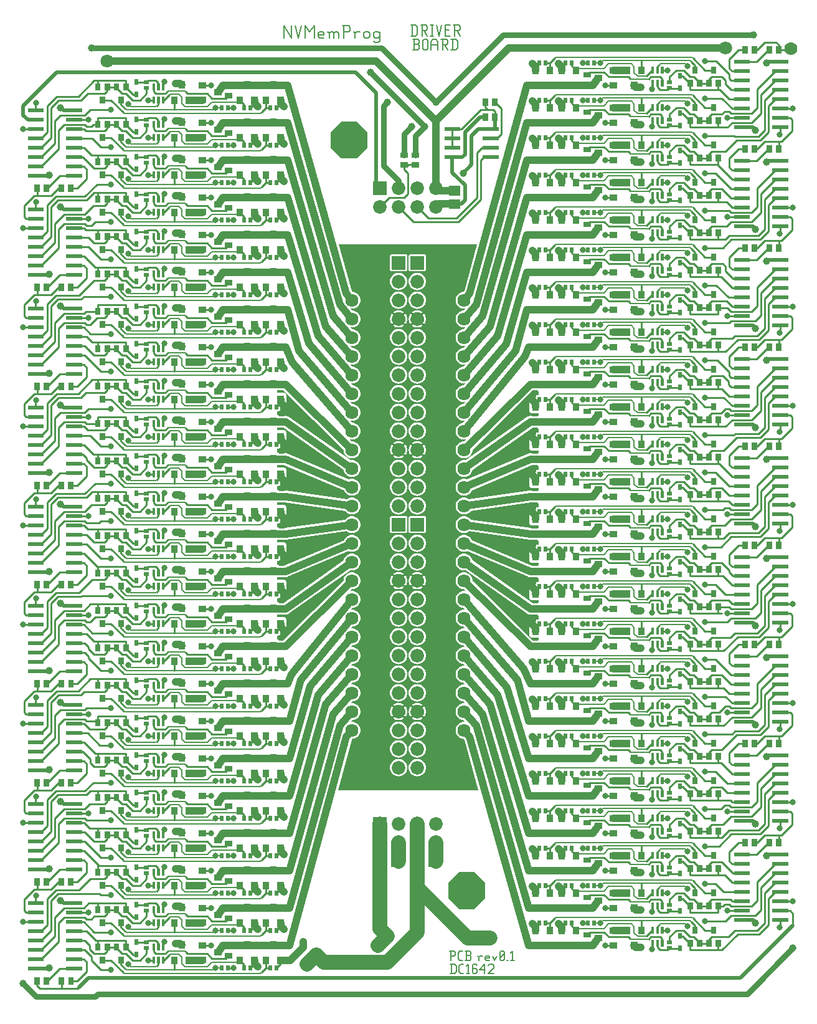
<source format=gbr>
G04 start of page 2 for group 0 idx 0 *
G04 Title: NVMemProg_Driver, top *
G04 Creator: pcb 1.99z *
G04 CreationDate: Mon Nov  7 15:47:13 2016 UTC *
G04 For: wojtek *
G04 Format: Gerber/RS-274X *
G04 PCB-Dimensions (mil): 4291.34 5354.33 *
G04 PCB-Coordinate-Origin: lower left *
%MOIN*%
%FSLAX25Y25*%
%LNTOP*%
%ADD25C,0.1181*%
%ADD24C,0.0118*%
%ADD23C,0.0709*%
%ADD22C,0.0315*%
%ADD21C,0.0700*%
%ADD20C,0.0705*%
%ADD19C,0.0724*%
%ADD18C,0.0079*%
%ADD17C,0.0787*%
%ADD16C,0.0315*%
%ADD15C,0.0197*%
%ADD14C,0.0394*%
%ADD13C,0.0098*%
%ADD12C,0.0080*%
%ADD11C,0.0001*%
G54D11*G36*
X223382Y410748D02*X251531D01*
X244698Y385770D01*
X244248Y385245D01*
X243860Y385214D01*
X243170Y385048D01*
X242514Y384777D01*
X241909Y384406D01*
X241370Y383945D01*
X240909Y383406D01*
X240538Y382801D01*
X240266Y382145D01*
X240101Y381455D01*
X240045Y380748D01*
X240101Y380041D01*
X240266Y379351D01*
X240538Y378695D01*
X240909Y378090D01*
X241370Y377551D01*
X241909Y377090D01*
X242514Y376719D01*
X243170Y376448D01*
X243860Y376282D01*
X244567Y376226D01*
X245162Y376273D01*
X244273Y375247D01*
X243860Y375214D01*
X243170Y375048D01*
X242514Y374777D01*
X241909Y374406D01*
X241370Y373945D01*
X240909Y373406D01*
X240538Y372801D01*
X240266Y372145D01*
X240101Y371455D01*
X240045Y370748D01*
X240101Y370041D01*
X240266Y369351D01*
X240538Y368695D01*
X240909Y368090D01*
X241370Y367551D01*
X241909Y367090D01*
X242514Y366719D01*
X243170Y366448D01*
X243860Y366282D01*
X244567Y366226D01*
X245173Y366274D01*
X244280Y365247D01*
X243860Y365214D01*
X243170Y365048D01*
X242514Y364777D01*
X241909Y364406D01*
X241370Y363945D01*
X240909Y363406D01*
X240538Y362801D01*
X240266Y362145D01*
X240101Y361455D01*
X240045Y360748D01*
X240101Y360041D01*
X240266Y359351D01*
X240538Y358695D01*
X240909Y358090D01*
X241370Y357551D01*
X241909Y357090D01*
X242514Y356719D01*
X243170Y356448D01*
X243860Y356282D01*
X244567Y356226D01*
X245193Y356276D01*
X244295Y355248D01*
X243860Y355214D01*
X243170Y355048D01*
X242514Y354777D01*
X241909Y354406D01*
X241370Y353945D01*
X240909Y353406D01*
X240538Y352801D01*
X240266Y352145D01*
X240101Y351455D01*
X240045Y350748D01*
X240101Y350041D01*
X240266Y349351D01*
X240538Y348695D01*
X240909Y348090D01*
X241370Y347551D01*
X241909Y347090D01*
X242514Y346719D01*
X243170Y346448D01*
X243860Y346282D01*
X244567Y346226D01*
X245127Y346270D01*
X244248Y345245D01*
X243860Y345214D01*
X243170Y345048D01*
X242514Y344777D01*
X241909Y344406D01*
X241370Y343945D01*
X240909Y343406D01*
X240538Y342801D01*
X240266Y342145D01*
X240101Y341455D01*
X240045Y340748D01*
X240101Y340041D01*
X240266Y339351D01*
X240538Y338695D01*
X240909Y338090D01*
X241370Y337551D01*
X241909Y337090D01*
X242514Y336719D01*
X243170Y336448D01*
X243860Y336282D01*
X244567Y336226D01*
X245097Y336268D01*
X244227Y335243D01*
X243860Y335214D01*
X243170Y335048D01*
X242514Y334777D01*
X241909Y334406D01*
X241370Y333945D01*
X240909Y333406D01*
X240538Y332801D01*
X240266Y332145D01*
X240101Y331455D01*
X240045Y330748D01*
X240101Y330041D01*
X240266Y329351D01*
X240538Y328695D01*
X240909Y328090D01*
X241370Y327551D01*
X241909Y327090D01*
X242514Y326719D01*
X243170Y326448D01*
X243860Y326282D01*
X244567Y326226D01*
X245039Y326263D01*
X244186Y325240D01*
X243860Y325214D01*
X243170Y325048D01*
X242514Y324777D01*
X241909Y324406D01*
X241370Y323945D01*
X240909Y323406D01*
X240538Y322801D01*
X240266Y322145D01*
X240101Y321455D01*
X240045Y320748D01*
X240101Y320041D01*
X240266Y319351D01*
X240538Y318695D01*
X240909Y318090D01*
X241370Y317551D01*
X241909Y317090D01*
X242514Y316719D01*
X243170Y316448D01*
X243860Y316282D01*
X244567Y316226D01*
X244961Y316257D01*
X244130Y315235D01*
X243860Y315214D01*
X243170Y315048D01*
X242514Y314777D01*
X241909Y314406D01*
X241370Y313945D01*
X240909Y313406D01*
X240538Y312801D01*
X240266Y312145D01*
X240101Y311455D01*
X240045Y310748D01*
X240101Y310041D01*
X240266Y309351D01*
X240538Y308695D01*
X240909Y308090D01*
X241370Y307551D01*
X241909Y307090D01*
X242514Y306719D01*
X243170Y306448D01*
X243860Y306282D01*
X244567Y306226D01*
X245274Y306282D01*
X245793Y306406D01*
X244635Y305264D01*
X244567Y305270D01*
X243860Y305214D01*
X243170Y305048D01*
X242514Y304777D01*
X241909Y304406D01*
X241370Y303945D01*
X240909Y303406D01*
X240538Y302801D01*
X240266Y302145D01*
X240101Y301455D01*
X240045Y300748D01*
X240101Y300041D01*
X240266Y299351D01*
X240538Y298695D01*
X240909Y298090D01*
X241370Y297551D01*
X241909Y297090D01*
X242514Y296719D01*
X243170Y296448D01*
X243860Y296282D01*
X244567Y296226D01*
X245274Y296282D01*
X245964Y296448D01*
X246620Y296719D01*
X247225Y297090D01*
X247764Y297551D01*
X248225Y298090D01*
X248596Y298695D01*
X248867Y299351D01*
X249033Y300041D01*
X249074Y300743D01*
X281585Y332795D01*
X283669D01*
X283750Y332664D01*
X283903Y332484D01*
X284083Y332331D01*
X284284Y332207D01*
X284502Y332117D01*
X284567Y332101D01*
Y330119D01*
X283852Y330116D01*
X283699Y330079D01*
X283554Y330019D01*
X283419Y329937D01*
X283300Y329834D01*
X283197Y329715D01*
X283115Y329580D01*
X283055Y329435D01*
X283018Y329282D01*
X283009Y329125D01*
X283013Y327882D01*
X282371Y327240D01*
X280832Y327234D01*
X280602Y327179D01*
X280384Y327089D01*
X280183Y326965D01*
X280003Y326812D01*
X279850Y326632D01*
X279726Y326431D01*
X279636Y326213D01*
X279581Y325983D01*
X279567Y325748D01*
X279581Y321513D01*
X279636Y321283D01*
X279726Y321065D01*
X279850Y320864D01*
X280003Y320684D01*
X280183Y320531D01*
X280384Y320407D01*
X280602Y320317D01*
X280832Y320262D01*
X281067Y320248D01*
X284567Y320261D01*
Y318995D01*
X284502Y318979D01*
X284284Y318889D01*
X284083Y318765D01*
X284007Y318701D01*
X281221D01*
X281094Y318756D01*
X280610Y318880D01*
X280114Y318926D01*
X279616Y318894D01*
X279130Y318785D01*
X278666Y318601D01*
X278243Y318339D01*
X245372Y295191D01*
X245274Y295214D01*
X244567Y295270D01*
X243860Y295214D01*
X243170Y295048D01*
X242514Y294777D01*
X241909Y294406D01*
X241370Y293945D01*
X240909Y293406D01*
X240538Y292801D01*
X240266Y292145D01*
X240101Y291455D01*
X240045Y290748D01*
X240101Y290041D01*
X240266Y289351D01*
X240538Y288695D01*
X240909Y288090D01*
X241370Y287551D01*
X241909Y287090D01*
X242514Y286719D01*
X243170Y286448D01*
X243860Y286282D01*
X244567Y286226D01*
X245274Y286282D01*
X245964Y286448D01*
X246620Y286719D01*
X247225Y287090D01*
X247764Y287551D01*
X248225Y288090D01*
X248596Y288695D01*
X248867Y289351D01*
X249026Y290013D01*
X281377Y312795D01*
X283669D01*
X283750Y312664D01*
X283903Y312484D01*
X284083Y312331D01*
X284284Y312207D01*
X284502Y312117D01*
X284567Y312101D01*
Y310119D01*
X283852Y310116D01*
X283699Y310079D01*
X283554Y310019D01*
X283419Y309937D01*
X283300Y309834D01*
X283197Y309715D01*
X283115Y309580D01*
X283055Y309435D01*
X283018Y309282D01*
X283009Y309125D01*
X283013Y307882D01*
X282371Y307240D01*
X280832Y307234D01*
X280602Y307179D01*
X280384Y307089D01*
X280183Y306965D01*
X280003Y306812D01*
X279850Y306632D01*
X279726Y306431D01*
X279636Y306213D01*
X279581Y305983D01*
X279567Y305748D01*
X279581Y301513D01*
X279636Y301283D01*
X279726Y301065D01*
X279850Y300864D01*
X280003Y300684D01*
X280183Y300531D01*
X280384Y300407D01*
X280602Y300317D01*
X280832Y300262D01*
X281067Y300248D01*
X284567Y300261D01*
Y298995D01*
X284502Y298979D01*
X284284Y298889D01*
X284083Y298765D01*
X284007Y298701D01*
X281238D01*
X280787Y298844D01*
X280294Y298918D01*
X279795Y298915D01*
X279303Y298833D01*
X278834Y298667D01*
X246287Y284915D01*
X245964Y285048D01*
X245274Y285214D01*
X244567Y285270D01*
X243860Y285214D01*
X243170Y285048D01*
X242514Y284777D01*
X241909Y284406D01*
X241370Y283945D01*
X240909Y283406D01*
X240538Y282801D01*
X240266Y282145D01*
X240101Y281455D01*
X240045Y280748D01*
X240101Y280041D01*
X240266Y279351D01*
X240538Y278695D01*
X240909Y278090D01*
X241370Y277551D01*
X241909Y277090D01*
X242514Y276719D01*
X243170Y276448D01*
X243860Y276282D01*
X244567Y276226D01*
X245274Y276282D01*
X245964Y276448D01*
X246620Y276719D01*
X247225Y277090D01*
X247764Y277551D01*
X248225Y278090D01*
X248596Y278695D01*
X248754Y279078D01*
X281219Y292795D01*
X283669D01*
X283750Y292664D01*
X283903Y292484D01*
X284083Y292331D01*
X284284Y292207D01*
X284502Y292117D01*
X284567Y292101D01*
Y290119D01*
X283852Y290116D01*
X283699Y290079D01*
X283554Y290019D01*
X283419Y289937D01*
X283300Y289834D01*
X283197Y289715D01*
X283115Y289580D01*
X283055Y289435D01*
X283018Y289282D01*
X283009Y289125D01*
X283013Y287882D01*
X282371Y287240D01*
X280832Y287234D01*
X280602Y287179D01*
X280384Y287089D01*
X280183Y286965D01*
X280003Y286812D01*
X279850Y286632D01*
X279726Y286431D01*
X279636Y286213D01*
X279581Y285983D01*
X279567Y285748D01*
X279581Y281513D01*
X279636Y281283D01*
X279726Y281065D01*
X279850Y280864D01*
X280003Y280684D01*
X280183Y280531D01*
X280384Y280407D01*
X280602Y280317D01*
X280832Y280262D01*
X281067Y280248D01*
X284567Y280261D01*
Y278995D01*
X284502Y278979D01*
X284284Y278889D01*
X284083Y278765D01*
X284007Y278701D01*
X281222D01*
X281101Y278753D01*
X280618Y278878D01*
X280121Y278926D01*
X279625Y278886D01*
X247309Y274334D01*
X247225Y274406D01*
X246620Y274777D01*
X245964Y275048D01*
X245274Y275214D01*
X244567Y275270D01*
X243860Y275214D01*
X243170Y275048D01*
X242514Y274777D01*
X241909Y274406D01*
X241370Y273945D01*
X240909Y273406D01*
X240538Y272801D01*
X240266Y272145D01*
X240101Y271455D01*
X240045Y270748D01*
X240101Y270041D01*
X240266Y269351D01*
X240538Y268695D01*
X240909Y268090D01*
X241370Y267551D01*
X241909Y267090D01*
X242514Y266719D01*
X243170Y266448D01*
X243860Y266282D01*
X244567Y266226D01*
X245274Y266282D01*
X245964Y266448D01*
X246620Y266719D01*
X247225Y267090D01*
X247764Y267551D01*
X248199Y268060D01*
X280509Y272610D01*
X280997Y272709D01*
X281216Y272795D01*
X283669D01*
X283750Y272664D01*
X283903Y272484D01*
X284083Y272331D01*
X284284Y272207D01*
X284502Y272117D01*
X284567Y272101D01*
Y270119D01*
X283852Y270116D01*
X283699Y270079D01*
X283554Y270019D01*
X283419Y269937D01*
X283300Y269834D01*
X283197Y269715D01*
X283115Y269580D01*
X283055Y269435D01*
X283018Y269282D01*
X283009Y269125D01*
X283013Y267882D01*
X282371Y267240D01*
X280832Y267234D01*
X280602Y267179D01*
X280384Y267089D01*
X280183Y266965D01*
X280003Y266812D01*
X279850Y266632D01*
X279726Y266431D01*
X279636Y266213D01*
X279581Y265983D01*
X279567Y265748D01*
X279581Y261513D01*
X279636Y261283D01*
X279726Y261065D01*
X279850Y260864D01*
X280003Y260684D01*
X280183Y260531D01*
X280384Y260407D01*
X280602Y260317D01*
X280832Y260262D01*
X281067Y260248D01*
X284567Y260261D01*
Y258995D01*
X284502Y258979D01*
X284284Y258889D01*
X284083Y258765D01*
X284007Y258701D01*
X281216D01*
X280997Y258787D01*
X280509Y258886D01*
X248199Y263436D01*
X247764Y263945D01*
X247225Y264406D01*
X246620Y264777D01*
X245964Y265048D01*
X245274Y265214D01*
X244567Y265270D01*
X243860Y265214D01*
X243170Y265048D01*
X242514Y264777D01*
X241909Y264406D01*
X241370Y263945D01*
X240909Y263406D01*
X240538Y262801D01*
X240266Y262145D01*
X240101Y261455D01*
X240045Y260748D01*
X240101Y260041D01*
X240266Y259351D01*
X240538Y258695D01*
X240909Y258090D01*
X241370Y257551D01*
X241909Y257090D01*
X242514Y256719D01*
X243170Y256448D01*
X243860Y256282D01*
X244567Y256226D01*
X245274Y256282D01*
X245964Y256448D01*
X246620Y256719D01*
X247225Y257090D01*
X247309Y257162D01*
X279625Y252610D01*
X280121Y252570D01*
X280618Y252618D01*
X281101Y252743D01*
X281222Y252795D01*
X283669D01*
X283750Y252664D01*
X283903Y252484D01*
X284083Y252331D01*
X284284Y252207D01*
X284502Y252117D01*
X284567Y252101D01*
Y250119D01*
X283852Y250116D01*
X283699Y250079D01*
X283554Y250019D01*
X283419Y249937D01*
X283300Y249834D01*
X283197Y249715D01*
X283115Y249580D01*
X283055Y249435D01*
X283018Y249282D01*
X283009Y249125D01*
X283013Y247882D01*
X282371Y247240D01*
X280832Y247234D01*
X280602Y247179D01*
X280384Y247089D01*
X280183Y246965D01*
X280003Y246812D01*
X279850Y246632D01*
X279726Y246431D01*
X279636Y246213D01*
X279581Y245983D01*
X279567Y245748D01*
X279581Y241513D01*
X279636Y241283D01*
X279726Y241065D01*
X279850Y240864D01*
X280003Y240684D01*
X280183Y240531D01*
X280384Y240407D01*
X280602Y240317D01*
X280832Y240262D01*
X281067Y240248D01*
X284567Y240261D01*
Y238995D01*
X284502Y238979D01*
X284284Y238889D01*
X284083Y238765D01*
X284007Y238701D01*
X281219D01*
X248754Y252418D01*
X248596Y252801D01*
X248225Y253406D01*
X247764Y253945D01*
X247225Y254406D01*
X246620Y254777D01*
X245964Y255048D01*
X245274Y255214D01*
X244567Y255270D01*
X243860Y255214D01*
X243170Y255048D01*
X242514Y254777D01*
X241909Y254406D01*
X241370Y253945D01*
X240909Y253406D01*
X240538Y252801D01*
X240266Y252145D01*
X240101Y251455D01*
X240045Y250748D01*
X240101Y250041D01*
X240266Y249351D01*
X240538Y248695D01*
X240909Y248090D01*
X241370Y247551D01*
X241909Y247090D01*
X242514Y246719D01*
X243170Y246448D01*
X243860Y246282D01*
X244567Y246226D01*
X245274Y246282D01*
X245964Y246448D01*
X246287Y246581D01*
X278834Y232829D01*
X279303Y232663D01*
X279795Y232581D01*
X280294Y232578D01*
X280787Y232652D01*
X281238Y232795D01*
X283669D01*
X283750Y232664D01*
X283903Y232484D01*
X284083Y232331D01*
X284284Y232207D01*
X284502Y232117D01*
X284567Y232101D01*
Y230119D01*
X283852Y230116D01*
X283699Y230079D01*
X283554Y230019D01*
X283419Y229937D01*
X283300Y229834D01*
X283197Y229715D01*
X283115Y229580D01*
X283055Y229435D01*
X283018Y229282D01*
X283009Y229125D01*
X283013Y227882D01*
X282371Y227240D01*
X280832Y227234D01*
X280602Y227179D01*
X280384Y227089D01*
X280183Y226965D01*
X280003Y226812D01*
X279850Y226632D01*
X279726Y226431D01*
X279636Y226213D01*
X279581Y225983D01*
X279567Y225748D01*
X279581Y221513D01*
X279636Y221283D01*
X279726Y221065D01*
X279850Y220864D01*
X280003Y220684D01*
X280183Y220531D01*
X280384Y220407D01*
X280602Y220317D01*
X280832Y220262D01*
X281067Y220248D01*
X284567Y220261D01*
Y218995D01*
X284502Y218979D01*
X284284Y218889D01*
X284083Y218765D01*
X284007Y218701D01*
X281377D01*
X249026Y241483D01*
X248867Y242145D01*
X248596Y242801D01*
X248225Y243406D01*
X247764Y243945D01*
X247225Y244406D01*
X246620Y244777D01*
X245964Y245048D01*
X245274Y245214D01*
X244567Y245270D01*
X243860Y245214D01*
X243170Y245048D01*
X242514Y244777D01*
X241909Y244406D01*
X241370Y243945D01*
X240909Y243406D01*
X240538Y242801D01*
X240266Y242145D01*
X240101Y241455D01*
X240045Y240748D01*
X240101Y240041D01*
X240266Y239351D01*
X240538Y238695D01*
X240909Y238090D01*
X241370Y237551D01*
X241909Y237090D01*
X242514Y236719D01*
X243170Y236448D01*
X243860Y236282D01*
X244567Y236226D01*
X245274Y236282D01*
X245372Y236305D01*
X278243Y213157D01*
X278666Y212895D01*
X279130Y212711D01*
X279616Y212602D01*
X280114Y212570D01*
X280610Y212617D01*
X281094Y212740D01*
X281221Y212795D01*
X283669D01*
X283750Y212664D01*
X283903Y212484D01*
X284083Y212331D01*
X284284Y212207D01*
X284502Y212117D01*
X284567Y212101D01*
Y210119D01*
X283852Y210116D01*
X283699Y210079D01*
X283554Y210019D01*
X283419Y209937D01*
X283300Y209834D01*
X283197Y209715D01*
X283115Y209580D01*
X283055Y209435D01*
X283018Y209282D01*
X283009Y209125D01*
X283013Y207882D01*
X282371Y207240D01*
X280832Y207234D01*
X280602Y207179D01*
X280384Y207089D01*
X280183Y206965D01*
X280003Y206812D01*
X279850Y206632D01*
X279726Y206431D01*
X279636Y206213D01*
X279581Y205983D01*
X279567Y205748D01*
X279581Y201513D01*
X279636Y201283D01*
X279726Y201065D01*
X279850Y200864D01*
X280003Y200684D01*
X280183Y200531D01*
X280384Y200407D01*
X280602Y200317D01*
X280832Y200262D01*
X281067Y200248D01*
X284567Y200261D01*
Y198995D01*
X284502Y198979D01*
X284284Y198889D01*
X284083Y198765D01*
X284007Y198701D01*
X281585D01*
X249074Y230753D01*
X249033Y231455D01*
X248867Y232145D01*
X248596Y232801D01*
X248225Y233406D01*
X247764Y233945D01*
X247225Y234406D01*
X246620Y234777D01*
X245964Y235048D01*
X245274Y235214D01*
X244567Y235270D01*
X243860Y235214D01*
X243170Y235048D01*
X242514Y234777D01*
X241909Y234406D01*
X241370Y233945D01*
X240909Y233406D01*
X240538Y232801D01*
X240266Y232145D01*
X240101Y231455D01*
X240045Y230748D01*
X240101Y230041D01*
X240266Y229351D01*
X240538Y228695D01*
X240909Y228090D01*
X241370Y227551D01*
X241909Y227090D01*
X242514Y226719D01*
X243170Y226448D01*
X243860Y226282D01*
X244567Y226226D01*
X244635Y226232D01*
X245793Y225090D01*
X245274Y225214D01*
X244567Y225270D01*
X243860Y225214D01*
X243170Y225048D01*
X242514Y224777D01*
X241909Y224406D01*
X241370Y223945D01*
X240909Y223406D01*
X240538Y222801D01*
X240266Y222145D01*
X240101Y221455D01*
X240045Y220748D01*
X240101Y220041D01*
X240266Y219351D01*
X240538Y218695D01*
X240909Y218090D01*
X241370Y217551D01*
X241909Y217090D01*
X242514Y216719D01*
X243170Y216448D01*
X243860Y216282D01*
X244268Y216250D01*
X245156Y215223D01*
X244567Y215270D01*
X243860Y215214D01*
X243170Y215048D01*
X242514Y214777D01*
X241909Y214406D01*
X241370Y213945D01*
X240909Y213406D01*
X240538Y212801D01*
X240266Y212145D01*
X240101Y211455D01*
X240045Y210748D01*
X240101Y210041D01*
X240266Y209351D01*
X240538Y208695D01*
X240909Y208090D01*
X241370Y207551D01*
X241909Y207090D01*
X242514Y206719D01*
X243170Y206448D01*
X243860Y206282D01*
X244265Y206250D01*
X245151Y205224D01*
X244567Y205270D01*
X243860Y205214D01*
X243170Y205048D01*
X242514Y204777D01*
X241909Y204406D01*
X241370Y203945D01*
X240909Y203406D01*
X240538Y202801D01*
X240266Y202145D01*
X240101Y201455D01*
X240045Y200748D01*
X240101Y200041D01*
X240266Y199351D01*
X240538Y198695D01*
X240909Y198090D01*
X241370Y197551D01*
X241909Y197090D01*
X242514Y196719D01*
X243170Y196448D01*
X243860Y196282D01*
X244234Y196252D01*
X245108Y195227D01*
X244567Y195270D01*
X243860Y195214D01*
X243170Y195048D01*
X242514Y194777D01*
X241909Y194406D01*
X241370Y193945D01*
X240909Y193406D01*
X240538Y192801D01*
X240266Y192145D01*
X240101Y191455D01*
X240045Y190748D01*
X240101Y190041D01*
X240266Y189351D01*
X240538Y188695D01*
X240909Y188090D01*
X241370Y187551D01*
X241909Y187090D01*
X242514Y186719D01*
X243170Y186448D01*
X243860Y186282D01*
X244248Y186251D01*
X245127Y185226D01*
X244567Y185270D01*
X243860Y185214D01*
X243170Y185048D01*
X242514Y184777D01*
X241909Y184406D01*
X241370Y183945D01*
X240909Y183406D01*
X240538Y182801D01*
X240266Y182145D01*
X240101Y181455D01*
X240045Y180748D01*
X240101Y180041D01*
X240266Y179351D01*
X240538Y178695D01*
X240909Y178090D01*
X241370Y177551D01*
X241909Y177090D01*
X242514Y176719D01*
X243170Y176448D01*
X243860Y176282D01*
X244295Y176248D01*
X245193Y175221D01*
X244567Y175270D01*
X243860Y175214D01*
X243170Y175048D01*
X242514Y174777D01*
X241909Y174406D01*
X241370Y173945D01*
X240909Y173406D01*
X240538Y172801D01*
X240266Y172145D01*
X240101Y171455D01*
X240045Y170748D01*
X240101Y170041D01*
X240266Y169351D01*
X240538Y168695D01*
X240909Y168090D01*
X241370Y167551D01*
X241909Y167090D01*
X242514Y166719D01*
X243170Y166448D01*
X243860Y166282D01*
X244280Y166249D01*
X245173Y165222D01*
X244567Y165270D01*
X243860Y165214D01*
X243170Y165048D01*
X242514Y164777D01*
X241909Y164406D01*
X241370Y163945D01*
X240909Y163406D01*
X240538Y162801D01*
X240266Y162145D01*
X240101Y161455D01*
X240045Y160748D01*
X240101Y160041D01*
X240266Y159351D01*
X240538Y158695D01*
X240909Y158090D01*
X241370Y157551D01*
X241909Y157090D01*
X242514Y156719D01*
X243170Y156448D01*
X243860Y156282D01*
X244273Y156249D01*
X245162Y155223D01*
X244567Y155270D01*
X243860Y155214D01*
X243170Y155048D01*
X242514Y154777D01*
X241909Y154406D01*
X241370Y153945D01*
X240909Y153406D01*
X240538Y152801D01*
X240266Y152145D01*
X240101Y151455D01*
X240045Y150748D01*
X240101Y150041D01*
X240266Y149351D01*
X240538Y148695D01*
X240909Y148090D01*
X241370Y147551D01*
X241909Y147090D01*
X242514Y146719D01*
X243170Y146448D01*
X243860Y146282D01*
X244248Y146251D01*
X244707Y145716D01*
X252326Y118748D01*
X223382D01*
Y128158D01*
X223684Y128650D01*
X223961Y129320D01*
X224131Y130025D01*
X224173Y130748D01*
X224131Y131471D01*
X223961Y132176D01*
X223684Y132846D01*
X223382Y133338D01*
Y138158D01*
X223684Y138650D01*
X223961Y139320D01*
X224131Y140025D01*
X224173Y140748D01*
X224131Y141471D01*
X223961Y142176D01*
X223684Y142846D01*
X223382Y143338D01*
Y148158D01*
X223684Y148650D01*
X223961Y149320D01*
X224131Y150025D01*
X224173Y150748D01*
X224131Y151471D01*
X223961Y152176D01*
X223684Y152846D01*
X223382Y153338D01*
Y158221D01*
X223405Y158237D01*
X223459Y158292D01*
X223503Y158355D01*
X223709Y158721D01*
X223876Y159106D01*
X224007Y159504D01*
X224102Y159913D01*
X224159Y160329D01*
X224178Y160748D01*
X224159Y161167D01*
X224102Y161583D01*
X224007Y161992D01*
X223876Y162390D01*
X223709Y162775D01*
X223507Y163143D01*
X223462Y163207D01*
X223407Y163262D01*
X223382Y163280D01*
Y168158D01*
X223684Y168650D01*
X223961Y169320D01*
X224131Y170025D01*
X224173Y170748D01*
X224131Y171471D01*
X223961Y172176D01*
X223684Y172846D01*
X223382Y173338D01*
Y178158D01*
X223684Y178650D01*
X223961Y179320D01*
X224131Y180025D01*
X224173Y180748D01*
X224131Y181471D01*
X223961Y182176D01*
X223684Y182846D01*
X223382Y183338D01*
Y188158D01*
X223684Y188650D01*
X223961Y189320D01*
X224131Y190025D01*
X224173Y190748D01*
X224131Y191471D01*
X223961Y192176D01*
X223684Y192846D01*
X223382Y193338D01*
Y198158D01*
X223684Y198650D01*
X223961Y199320D01*
X224131Y200025D01*
X224173Y200748D01*
X224131Y201471D01*
X223961Y202176D01*
X223684Y202846D01*
X223382Y203338D01*
Y208158D01*
X223684Y208650D01*
X223961Y209320D01*
X224131Y210025D01*
X224173Y210748D01*
X224131Y211471D01*
X223961Y212176D01*
X223684Y212846D01*
X223382Y213338D01*
Y218158D01*
X223684Y218650D01*
X223961Y219320D01*
X224131Y220025D01*
X224173Y220748D01*
X224131Y221471D01*
X223961Y222176D01*
X223684Y222846D01*
X223382Y223338D01*
Y228221D01*
X223405Y228237D01*
X223459Y228292D01*
X223503Y228355D01*
X223709Y228721D01*
X223876Y229106D01*
X224007Y229504D01*
X224102Y229913D01*
X224159Y230329D01*
X224178Y230748D01*
X224159Y231167D01*
X224102Y231583D01*
X224007Y231992D01*
X223876Y232390D01*
X223709Y232775D01*
X223507Y233143D01*
X223462Y233207D01*
X223407Y233262D01*
X223382Y233280D01*
Y238158D01*
X223684Y238650D01*
X223961Y239320D01*
X224131Y240025D01*
X224173Y240748D01*
X224131Y241471D01*
X223961Y242176D01*
X223684Y242846D01*
X223382Y243338D01*
Y248158D01*
X223684Y248650D01*
X223961Y249320D01*
X224131Y250025D01*
X224173Y250748D01*
X224131Y251471D01*
X223961Y252176D01*
X223684Y252846D01*
X223382Y253338D01*
Y256160D01*
X223494Y256187D01*
X223637Y256246D01*
X223769Y256327D01*
X223887Y256428D01*
X223988Y256546D01*
X224069Y256678D01*
X224128Y256821D01*
X224164Y256972D01*
X224173Y257126D01*
X224164Y264525D01*
X224128Y264675D01*
X224069Y264818D01*
X223988Y264950D01*
X223887Y265068D01*
X223769Y265169D01*
X223637Y265250D01*
X223494Y265309D01*
X223382Y265336D01*
Y268158D01*
X223684Y268650D01*
X223961Y269320D01*
X224131Y270025D01*
X224173Y270748D01*
X224131Y271471D01*
X223961Y272176D01*
X223684Y272846D01*
X223382Y273338D01*
Y278158D01*
X223684Y278650D01*
X223961Y279320D01*
X224131Y280025D01*
X224173Y280748D01*
X224131Y281471D01*
X223961Y282176D01*
X223684Y282846D01*
X223382Y283338D01*
Y288158D01*
X223684Y288650D01*
X223961Y289320D01*
X224131Y290025D01*
X224173Y290748D01*
X224131Y291471D01*
X223961Y292176D01*
X223684Y292846D01*
X223382Y293338D01*
Y298221D01*
X223405Y298237D01*
X223459Y298292D01*
X223503Y298355D01*
X223709Y298721D01*
X223876Y299106D01*
X224007Y299504D01*
X224102Y299913D01*
X224159Y300329D01*
X224178Y300748D01*
X224159Y301167D01*
X224102Y301583D01*
X224007Y301992D01*
X223876Y302390D01*
X223709Y302775D01*
X223507Y303143D01*
X223462Y303207D01*
X223407Y303262D01*
X223382Y303280D01*
Y308158D01*
X223684Y308650D01*
X223961Y309320D01*
X224131Y310025D01*
X224173Y310748D01*
X224131Y311471D01*
X223961Y312176D01*
X223684Y312846D01*
X223382Y313338D01*
Y318158D01*
X223684Y318650D01*
X223961Y319320D01*
X224131Y320025D01*
X224173Y320748D01*
X224131Y321471D01*
X223961Y322176D01*
X223684Y322846D01*
X223382Y323338D01*
Y328158D01*
X223684Y328650D01*
X223961Y329320D01*
X224131Y330025D01*
X224173Y330748D01*
X224131Y331471D01*
X223961Y332176D01*
X223684Y332846D01*
X223382Y333338D01*
Y338158D01*
X223684Y338650D01*
X223961Y339320D01*
X224131Y340025D01*
X224173Y340748D01*
X224131Y341471D01*
X223961Y342176D01*
X223684Y342846D01*
X223382Y343338D01*
Y348158D01*
X223684Y348650D01*
X223961Y349320D01*
X224131Y350025D01*
X224173Y350748D01*
X224131Y351471D01*
X223961Y352176D01*
X223684Y352846D01*
X223382Y353338D01*
Y358158D01*
X223684Y358650D01*
X223961Y359320D01*
X224131Y360025D01*
X224173Y360748D01*
X224131Y361471D01*
X223961Y362176D01*
X223684Y362846D01*
X223382Y363338D01*
Y368221D01*
X223405Y368237D01*
X223459Y368292D01*
X223503Y368355D01*
X223709Y368721D01*
X223876Y369106D01*
X224007Y369504D01*
X224102Y369913D01*
X224159Y370329D01*
X224178Y370748D01*
X224159Y371167D01*
X224102Y371583D01*
X224007Y371992D01*
X223876Y372390D01*
X223709Y372775D01*
X223507Y373143D01*
X223462Y373207D01*
X223407Y373262D01*
X223382Y373280D01*
Y378158D01*
X223684Y378650D01*
X223961Y379320D01*
X224131Y380025D01*
X224173Y380748D01*
X224131Y381471D01*
X223961Y382176D01*
X223684Y382846D01*
X223382Y383338D01*
Y388158D01*
X223684Y388650D01*
X223961Y389320D01*
X224131Y390025D01*
X224173Y390748D01*
X224131Y391471D01*
X223961Y392176D01*
X223684Y392846D01*
X223382Y393338D01*
Y396160D01*
X223494Y396187D01*
X223637Y396246D01*
X223769Y396327D01*
X223887Y396428D01*
X223988Y396546D01*
X224069Y396678D01*
X224128Y396821D01*
X224164Y396972D01*
X224173Y397126D01*
X224164Y404525D01*
X224128Y404675D01*
X224069Y404818D01*
X223988Y404950D01*
X223887Y405068D01*
X223769Y405169D01*
X223637Y405250D01*
X223494Y405309D01*
X223382Y405336D01*
Y410748D01*
G37*
G36*
Y393338D02*X223305Y393464D01*
X222834Y394015D01*
X222283Y394486D01*
X221665Y394865D01*
X220995Y395142D01*
X220290Y395312D01*
X219567Y395369D01*
X219560Y395368D01*
Y396146D01*
X223343Y396151D01*
X223382Y396160D01*
Y393338D01*
G37*
G36*
Y383338D02*X223305Y383464D01*
X222834Y384015D01*
X222283Y384486D01*
X221665Y384865D01*
X220995Y385142D01*
X220290Y385312D01*
X219567Y385369D01*
X219560Y385368D01*
Y386128D01*
X219567Y386128D01*
X220290Y386184D01*
X220995Y386354D01*
X221665Y386631D01*
X222283Y387010D01*
X222834Y387481D01*
X223305Y388032D01*
X223382Y388158D01*
Y383338D01*
G37*
G36*
Y363338D02*X223305Y363464D01*
X222834Y364015D01*
X222283Y364486D01*
X221665Y364865D01*
X220995Y365142D01*
X220290Y365312D01*
X219567Y365369D01*
X219560Y365368D01*
Y366137D01*
X219567Y366137D01*
X219986Y366156D01*
X220402Y366213D01*
X220811Y366308D01*
X221209Y366439D01*
X221594Y366606D01*
X221962Y366808D01*
X222026Y366853D01*
X222081Y366908D01*
X222127Y366971D01*
X222163Y367040D01*
X222187Y367115D01*
X222200Y367192D01*
X222200Y367270D01*
X222188Y367347D01*
X222164Y367421D01*
X222129Y367491D01*
X222083Y367554D01*
X222028Y367609D01*
X221965Y367656D01*
X221896Y367691D01*
X221822Y367716D01*
X221745Y367728D01*
X221667Y367728D01*
X221590Y367716D01*
X221515Y367693D01*
X221446Y367656D01*
X221159Y367495D01*
X220857Y367363D01*
X220544Y367260D01*
X220223Y367186D01*
X219896Y367141D01*
X219567Y367126D01*
X219560Y367126D01*
Y374370D01*
X219567Y374370D01*
X219896Y374355D01*
X220223Y374310D01*
X220544Y374236D01*
X220857Y374133D01*
X221159Y374001D01*
X221448Y373843D01*
X221517Y373807D01*
X221590Y373783D01*
X221667Y373771D01*
X221744Y373772D01*
X221821Y373784D01*
X221894Y373808D01*
X221963Y373844D01*
X222026Y373889D01*
X222080Y373944D01*
X222126Y374007D01*
X222161Y374076D01*
X222184Y374150D01*
X222196Y374227D01*
X222196Y374304D01*
X222183Y374381D01*
X222159Y374454D01*
X222124Y374523D01*
X222078Y374586D01*
X222023Y374640D01*
X221959Y374684D01*
X221594Y374890D01*
X221209Y375057D01*
X220811Y375188D01*
X220402Y375283D01*
X219986Y375340D01*
X219567Y375359D01*
X219560Y375359D01*
Y376128D01*
X219567Y376128D01*
X220290Y376184D01*
X220995Y376354D01*
X221665Y376631D01*
X222283Y377010D01*
X222834Y377481D01*
X223305Y378032D01*
X223382Y378158D01*
Y373280D01*
X223344Y373308D01*
X223275Y373344D01*
X223200Y373368D01*
X223123Y373381D01*
X223045Y373381D01*
X222968Y373369D01*
X222894Y373345D01*
X222824Y373310D01*
X222761Y373264D01*
X222706Y373209D01*
X222659Y373146D01*
X222624Y373077D01*
X222599Y373003D01*
X222587Y372926D01*
X222587Y372848D01*
X222599Y372771D01*
X222622Y372696D01*
X222659Y372627D01*
X222820Y372340D01*
X222952Y372038D01*
X223055Y371725D01*
X223129Y371404D01*
X223174Y371077D01*
X223189Y370748D01*
X223174Y370419D01*
X223129Y370092D01*
X223055Y369771D01*
X222952Y369458D01*
X222820Y369156D01*
X222662Y368867D01*
X222626Y368798D01*
X222602Y368725D01*
X222590Y368648D01*
X222591Y368571D01*
X222603Y368494D01*
X222627Y368421D01*
X222663Y368352D01*
X222708Y368289D01*
X222763Y368235D01*
X222826Y368189D01*
X222895Y368154D01*
X222969Y368131D01*
X223046Y368119D01*
X223123Y368119D01*
X223200Y368131D01*
X223273Y368156D01*
X223342Y368191D01*
X223382Y368221D01*
Y363338D01*
G37*
G36*
Y353338D02*X223305Y353464D01*
X222834Y354015D01*
X222283Y354486D01*
X221665Y354865D01*
X220995Y355142D01*
X220290Y355312D01*
X219567Y355369D01*
X219560Y355368D01*
Y356128D01*
X219567Y356128D01*
X220290Y356184D01*
X220995Y356354D01*
X221665Y356631D01*
X222283Y357010D01*
X222834Y357481D01*
X223305Y358032D01*
X223382Y358158D01*
Y353338D01*
G37*
G36*
Y343338D02*X223305Y343464D01*
X222834Y344015D01*
X222283Y344486D01*
X221665Y344865D01*
X220995Y345142D01*
X220290Y345312D01*
X219567Y345369D01*
X219560Y345368D01*
Y346128D01*
X219567Y346128D01*
X220290Y346184D01*
X220995Y346354D01*
X221665Y346631D01*
X222283Y347010D01*
X222834Y347481D01*
X223305Y348032D01*
X223382Y348158D01*
Y343338D01*
G37*
G36*
Y333338D02*X223305Y333464D01*
X222834Y334015D01*
X222283Y334486D01*
X221665Y334865D01*
X220995Y335142D01*
X220290Y335312D01*
X219567Y335369D01*
X219560Y335368D01*
Y336128D01*
X219567Y336128D01*
X220290Y336184D01*
X220995Y336354D01*
X221665Y336631D01*
X222283Y337010D01*
X222834Y337481D01*
X223305Y338032D01*
X223382Y338158D01*
Y333338D01*
G37*
G36*
Y323338D02*X223305Y323464D01*
X222834Y324015D01*
X222283Y324486D01*
X221665Y324865D01*
X220995Y325142D01*
X220290Y325312D01*
X219567Y325369D01*
X219560Y325368D01*
Y326128D01*
X219567Y326128D01*
X220290Y326184D01*
X220995Y326354D01*
X221665Y326631D01*
X222283Y327010D01*
X222834Y327481D01*
X223305Y328032D01*
X223382Y328158D01*
Y323338D01*
G37*
G36*
Y313338D02*X223305Y313464D01*
X222834Y314015D01*
X222283Y314486D01*
X221665Y314865D01*
X220995Y315142D01*
X220290Y315312D01*
X219567Y315369D01*
X219560Y315368D01*
Y316128D01*
X219567Y316128D01*
X220290Y316184D01*
X220995Y316354D01*
X221665Y316631D01*
X222283Y317010D01*
X222834Y317481D01*
X223305Y318032D01*
X223382Y318158D01*
Y313338D01*
G37*
G36*
Y293338D02*X223305Y293464D01*
X222834Y294015D01*
X222283Y294486D01*
X221665Y294865D01*
X220995Y295142D01*
X220290Y295312D01*
X219567Y295369D01*
X219560Y295368D01*
Y296137D01*
X219567Y296137D01*
X219986Y296156D01*
X220402Y296213D01*
X220811Y296308D01*
X221209Y296439D01*
X221594Y296606D01*
X221962Y296808D01*
X222026Y296853D01*
X222081Y296908D01*
X222127Y296971D01*
X222163Y297040D01*
X222187Y297115D01*
X222200Y297192D01*
X222200Y297270D01*
X222188Y297347D01*
X222164Y297421D01*
X222129Y297491D01*
X222083Y297554D01*
X222028Y297609D01*
X221965Y297656D01*
X221896Y297691D01*
X221822Y297716D01*
X221745Y297728D01*
X221667Y297728D01*
X221590Y297716D01*
X221515Y297693D01*
X221446Y297656D01*
X221159Y297495D01*
X220857Y297363D01*
X220544Y297260D01*
X220223Y297186D01*
X219896Y297141D01*
X219567Y297126D01*
X219560Y297126D01*
Y304370D01*
X219567Y304370D01*
X219896Y304355D01*
X220223Y304310D01*
X220544Y304236D01*
X220857Y304133D01*
X221159Y304001D01*
X221448Y303843D01*
X221517Y303807D01*
X221590Y303783D01*
X221667Y303771D01*
X221744Y303772D01*
X221821Y303784D01*
X221894Y303808D01*
X221963Y303844D01*
X222026Y303889D01*
X222080Y303944D01*
X222126Y304007D01*
X222161Y304076D01*
X222184Y304150D01*
X222196Y304227D01*
X222196Y304304D01*
X222183Y304381D01*
X222159Y304454D01*
X222124Y304523D01*
X222078Y304586D01*
X222023Y304640D01*
X221959Y304684D01*
X221594Y304890D01*
X221209Y305057D01*
X220811Y305188D01*
X220402Y305283D01*
X219986Y305340D01*
X219567Y305359D01*
X219560Y305359D01*
Y306128D01*
X219567Y306128D01*
X220290Y306184D01*
X220995Y306354D01*
X221665Y306631D01*
X222283Y307010D01*
X222834Y307481D01*
X223305Y308032D01*
X223382Y308158D01*
Y303280D01*
X223344Y303308D01*
X223275Y303344D01*
X223200Y303368D01*
X223123Y303381D01*
X223045Y303381D01*
X222968Y303369D01*
X222894Y303345D01*
X222824Y303310D01*
X222761Y303264D01*
X222706Y303209D01*
X222659Y303146D01*
X222624Y303077D01*
X222599Y303003D01*
X222587Y302926D01*
X222587Y302848D01*
X222599Y302771D01*
X222622Y302696D01*
X222659Y302627D01*
X222820Y302340D01*
X222952Y302038D01*
X223055Y301725D01*
X223129Y301404D01*
X223174Y301077D01*
X223189Y300748D01*
X223174Y300419D01*
X223129Y300092D01*
X223055Y299771D01*
X222952Y299458D01*
X222820Y299156D01*
X222662Y298867D01*
X222626Y298798D01*
X222602Y298725D01*
X222590Y298648D01*
X222591Y298571D01*
X222603Y298494D01*
X222627Y298421D01*
X222663Y298352D01*
X222708Y298289D01*
X222763Y298235D01*
X222826Y298189D01*
X222895Y298154D01*
X222969Y298131D01*
X223046Y298119D01*
X223123Y298119D01*
X223200Y298131D01*
X223273Y298156D01*
X223342Y298191D01*
X223382Y298221D01*
Y293338D01*
G37*
G36*
Y283338D02*X223305Y283464D01*
X222834Y284015D01*
X222283Y284486D01*
X221665Y284865D01*
X220995Y285142D01*
X220290Y285312D01*
X219567Y285369D01*
X219560Y285368D01*
Y286128D01*
X219567Y286128D01*
X220290Y286184D01*
X220995Y286354D01*
X221665Y286631D01*
X222283Y287010D01*
X222834Y287481D01*
X223305Y288032D01*
X223382Y288158D01*
Y283338D01*
G37*
G36*
Y273338D02*X223305Y273464D01*
X222834Y274015D01*
X222283Y274486D01*
X221665Y274865D01*
X220995Y275142D01*
X220290Y275312D01*
X219567Y275369D01*
X219560Y275368D01*
Y276128D01*
X219567Y276128D01*
X220290Y276184D01*
X220995Y276354D01*
X221665Y276631D01*
X222283Y277010D01*
X222834Y277481D01*
X223305Y278032D01*
X223382Y278158D01*
Y273338D01*
G37*
G36*
Y265336D02*X223343Y265345D01*
X223189Y265354D01*
X219560Y265350D01*
Y266128D01*
X219567Y266128D01*
X220290Y266184D01*
X220995Y266354D01*
X221665Y266631D01*
X222283Y267010D01*
X222834Y267481D01*
X223305Y268032D01*
X223382Y268158D01*
Y265336D01*
G37*
G36*
Y253338D02*X223305Y253464D01*
X222834Y254015D01*
X222283Y254486D01*
X221665Y254865D01*
X220995Y255142D01*
X220290Y255312D01*
X219567Y255369D01*
X219560Y255368D01*
Y256146D01*
X223343Y256151D01*
X223382Y256160D01*
Y253338D01*
G37*
G36*
Y243338D02*X223305Y243464D01*
X222834Y244015D01*
X222283Y244486D01*
X221665Y244865D01*
X220995Y245142D01*
X220290Y245312D01*
X219567Y245369D01*
X219560Y245368D01*
Y246128D01*
X219567Y246128D01*
X220290Y246184D01*
X220995Y246354D01*
X221665Y246631D01*
X222283Y247010D01*
X222834Y247481D01*
X223305Y248032D01*
X223382Y248158D01*
Y243338D01*
G37*
G36*
Y223338D02*X223305Y223464D01*
X222834Y224015D01*
X222283Y224486D01*
X221665Y224865D01*
X220995Y225142D01*
X220290Y225312D01*
X219567Y225369D01*
X219560Y225368D01*
Y226137D01*
X219567Y226137D01*
X219986Y226156D01*
X220402Y226213D01*
X220811Y226308D01*
X221209Y226439D01*
X221594Y226606D01*
X221962Y226808D01*
X222026Y226853D01*
X222081Y226908D01*
X222127Y226971D01*
X222163Y227040D01*
X222187Y227115D01*
X222200Y227192D01*
X222200Y227270D01*
X222188Y227347D01*
X222164Y227421D01*
X222129Y227491D01*
X222083Y227554D01*
X222028Y227609D01*
X221965Y227656D01*
X221896Y227691D01*
X221822Y227716D01*
X221745Y227728D01*
X221667Y227728D01*
X221590Y227716D01*
X221515Y227693D01*
X221446Y227656D01*
X221159Y227495D01*
X220857Y227363D01*
X220544Y227260D01*
X220223Y227186D01*
X219896Y227141D01*
X219567Y227126D01*
X219560Y227126D01*
Y234370D01*
X219567Y234370D01*
X219896Y234355D01*
X220223Y234310D01*
X220544Y234236D01*
X220857Y234133D01*
X221159Y234001D01*
X221448Y233843D01*
X221517Y233807D01*
X221590Y233783D01*
X221667Y233771D01*
X221744Y233772D01*
X221821Y233784D01*
X221894Y233808D01*
X221963Y233844D01*
X222026Y233889D01*
X222080Y233944D01*
X222126Y234007D01*
X222161Y234076D01*
X222184Y234150D01*
X222196Y234227D01*
X222196Y234304D01*
X222183Y234381D01*
X222159Y234454D01*
X222124Y234523D01*
X222078Y234586D01*
X222023Y234640D01*
X221959Y234684D01*
X221594Y234890D01*
X221209Y235057D01*
X220811Y235188D01*
X220402Y235283D01*
X219986Y235340D01*
X219567Y235359D01*
X219560Y235359D01*
Y236128D01*
X219567Y236128D01*
X220290Y236184D01*
X220995Y236354D01*
X221665Y236631D01*
X222283Y237010D01*
X222834Y237481D01*
X223305Y238032D01*
X223382Y238158D01*
Y233280D01*
X223344Y233308D01*
X223275Y233344D01*
X223200Y233368D01*
X223123Y233381D01*
X223045Y233381D01*
X222968Y233369D01*
X222894Y233345D01*
X222824Y233310D01*
X222761Y233264D01*
X222706Y233209D01*
X222659Y233146D01*
X222624Y233077D01*
X222599Y233003D01*
X222587Y232926D01*
X222587Y232848D01*
X222599Y232771D01*
X222622Y232696D01*
X222659Y232627D01*
X222820Y232340D01*
X222952Y232038D01*
X223055Y231725D01*
X223129Y231404D01*
X223174Y231077D01*
X223189Y230748D01*
X223174Y230419D01*
X223129Y230092D01*
X223055Y229771D01*
X222952Y229458D01*
X222820Y229156D01*
X222662Y228867D01*
X222626Y228798D01*
X222602Y228725D01*
X222590Y228648D01*
X222591Y228571D01*
X222603Y228494D01*
X222627Y228421D01*
X222663Y228352D01*
X222708Y228289D01*
X222763Y228235D01*
X222826Y228189D01*
X222895Y228154D01*
X222969Y228131D01*
X223046Y228119D01*
X223123Y228119D01*
X223200Y228131D01*
X223273Y228156D01*
X223342Y228191D01*
X223382Y228221D01*
Y223338D01*
G37*
G36*
Y213338D02*X223305Y213464D01*
X222834Y214015D01*
X222283Y214486D01*
X221665Y214865D01*
X220995Y215142D01*
X220290Y215312D01*
X219567Y215369D01*
X219560Y215368D01*
Y216128D01*
X219567Y216128D01*
X220290Y216184D01*
X220995Y216354D01*
X221665Y216631D01*
X222283Y217010D01*
X222834Y217481D01*
X223305Y218032D01*
X223382Y218158D01*
Y213338D01*
G37*
G36*
Y203338D02*X223305Y203464D01*
X222834Y204015D01*
X222283Y204486D01*
X221665Y204865D01*
X220995Y205142D01*
X220290Y205312D01*
X219567Y205369D01*
X219560Y205368D01*
Y206128D01*
X219567Y206128D01*
X220290Y206184D01*
X220995Y206354D01*
X221665Y206631D01*
X222283Y207010D01*
X222834Y207481D01*
X223305Y208032D01*
X223382Y208158D01*
Y203338D01*
G37*
G36*
Y193338D02*X223305Y193464D01*
X222834Y194015D01*
X222283Y194486D01*
X221665Y194865D01*
X220995Y195142D01*
X220290Y195312D01*
X219567Y195369D01*
X219560Y195368D01*
Y196128D01*
X219567Y196128D01*
X220290Y196184D01*
X220995Y196354D01*
X221665Y196631D01*
X222283Y197010D01*
X222834Y197481D01*
X223305Y198032D01*
X223382Y198158D01*
Y193338D01*
G37*
G36*
Y183338D02*X223305Y183464D01*
X222834Y184015D01*
X222283Y184486D01*
X221665Y184865D01*
X220995Y185142D01*
X220290Y185312D01*
X219567Y185369D01*
X219560Y185368D01*
Y186128D01*
X219567Y186128D01*
X220290Y186184D01*
X220995Y186354D01*
X221665Y186631D01*
X222283Y187010D01*
X222834Y187481D01*
X223305Y188032D01*
X223382Y188158D01*
Y183338D01*
G37*
G36*
Y173338D02*X223305Y173464D01*
X222834Y174015D01*
X222283Y174486D01*
X221665Y174865D01*
X220995Y175142D01*
X220290Y175312D01*
X219567Y175369D01*
X219560Y175368D01*
Y176128D01*
X219567Y176128D01*
X220290Y176184D01*
X220995Y176354D01*
X221665Y176631D01*
X222283Y177010D01*
X222834Y177481D01*
X223305Y178032D01*
X223382Y178158D01*
Y173338D01*
G37*
G36*
Y153338D02*X223305Y153464D01*
X222834Y154015D01*
X222283Y154486D01*
X221665Y154865D01*
X220995Y155142D01*
X220290Y155312D01*
X219567Y155369D01*
X219560Y155368D01*
Y156137D01*
X219567Y156137D01*
X219986Y156156D01*
X220402Y156213D01*
X220811Y156308D01*
X221209Y156439D01*
X221594Y156606D01*
X221962Y156808D01*
X222026Y156853D01*
X222081Y156908D01*
X222127Y156971D01*
X222163Y157040D01*
X222187Y157115D01*
X222200Y157192D01*
X222200Y157270D01*
X222188Y157347D01*
X222164Y157421D01*
X222129Y157491D01*
X222083Y157554D01*
X222028Y157609D01*
X221965Y157656D01*
X221896Y157691D01*
X221822Y157716D01*
X221745Y157728D01*
X221667Y157728D01*
X221590Y157716D01*
X221515Y157693D01*
X221446Y157656D01*
X221159Y157495D01*
X220857Y157363D01*
X220544Y157260D01*
X220223Y157186D01*
X219896Y157141D01*
X219567Y157126D01*
X219560Y157126D01*
Y164370D01*
X219567Y164370D01*
X219896Y164355D01*
X220223Y164310D01*
X220544Y164236D01*
X220857Y164133D01*
X221159Y164001D01*
X221448Y163843D01*
X221517Y163807D01*
X221590Y163783D01*
X221667Y163771D01*
X221744Y163772D01*
X221821Y163784D01*
X221894Y163808D01*
X221963Y163844D01*
X222026Y163889D01*
X222080Y163944D01*
X222126Y164007D01*
X222161Y164076D01*
X222184Y164150D01*
X222196Y164227D01*
X222196Y164304D01*
X222183Y164381D01*
X222159Y164454D01*
X222124Y164523D01*
X222078Y164586D01*
X222023Y164640D01*
X221959Y164684D01*
X221594Y164890D01*
X221209Y165057D01*
X220811Y165188D01*
X220402Y165283D01*
X219986Y165340D01*
X219567Y165359D01*
X219560Y165359D01*
Y166128D01*
X219567Y166128D01*
X220290Y166184D01*
X220995Y166354D01*
X221665Y166631D01*
X222283Y167010D01*
X222834Y167481D01*
X223305Y168032D01*
X223382Y168158D01*
Y163280D01*
X223344Y163308D01*
X223275Y163344D01*
X223200Y163368D01*
X223123Y163381D01*
X223045Y163381D01*
X222968Y163369D01*
X222894Y163345D01*
X222824Y163310D01*
X222761Y163264D01*
X222706Y163209D01*
X222659Y163146D01*
X222624Y163077D01*
X222599Y163003D01*
X222587Y162926D01*
X222587Y162848D01*
X222599Y162771D01*
X222622Y162696D01*
X222659Y162627D01*
X222820Y162340D01*
X222952Y162038D01*
X223055Y161725D01*
X223129Y161404D01*
X223174Y161077D01*
X223189Y160748D01*
X223174Y160419D01*
X223129Y160092D01*
X223055Y159771D01*
X222952Y159458D01*
X222820Y159156D01*
X222662Y158867D01*
X222626Y158798D01*
X222602Y158725D01*
X222590Y158648D01*
X222591Y158571D01*
X222603Y158494D01*
X222627Y158421D01*
X222663Y158352D01*
X222708Y158289D01*
X222763Y158235D01*
X222826Y158189D01*
X222895Y158154D01*
X222969Y158131D01*
X223046Y158119D01*
X223123Y158119D01*
X223200Y158131D01*
X223273Y158156D01*
X223342Y158191D01*
X223382Y158221D01*
Y153338D01*
G37*
G36*
Y143338D02*X223305Y143464D01*
X222834Y144015D01*
X222283Y144486D01*
X221665Y144865D01*
X220995Y145142D01*
X220290Y145312D01*
X219567Y145369D01*
X219560Y145368D01*
Y146128D01*
X219567Y146128D01*
X220290Y146184D01*
X220995Y146354D01*
X221665Y146631D01*
X222283Y147010D01*
X222834Y147481D01*
X223305Y148032D01*
X223382Y148158D01*
Y143338D01*
G37*
G36*
Y133338D02*X223305Y133464D01*
X222834Y134015D01*
X222283Y134486D01*
X221665Y134865D01*
X220995Y135142D01*
X220290Y135312D01*
X219567Y135369D01*
X219560Y135368D01*
Y136128D01*
X219567Y136128D01*
X220290Y136184D01*
X220995Y136354D01*
X221665Y136631D01*
X222283Y137010D01*
X222834Y137481D01*
X223305Y138032D01*
X223382Y138158D01*
Y133338D01*
G37*
G36*
Y118748D02*X219560D01*
Y126128D01*
X219567Y126128D01*
X220290Y126184D01*
X220995Y126354D01*
X221665Y126631D01*
X222283Y127010D01*
X222834Y127481D01*
X223305Y128032D01*
X223382Y128158D01*
Y118748D01*
G37*
G36*
X219560Y410748D02*X223382D01*
Y405336D01*
X223343Y405345D01*
X223189Y405354D01*
X219560Y405350D01*
Y410748D01*
G37*
G36*
X215752Y128158D02*X215829Y128032D01*
X216300Y127481D01*
X216851Y127010D01*
X217469Y126631D01*
X218139Y126354D01*
X218844Y126184D01*
X219560Y126128D01*
Y118748D01*
X215752D01*
Y128158D01*
G37*
G36*
Y138158D02*X215829Y138032D01*
X216300Y137481D01*
X216851Y137010D01*
X217469Y136631D01*
X218139Y136354D01*
X218844Y136184D01*
X219560Y136128D01*
Y135368D01*
X218844Y135312D01*
X218139Y135142D01*
X217469Y134865D01*
X216851Y134486D01*
X216300Y134015D01*
X215829Y133464D01*
X215752Y133338D01*
Y138158D01*
G37*
G36*
Y148158D02*X215829Y148032D01*
X216300Y147481D01*
X216851Y147010D01*
X217469Y146631D01*
X218139Y146354D01*
X218844Y146184D01*
X219560Y146128D01*
Y145368D01*
X218844Y145312D01*
X218139Y145142D01*
X217469Y144865D01*
X216851Y144486D01*
X216300Y144015D01*
X215829Y143464D01*
X215752Y143338D01*
Y148158D01*
G37*
G36*
Y168158D02*X215829Y168032D01*
X216300Y167481D01*
X216851Y167010D01*
X217469Y166631D01*
X218139Y166354D01*
X218844Y166184D01*
X219560Y166128D01*
Y165359D01*
X219148Y165340D01*
X218732Y165283D01*
X218323Y165188D01*
X217925Y165057D01*
X217540Y164890D01*
X217172Y164688D01*
X217108Y164643D01*
X217053Y164588D01*
X217007Y164525D01*
X216971Y164456D01*
X216947Y164382D01*
X216934Y164305D01*
X216934Y164226D01*
X216946Y164149D01*
X216970Y164075D01*
X217005Y164005D01*
X217051Y163942D01*
X217106Y163887D01*
X217169Y163841D01*
X217238Y163805D01*
X217312Y163780D01*
X217389Y163768D01*
X217467Y163768D01*
X217544Y163780D01*
X217619Y163803D01*
X217688Y163840D01*
X217975Y164001D01*
X218277Y164133D01*
X218590Y164236D01*
X218911Y164310D01*
X219238Y164355D01*
X219560Y164370D01*
Y157126D01*
X219238Y157141D01*
X218911Y157186D01*
X218590Y157260D01*
X218277Y157363D01*
X217975Y157495D01*
X217686Y157653D01*
X217617Y157689D01*
X217543Y157713D01*
X217467Y157725D01*
X217389Y157724D01*
X217313Y157712D01*
X217239Y157688D01*
X217171Y157652D01*
X217108Y157607D01*
X217053Y157552D01*
X217008Y157489D01*
X216973Y157420D01*
X216950Y157346D01*
X216938Y157269D01*
X216938Y157192D01*
X216950Y157115D01*
X216975Y157042D01*
X217010Y156973D01*
X217056Y156910D01*
X217111Y156856D01*
X217174Y156812D01*
X217540Y156606D01*
X217925Y156439D01*
X218323Y156308D01*
X218732Y156213D01*
X219148Y156156D01*
X219560Y156137D01*
Y155368D01*
X218844Y155312D01*
X218139Y155142D01*
X217469Y154865D01*
X216851Y154486D01*
X216300Y154015D01*
X215829Y153464D01*
X215752Y153338D01*
Y158216D01*
X215790Y158188D01*
X215859Y158152D01*
X215933Y158128D01*
X216010Y158115D01*
X216089Y158115D01*
X216166Y158127D01*
X216240Y158151D01*
X216310Y158186D01*
X216373Y158232D01*
X216428Y158287D01*
X216474Y158350D01*
X216510Y158419D01*
X216535Y158493D01*
X216547Y158570D01*
X216547Y158648D01*
X216535Y158725D01*
X216511Y158800D01*
X216475Y158869D01*
X216314Y159156D01*
X216182Y159458D01*
X216079Y159771D01*
X216005Y160092D01*
X215960Y160419D01*
X215945Y160748D01*
X215960Y161077D01*
X216005Y161404D01*
X216079Y161725D01*
X216182Y162038D01*
X216314Y162340D01*
X216472Y162629D01*
X216508Y162698D01*
X216532Y162771D01*
X216544Y162848D01*
X216543Y162926D01*
X216531Y163002D01*
X216507Y163076D01*
X216471Y163144D01*
X216425Y163207D01*
X216371Y163262D01*
X216308Y163307D01*
X216239Y163342D01*
X216165Y163365D01*
X216088Y163377D01*
X216011Y163377D01*
X215934Y163365D01*
X215861Y163340D01*
X215792Y163305D01*
X215752Y163275D01*
Y168158D01*
G37*
G36*
Y178158D02*X215829Y178032D01*
X216300Y177481D01*
X216851Y177010D01*
X217469Y176631D01*
X218139Y176354D01*
X218844Y176184D01*
X219560Y176128D01*
Y175368D01*
X218844Y175312D01*
X218139Y175142D01*
X217469Y174865D01*
X216851Y174486D01*
X216300Y174015D01*
X215829Y173464D01*
X215752Y173338D01*
Y178158D01*
G37*
G36*
Y188158D02*X215829Y188032D01*
X216300Y187481D01*
X216851Y187010D01*
X217469Y186631D01*
X218139Y186354D01*
X218844Y186184D01*
X219560Y186128D01*
Y185368D01*
X218844Y185312D01*
X218139Y185142D01*
X217469Y184865D01*
X216851Y184486D01*
X216300Y184015D01*
X215829Y183464D01*
X215752Y183338D01*
Y188158D01*
G37*
G36*
Y198158D02*X215829Y198032D01*
X216300Y197481D01*
X216851Y197010D01*
X217469Y196631D01*
X218139Y196354D01*
X218844Y196184D01*
X219560Y196128D01*
Y195368D01*
X218844Y195312D01*
X218139Y195142D01*
X217469Y194865D01*
X216851Y194486D01*
X216300Y194015D01*
X215829Y193464D01*
X215752Y193338D01*
Y198158D01*
G37*
G36*
Y208158D02*X215829Y208032D01*
X216300Y207481D01*
X216851Y207010D01*
X217469Y206631D01*
X218139Y206354D01*
X218844Y206184D01*
X219560Y206128D01*
Y205368D01*
X218844Y205312D01*
X218139Y205142D01*
X217469Y204865D01*
X216851Y204486D01*
X216300Y204015D01*
X215829Y203464D01*
X215752Y203338D01*
Y208158D01*
G37*
G36*
Y218158D02*X215829Y218032D01*
X216300Y217481D01*
X216851Y217010D01*
X217469Y216631D01*
X218139Y216354D01*
X218844Y216184D01*
X219560Y216128D01*
Y215368D01*
X218844Y215312D01*
X218139Y215142D01*
X217469Y214865D01*
X216851Y214486D01*
X216300Y214015D01*
X215829Y213464D01*
X215752Y213338D01*
Y218158D01*
G37*
G36*
Y238158D02*X215829Y238032D01*
X216300Y237481D01*
X216851Y237010D01*
X217469Y236631D01*
X218139Y236354D01*
X218844Y236184D01*
X219560Y236128D01*
Y235359D01*
X219148Y235340D01*
X218732Y235283D01*
X218323Y235188D01*
X217925Y235057D01*
X217540Y234890D01*
X217172Y234688D01*
X217108Y234643D01*
X217053Y234588D01*
X217007Y234525D01*
X216971Y234456D01*
X216947Y234382D01*
X216934Y234305D01*
X216934Y234226D01*
X216946Y234149D01*
X216970Y234075D01*
X217005Y234005D01*
X217051Y233942D01*
X217106Y233887D01*
X217169Y233841D01*
X217238Y233805D01*
X217312Y233780D01*
X217389Y233768D01*
X217467Y233768D01*
X217544Y233780D01*
X217619Y233803D01*
X217688Y233840D01*
X217975Y234001D01*
X218277Y234133D01*
X218590Y234236D01*
X218911Y234310D01*
X219238Y234355D01*
X219560Y234370D01*
Y227126D01*
X219238Y227141D01*
X218911Y227186D01*
X218590Y227260D01*
X218277Y227363D01*
X217975Y227495D01*
X217686Y227653D01*
X217617Y227689D01*
X217543Y227713D01*
X217467Y227725D01*
X217389Y227724D01*
X217313Y227712D01*
X217239Y227688D01*
X217171Y227652D01*
X217108Y227607D01*
X217053Y227552D01*
X217008Y227489D01*
X216973Y227420D01*
X216950Y227346D01*
X216938Y227269D01*
X216938Y227192D01*
X216950Y227115D01*
X216975Y227042D01*
X217010Y226973D01*
X217056Y226910D01*
X217111Y226856D01*
X217174Y226812D01*
X217540Y226606D01*
X217925Y226439D01*
X218323Y226308D01*
X218732Y226213D01*
X219148Y226156D01*
X219560Y226137D01*
Y225368D01*
X218844Y225312D01*
X218139Y225142D01*
X217469Y224865D01*
X216851Y224486D01*
X216300Y224015D01*
X215829Y223464D01*
X215752Y223338D01*
Y228216D01*
X215790Y228188D01*
X215859Y228152D01*
X215933Y228128D01*
X216010Y228115D01*
X216089Y228115D01*
X216166Y228127D01*
X216240Y228151D01*
X216310Y228186D01*
X216373Y228232D01*
X216428Y228287D01*
X216474Y228350D01*
X216510Y228419D01*
X216535Y228493D01*
X216547Y228570D01*
X216547Y228648D01*
X216535Y228725D01*
X216511Y228800D01*
X216475Y228869D01*
X216314Y229156D01*
X216182Y229458D01*
X216079Y229771D01*
X216005Y230092D01*
X215960Y230419D01*
X215945Y230748D01*
X215960Y231077D01*
X216005Y231404D01*
X216079Y231725D01*
X216182Y232038D01*
X216314Y232340D01*
X216472Y232629D01*
X216508Y232698D01*
X216532Y232771D01*
X216544Y232848D01*
X216543Y232926D01*
X216531Y233002D01*
X216507Y233076D01*
X216471Y233144D01*
X216425Y233207D01*
X216371Y233262D01*
X216308Y233307D01*
X216239Y233342D01*
X216165Y233365D01*
X216088Y233377D01*
X216011Y233377D01*
X215934Y233365D01*
X215861Y233340D01*
X215792Y233305D01*
X215752Y233275D01*
Y238158D01*
G37*
G36*
Y248158D02*X215829Y248032D01*
X216300Y247481D01*
X216851Y247010D01*
X217469Y246631D01*
X218139Y246354D01*
X218844Y246184D01*
X219560Y246128D01*
Y245368D01*
X218844Y245312D01*
X218139Y245142D01*
X217469Y244865D01*
X216851Y244486D01*
X216300Y244015D01*
X215829Y243464D01*
X215752Y243338D01*
Y248158D01*
G37*
G36*
Y256160D02*X215790Y256151D01*
X215945Y256142D01*
X219560Y256146D01*
Y255368D01*
X218844Y255312D01*
X218139Y255142D01*
X217469Y254865D01*
X216851Y254486D01*
X216300Y254015D01*
X215829Y253464D01*
X215752Y253338D01*
Y256160D01*
G37*
G36*
Y268158D02*X215829Y268032D01*
X216300Y267481D01*
X216851Y267010D01*
X217469Y266631D01*
X218139Y266354D01*
X218844Y266184D01*
X219560Y266128D01*
Y265350D01*
X215790Y265345D01*
X215752Y265336D01*
Y268158D01*
G37*
G36*
Y278158D02*X215829Y278032D01*
X216300Y277481D01*
X216851Y277010D01*
X217469Y276631D01*
X218139Y276354D01*
X218844Y276184D01*
X219560Y276128D01*
Y275368D01*
X218844Y275312D01*
X218139Y275142D01*
X217469Y274865D01*
X216851Y274486D01*
X216300Y274015D01*
X215829Y273464D01*
X215752Y273338D01*
Y278158D01*
G37*
G36*
Y288158D02*X215829Y288032D01*
X216300Y287481D01*
X216851Y287010D01*
X217469Y286631D01*
X218139Y286354D01*
X218844Y286184D01*
X219560Y286128D01*
Y285368D01*
X218844Y285312D01*
X218139Y285142D01*
X217469Y284865D01*
X216851Y284486D01*
X216300Y284015D01*
X215829Y283464D01*
X215752Y283338D01*
Y288158D01*
G37*
G36*
Y308158D02*X215829Y308032D01*
X216300Y307481D01*
X216851Y307010D01*
X217469Y306631D01*
X218139Y306354D01*
X218844Y306184D01*
X219560Y306128D01*
Y305359D01*
X219148Y305340D01*
X218732Y305283D01*
X218323Y305188D01*
X217925Y305057D01*
X217540Y304890D01*
X217172Y304688D01*
X217108Y304643D01*
X217053Y304588D01*
X217007Y304525D01*
X216971Y304456D01*
X216947Y304382D01*
X216934Y304305D01*
X216934Y304226D01*
X216946Y304149D01*
X216970Y304075D01*
X217005Y304005D01*
X217051Y303942D01*
X217106Y303887D01*
X217169Y303841D01*
X217238Y303805D01*
X217312Y303780D01*
X217389Y303768D01*
X217467Y303768D01*
X217544Y303780D01*
X217619Y303803D01*
X217688Y303840D01*
X217975Y304001D01*
X218277Y304133D01*
X218590Y304236D01*
X218911Y304310D01*
X219238Y304355D01*
X219560Y304370D01*
Y297126D01*
X219238Y297141D01*
X218911Y297186D01*
X218590Y297260D01*
X218277Y297363D01*
X217975Y297495D01*
X217686Y297653D01*
X217617Y297689D01*
X217543Y297713D01*
X217467Y297725D01*
X217389Y297724D01*
X217313Y297712D01*
X217239Y297688D01*
X217171Y297652D01*
X217108Y297607D01*
X217053Y297552D01*
X217008Y297489D01*
X216973Y297420D01*
X216950Y297346D01*
X216938Y297269D01*
X216938Y297192D01*
X216950Y297115D01*
X216975Y297042D01*
X217010Y296973D01*
X217056Y296910D01*
X217111Y296856D01*
X217174Y296812D01*
X217540Y296606D01*
X217925Y296439D01*
X218323Y296308D01*
X218732Y296213D01*
X219148Y296156D01*
X219560Y296137D01*
Y295368D01*
X218844Y295312D01*
X218139Y295142D01*
X217469Y294865D01*
X216851Y294486D01*
X216300Y294015D01*
X215829Y293464D01*
X215752Y293338D01*
Y298216D01*
X215790Y298188D01*
X215859Y298152D01*
X215933Y298128D01*
X216010Y298115D01*
X216089Y298115D01*
X216166Y298127D01*
X216240Y298151D01*
X216310Y298186D01*
X216373Y298232D01*
X216428Y298287D01*
X216474Y298350D01*
X216510Y298419D01*
X216535Y298493D01*
X216547Y298570D01*
X216547Y298648D01*
X216535Y298725D01*
X216511Y298800D01*
X216475Y298869D01*
X216314Y299156D01*
X216182Y299458D01*
X216079Y299771D01*
X216005Y300092D01*
X215960Y300419D01*
X215945Y300748D01*
X215960Y301077D01*
X216005Y301404D01*
X216079Y301725D01*
X216182Y302038D01*
X216314Y302340D01*
X216472Y302629D01*
X216508Y302698D01*
X216532Y302771D01*
X216544Y302848D01*
X216543Y302926D01*
X216531Y303002D01*
X216507Y303076D01*
X216471Y303144D01*
X216425Y303207D01*
X216371Y303262D01*
X216308Y303307D01*
X216239Y303342D01*
X216165Y303365D01*
X216088Y303377D01*
X216011Y303377D01*
X215934Y303365D01*
X215861Y303340D01*
X215792Y303305D01*
X215752Y303275D01*
Y308158D01*
G37*
G36*
Y318158D02*X215829Y318032D01*
X216300Y317481D01*
X216851Y317010D01*
X217469Y316631D01*
X218139Y316354D01*
X218844Y316184D01*
X219560Y316128D01*
Y315368D01*
X218844Y315312D01*
X218139Y315142D01*
X217469Y314865D01*
X216851Y314486D01*
X216300Y314015D01*
X215829Y313464D01*
X215752Y313338D01*
Y318158D01*
G37*
G36*
Y328158D02*X215829Y328032D01*
X216300Y327481D01*
X216851Y327010D01*
X217469Y326631D01*
X218139Y326354D01*
X218844Y326184D01*
X219560Y326128D01*
Y325368D01*
X218844Y325312D01*
X218139Y325142D01*
X217469Y324865D01*
X216851Y324486D01*
X216300Y324015D01*
X215829Y323464D01*
X215752Y323338D01*
Y328158D01*
G37*
G36*
Y338158D02*X215829Y338032D01*
X216300Y337481D01*
X216851Y337010D01*
X217469Y336631D01*
X218139Y336354D01*
X218844Y336184D01*
X219560Y336128D01*
Y335368D01*
X218844Y335312D01*
X218139Y335142D01*
X217469Y334865D01*
X216851Y334486D01*
X216300Y334015D01*
X215829Y333464D01*
X215752Y333338D01*
Y338158D01*
G37*
G36*
Y348158D02*X215829Y348032D01*
X216300Y347481D01*
X216851Y347010D01*
X217469Y346631D01*
X218139Y346354D01*
X218844Y346184D01*
X219560Y346128D01*
Y345368D01*
X218844Y345312D01*
X218139Y345142D01*
X217469Y344865D01*
X216851Y344486D01*
X216300Y344015D01*
X215829Y343464D01*
X215752Y343338D01*
Y348158D01*
G37*
G36*
Y358158D02*X215829Y358032D01*
X216300Y357481D01*
X216851Y357010D01*
X217469Y356631D01*
X218139Y356354D01*
X218844Y356184D01*
X219560Y356128D01*
Y355368D01*
X218844Y355312D01*
X218139Y355142D01*
X217469Y354865D01*
X216851Y354486D01*
X216300Y354015D01*
X215829Y353464D01*
X215752Y353338D01*
Y358158D01*
G37*
G36*
Y378158D02*X215829Y378032D01*
X216300Y377481D01*
X216851Y377010D01*
X217469Y376631D01*
X218139Y376354D01*
X218844Y376184D01*
X219560Y376128D01*
Y375359D01*
X219148Y375340D01*
X218732Y375283D01*
X218323Y375188D01*
X217925Y375057D01*
X217540Y374890D01*
X217172Y374688D01*
X217108Y374643D01*
X217053Y374588D01*
X217007Y374525D01*
X216971Y374456D01*
X216947Y374382D01*
X216934Y374305D01*
X216934Y374226D01*
X216946Y374149D01*
X216970Y374075D01*
X217005Y374005D01*
X217051Y373942D01*
X217106Y373887D01*
X217169Y373841D01*
X217238Y373805D01*
X217312Y373780D01*
X217389Y373768D01*
X217467Y373768D01*
X217544Y373780D01*
X217619Y373803D01*
X217688Y373840D01*
X217975Y374001D01*
X218277Y374133D01*
X218590Y374236D01*
X218911Y374310D01*
X219238Y374355D01*
X219560Y374370D01*
Y367126D01*
X219238Y367141D01*
X218911Y367186D01*
X218590Y367260D01*
X218277Y367363D01*
X217975Y367495D01*
X217686Y367653D01*
X217617Y367689D01*
X217543Y367713D01*
X217467Y367725D01*
X217389Y367724D01*
X217313Y367712D01*
X217239Y367688D01*
X217171Y367652D01*
X217108Y367607D01*
X217053Y367552D01*
X217008Y367489D01*
X216973Y367420D01*
X216950Y367346D01*
X216938Y367269D01*
X216938Y367192D01*
X216950Y367115D01*
X216975Y367042D01*
X217010Y366973D01*
X217056Y366910D01*
X217111Y366856D01*
X217174Y366812D01*
X217540Y366606D01*
X217925Y366439D01*
X218323Y366308D01*
X218732Y366213D01*
X219148Y366156D01*
X219560Y366137D01*
Y365368D01*
X218844Y365312D01*
X218139Y365142D01*
X217469Y364865D01*
X216851Y364486D01*
X216300Y364015D01*
X215829Y363464D01*
X215752Y363338D01*
Y368216D01*
X215790Y368188D01*
X215859Y368152D01*
X215933Y368128D01*
X216010Y368115D01*
X216089Y368115D01*
X216166Y368127D01*
X216240Y368151D01*
X216310Y368186D01*
X216373Y368232D01*
X216428Y368287D01*
X216474Y368350D01*
X216510Y368419D01*
X216535Y368493D01*
X216547Y368570D01*
X216547Y368648D01*
X216535Y368725D01*
X216511Y368800D01*
X216475Y368869D01*
X216314Y369156D01*
X216182Y369458D01*
X216079Y369771D01*
X216005Y370092D01*
X215960Y370419D01*
X215945Y370748D01*
X215960Y371077D01*
X216005Y371404D01*
X216079Y371725D01*
X216182Y372038D01*
X216314Y372340D01*
X216472Y372629D01*
X216508Y372698D01*
X216532Y372771D01*
X216544Y372848D01*
X216543Y372926D01*
X216531Y373002D01*
X216507Y373076D01*
X216471Y373144D01*
X216425Y373207D01*
X216371Y373262D01*
X216308Y373307D01*
X216239Y373342D01*
X216165Y373365D01*
X216088Y373377D01*
X216011Y373377D01*
X215934Y373365D01*
X215861Y373340D01*
X215792Y373305D01*
X215752Y373275D01*
Y378158D01*
G37*
G36*
Y388158D02*X215829Y388032D01*
X216300Y387481D01*
X216851Y387010D01*
X217469Y386631D01*
X218139Y386354D01*
X218844Y386184D01*
X219560Y386128D01*
Y385368D01*
X218844Y385312D01*
X218139Y385142D01*
X217469Y384865D01*
X216851Y384486D01*
X216300Y384015D01*
X215829Y383464D01*
X215752Y383338D01*
Y388158D01*
G37*
G36*
Y396160D02*X215790Y396151D01*
X215945Y396142D01*
X219560Y396146D01*
Y395368D01*
X218844Y395312D01*
X218139Y395142D01*
X217469Y394865D01*
X216851Y394486D01*
X216300Y394015D01*
X215829Y393464D01*
X215752Y393338D01*
Y396160D01*
G37*
G36*
Y410748D02*X219560D01*
Y405350D01*
X215790Y405345D01*
X215752Y405336D01*
Y410748D01*
G37*
G36*
X213382D02*X215752D01*
Y405336D01*
X215640Y405309D01*
X215497Y405250D01*
X215365Y405169D01*
X215247Y405068D01*
X215146Y404950D01*
X215065Y404818D01*
X215006Y404675D01*
X214970Y404525D01*
X214961Y404370D01*
X214970Y396972D01*
X215006Y396821D01*
X215065Y396678D01*
X215146Y396546D01*
X215247Y396428D01*
X215365Y396327D01*
X215497Y396246D01*
X215640Y396187D01*
X215752Y396160D01*
Y393338D01*
X215450Y392846D01*
X215173Y392176D01*
X215003Y391471D01*
X214946Y390748D01*
X215003Y390025D01*
X215173Y389320D01*
X215450Y388650D01*
X215752Y388158D01*
Y383338D01*
X215450Y382846D01*
X215173Y382176D01*
X215003Y381471D01*
X214946Y380748D01*
X215003Y380025D01*
X215173Y379320D01*
X215450Y378650D01*
X215752Y378158D01*
Y373275D01*
X215729Y373259D01*
X215675Y373204D01*
X215631Y373141D01*
X215425Y372775D01*
X215258Y372390D01*
X215127Y371992D01*
X215032Y371583D01*
X214975Y371167D01*
X214956Y370748D01*
X214975Y370329D01*
X215032Y369913D01*
X215127Y369504D01*
X215258Y369106D01*
X215425Y368721D01*
X215627Y368353D01*
X215672Y368289D01*
X215727Y368234D01*
X215752Y368216D01*
Y363338D01*
X215450Y362846D01*
X215173Y362176D01*
X215003Y361471D01*
X214946Y360748D01*
X215003Y360025D01*
X215173Y359320D01*
X215450Y358650D01*
X215752Y358158D01*
Y353338D01*
X215450Y352846D01*
X215173Y352176D01*
X215003Y351471D01*
X214946Y350748D01*
X215003Y350025D01*
X215173Y349320D01*
X215450Y348650D01*
X215752Y348158D01*
Y343338D01*
X215450Y342846D01*
X215173Y342176D01*
X215003Y341471D01*
X214946Y340748D01*
X215003Y340025D01*
X215173Y339320D01*
X215450Y338650D01*
X215752Y338158D01*
Y333338D01*
X215450Y332846D01*
X215173Y332176D01*
X215003Y331471D01*
X214946Y330748D01*
X215003Y330025D01*
X215173Y329320D01*
X215450Y328650D01*
X215752Y328158D01*
Y323338D01*
X215450Y322846D01*
X215173Y322176D01*
X215003Y321471D01*
X214946Y320748D01*
X215003Y320025D01*
X215173Y319320D01*
X215450Y318650D01*
X215752Y318158D01*
Y313338D01*
X215450Y312846D01*
X215173Y312176D01*
X215003Y311471D01*
X214946Y310748D01*
X215003Y310025D01*
X215173Y309320D01*
X215450Y308650D01*
X215752Y308158D01*
Y303275D01*
X215729Y303259D01*
X215675Y303204D01*
X215631Y303141D01*
X215425Y302775D01*
X215258Y302390D01*
X215127Y301992D01*
X215032Y301583D01*
X214975Y301167D01*
X214956Y300748D01*
X214975Y300329D01*
X215032Y299913D01*
X215127Y299504D01*
X215258Y299106D01*
X215425Y298721D01*
X215627Y298353D01*
X215672Y298289D01*
X215727Y298234D01*
X215752Y298216D01*
Y293338D01*
X215450Y292846D01*
X215173Y292176D01*
X215003Y291471D01*
X214946Y290748D01*
X215003Y290025D01*
X215173Y289320D01*
X215450Y288650D01*
X215752Y288158D01*
Y283338D01*
X215450Y282846D01*
X215173Y282176D01*
X215003Y281471D01*
X214946Y280748D01*
X215003Y280025D01*
X215173Y279320D01*
X215450Y278650D01*
X215752Y278158D01*
Y273338D01*
X215450Y272846D01*
X215173Y272176D01*
X215003Y271471D01*
X214946Y270748D01*
X215003Y270025D01*
X215173Y269320D01*
X215450Y268650D01*
X215752Y268158D01*
Y265336D01*
X215640Y265309D01*
X215497Y265250D01*
X215365Y265169D01*
X215247Y265068D01*
X215146Y264950D01*
X215065Y264818D01*
X215006Y264675D01*
X214970Y264525D01*
X214961Y264370D01*
X214970Y256972D01*
X215006Y256821D01*
X215065Y256678D01*
X215146Y256546D01*
X215247Y256428D01*
X215365Y256327D01*
X215497Y256246D01*
X215640Y256187D01*
X215752Y256160D01*
Y253338D01*
X215450Y252846D01*
X215173Y252176D01*
X215003Y251471D01*
X214946Y250748D01*
X215003Y250025D01*
X215173Y249320D01*
X215450Y248650D01*
X215752Y248158D01*
Y243338D01*
X215450Y242846D01*
X215173Y242176D01*
X215003Y241471D01*
X214946Y240748D01*
X215003Y240025D01*
X215173Y239320D01*
X215450Y238650D01*
X215752Y238158D01*
Y233275D01*
X215729Y233259D01*
X215675Y233204D01*
X215631Y233141D01*
X215425Y232775D01*
X215258Y232390D01*
X215127Y231992D01*
X215032Y231583D01*
X214975Y231167D01*
X214956Y230748D01*
X214975Y230329D01*
X215032Y229913D01*
X215127Y229504D01*
X215258Y229106D01*
X215425Y228721D01*
X215627Y228353D01*
X215672Y228289D01*
X215727Y228234D01*
X215752Y228216D01*
Y223338D01*
X215450Y222846D01*
X215173Y222176D01*
X215003Y221471D01*
X214946Y220748D01*
X215003Y220025D01*
X215173Y219320D01*
X215450Y218650D01*
X215752Y218158D01*
Y213338D01*
X215450Y212846D01*
X215173Y212176D01*
X215003Y211471D01*
X214946Y210748D01*
X215003Y210025D01*
X215173Y209320D01*
X215450Y208650D01*
X215752Y208158D01*
Y203338D01*
X215450Y202846D01*
X215173Y202176D01*
X215003Y201471D01*
X214946Y200748D01*
X215003Y200025D01*
X215173Y199320D01*
X215450Y198650D01*
X215752Y198158D01*
Y193338D01*
X215450Y192846D01*
X215173Y192176D01*
X215003Y191471D01*
X214946Y190748D01*
X215003Y190025D01*
X215173Y189320D01*
X215450Y188650D01*
X215752Y188158D01*
Y183338D01*
X215450Y182846D01*
X215173Y182176D01*
X215003Y181471D01*
X214946Y180748D01*
X215003Y180025D01*
X215173Y179320D01*
X215450Y178650D01*
X215752Y178158D01*
Y173338D01*
X215450Y172846D01*
X215173Y172176D01*
X215003Y171471D01*
X214946Y170748D01*
X215003Y170025D01*
X215173Y169320D01*
X215450Y168650D01*
X215752Y168158D01*
Y163275D01*
X215729Y163259D01*
X215675Y163204D01*
X215631Y163141D01*
X215425Y162775D01*
X215258Y162390D01*
X215127Y161992D01*
X215032Y161583D01*
X214975Y161167D01*
X214956Y160748D01*
X214975Y160329D01*
X215032Y159913D01*
X215127Y159504D01*
X215258Y159106D01*
X215425Y158721D01*
X215627Y158353D01*
X215672Y158289D01*
X215727Y158234D01*
X215752Y158216D01*
Y153338D01*
X215450Y152846D01*
X215173Y152176D01*
X215003Y151471D01*
X214946Y150748D01*
X215003Y150025D01*
X215173Y149320D01*
X215450Y148650D01*
X215752Y148158D01*
Y143338D01*
X215450Y142846D01*
X215173Y142176D01*
X215003Y141471D01*
X214946Y140748D01*
X215003Y140025D01*
X215173Y139320D01*
X215450Y138650D01*
X215752Y138158D01*
Y133338D01*
X215450Y132846D01*
X215173Y132176D01*
X215003Y131471D01*
X214946Y130748D01*
X215003Y130025D01*
X215173Y129320D01*
X215450Y128650D01*
X215752Y128158D01*
Y118748D01*
X213382D01*
Y128158D01*
X213684Y128650D01*
X213961Y129320D01*
X214131Y130025D01*
X214173Y130748D01*
X214131Y131471D01*
X213961Y132176D01*
X213684Y132846D01*
X213382Y133338D01*
Y138158D01*
X213684Y138650D01*
X213961Y139320D01*
X214131Y140025D01*
X214173Y140748D01*
X214131Y141471D01*
X213961Y142176D01*
X213684Y142846D01*
X213382Y143338D01*
Y148158D01*
X213684Y148650D01*
X213961Y149320D01*
X214131Y150025D01*
X214173Y150748D01*
X214131Y151471D01*
X213961Y152176D01*
X213684Y152846D01*
X213382Y153338D01*
Y158221D01*
X213405Y158237D01*
X213459Y158292D01*
X213503Y158355D01*
X213709Y158721D01*
X213876Y159106D01*
X214007Y159504D01*
X214102Y159913D01*
X214159Y160329D01*
X214178Y160748D01*
X214159Y161167D01*
X214102Y161583D01*
X214007Y161992D01*
X213876Y162390D01*
X213709Y162775D01*
X213507Y163143D01*
X213462Y163207D01*
X213407Y163262D01*
X213382Y163280D01*
Y168158D01*
X213684Y168650D01*
X213961Y169320D01*
X214131Y170025D01*
X214173Y170748D01*
X214131Y171471D01*
X213961Y172176D01*
X213684Y172846D01*
X213382Y173338D01*
Y178158D01*
X213684Y178650D01*
X213961Y179320D01*
X214131Y180025D01*
X214173Y180748D01*
X214131Y181471D01*
X213961Y182176D01*
X213684Y182846D01*
X213382Y183338D01*
Y188158D01*
X213684Y188650D01*
X213961Y189320D01*
X214131Y190025D01*
X214173Y190748D01*
X214131Y191471D01*
X213961Y192176D01*
X213684Y192846D01*
X213382Y193338D01*
Y198158D01*
X213684Y198650D01*
X213961Y199320D01*
X214131Y200025D01*
X214173Y200748D01*
X214131Y201471D01*
X213961Y202176D01*
X213684Y202846D01*
X213382Y203338D01*
Y208158D01*
X213684Y208650D01*
X213961Y209320D01*
X214131Y210025D01*
X214173Y210748D01*
X214131Y211471D01*
X213961Y212176D01*
X213684Y212846D01*
X213382Y213338D01*
Y218158D01*
X213684Y218650D01*
X213961Y219320D01*
X214131Y220025D01*
X214173Y220748D01*
X214131Y221471D01*
X213961Y222176D01*
X213684Y222846D01*
X213382Y223338D01*
Y228221D01*
X213405Y228237D01*
X213459Y228292D01*
X213503Y228355D01*
X213709Y228721D01*
X213876Y229106D01*
X214007Y229504D01*
X214102Y229913D01*
X214159Y230329D01*
X214178Y230748D01*
X214159Y231167D01*
X214102Y231583D01*
X214007Y231992D01*
X213876Y232390D01*
X213709Y232775D01*
X213507Y233143D01*
X213462Y233207D01*
X213407Y233262D01*
X213382Y233280D01*
Y238158D01*
X213684Y238650D01*
X213961Y239320D01*
X214131Y240025D01*
X214173Y240748D01*
X214131Y241471D01*
X213961Y242176D01*
X213684Y242846D01*
X213382Y243338D01*
Y248158D01*
X213684Y248650D01*
X213961Y249320D01*
X214131Y250025D01*
X214173Y250748D01*
X214131Y251471D01*
X213961Y252176D01*
X213684Y252846D01*
X213382Y253338D01*
Y256160D01*
X213494Y256187D01*
X213637Y256246D01*
X213769Y256327D01*
X213887Y256428D01*
X213988Y256546D01*
X214069Y256678D01*
X214128Y256821D01*
X214164Y256972D01*
X214173Y257126D01*
X214164Y264525D01*
X214128Y264675D01*
X214069Y264818D01*
X213988Y264950D01*
X213887Y265068D01*
X213769Y265169D01*
X213637Y265250D01*
X213494Y265309D01*
X213382Y265336D01*
Y268158D01*
X213684Y268650D01*
X213961Y269320D01*
X214131Y270025D01*
X214173Y270748D01*
X214131Y271471D01*
X213961Y272176D01*
X213684Y272846D01*
X213382Y273338D01*
Y278158D01*
X213684Y278650D01*
X213961Y279320D01*
X214131Y280025D01*
X214173Y280748D01*
X214131Y281471D01*
X213961Y282176D01*
X213684Y282846D01*
X213382Y283338D01*
Y288158D01*
X213684Y288650D01*
X213961Y289320D01*
X214131Y290025D01*
X214173Y290748D01*
X214131Y291471D01*
X213961Y292176D01*
X213684Y292846D01*
X213382Y293338D01*
Y298221D01*
X213405Y298237D01*
X213459Y298292D01*
X213503Y298355D01*
X213709Y298721D01*
X213876Y299106D01*
X214007Y299504D01*
X214102Y299913D01*
X214159Y300329D01*
X214178Y300748D01*
X214159Y301167D01*
X214102Y301583D01*
X214007Y301992D01*
X213876Y302390D01*
X213709Y302775D01*
X213507Y303143D01*
X213462Y303207D01*
X213407Y303262D01*
X213382Y303280D01*
Y308158D01*
X213684Y308650D01*
X213961Y309320D01*
X214131Y310025D01*
X214173Y310748D01*
X214131Y311471D01*
X213961Y312176D01*
X213684Y312846D01*
X213382Y313338D01*
Y318158D01*
X213684Y318650D01*
X213961Y319320D01*
X214131Y320025D01*
X214173Y320748D01*
X214131Y321471D01*
X213961Y322176D01*
X213684Y322846D01*
X213382Y323338D01*
Y328158D01*
X213684Y328650D01*
X213961Y329320D01*
X214131Y330025D01*
X214173Y330748D01*
X214131Y331471D01*
X213961Y332176D01*
X213684Y332846D01*
X213382Y333338D01*
Y338158D01*
X213684Y338650D01*
X213961Y339320D01*
X214131Y340025D01*
X214173Y340748D01*
X214131Y341471D01*
X213961Y342176D01*
X213684Y342846D01*
X213382Y343338D01*
Y348158D01*
X213684Y348650D01*
X213961Y349320D01*
X214131Y350025D01*
X214173Y350748D01*
X214131Y351471D01*
X213961Y352176D01*
X213684Y352846D01*
X213382Y353338D01*
Y358158D01*
X213684Y358650D01*
X213961Y359320D01*
X214131Y360025D01*
X214173Y360748D01*
X214131Y361471D01*
X213961Y362176D01*
X213684Y362846D01*
X213382Y363338D01*
Y368221D01*
X213405Y368237D01*
X213459Y368292D01*
X213503Y368355D01*
X213709Y368721D01*
X213876Y369106D01*
X214007Y369504D01*
X214102Y369913D01*
X214159Y370329D01*
X214178Y370748D01*
X214159Y371167D01*
X214102Y371583D01*
X214007Y371992D01*
X213876Y372390D01*
X213709Y372775D01*
X213507Y373143D01*
X213462Y373207D01*
X213407Y373262D01*
X213382Y373280D01*
Y378158D01*
X213684Y378650D01*
X213961Y379320D01*
X214131Y380025D01*
X214173Y380748D01*
X214131Y381471D01*
X213961Y382176D01*
X213684Y382846D01*
X213382Y383338D01*
Y388158D01*
X213684Y388650D01*
X213961Y389320D01*
X214131Y390025D01*
X214173Y390748D01*
X214131Y391471D01*
X213961Y392176D01*
X213684Y392846D01*
X213382Y393338D01*
Y396160D01*
X213494Y396187D01*
X213637Y396246D01*
X213769Y396327D01*
X213887Y396428D01*
X213988Y396546D01*
X214069Y396678D01*
X214128Y396821D01*
X214164Y396972D01*
X214173Y397126D01*
X214164Y404525D01*
X214128Y404675D01*
X214069Y404818D01*
X213988Y404950D01*
X213887Y405068D01*
X213769Y405169D01*
X213637Y405250D01*
X213494Y405309D01*
X213382Y405336D01*
Y410748D01*
G37*
G36*
Y393338D02*X213305Y393464D01*
X212834Y394015D01*
X212283Y394486D01*
X211665Y394865D01*
X210995Y395142D01*
X210290Y395312D01*
X209567Y395369D01*
X209560Y395368D01*
Y396146D01*
X213343Y396151D01*
X213382Y396160D01*
Y393338D01*
G37*
G36*
Y383338D02*X213305Y383464D01*
X212834Y384015D01*
X212283Y384486D01*
X211665Y384865D01*
X210995Y385142D01*
X210290Y385312D01*
X209567Y385369D01*
X209560Y385368D01*
Y386128D01*
X209567Y386128D01*
X210290Y386184D01*
X210995Y386354D01*
X211665Y386631D01*
X212283Y387010D01*
X212834Y387481D01*
X213305Y388032D01*
X213382Y388158D01*
Y383338D01*
G37*
G36*
Y363338D02*X213305Y363464D01*
X212834Y364015D01*
X212283Y364486D01*
X211665Y364865D01*
X210995Y365142D01*
X210290Y365312D01*
X209567Y365369D01*
X209560Y365368D01*
Y366137D01*
X209567Y366137D01*
X209986Y366156D01*
X210402Y366213D01*
X210811Y366308D01*
X211209Y366439D01*
X211594Y366606D01*
X211962Y366808D01*
X212026Y366853D01*
X212081Y366908D01*
X212127Y366971D01*
X212163Y367040D01*
X212187Y367115D01*
X212200Y367192D01*
X212200Y367270D01*
X212188Y367347D01*
X212164Y367421D01*
X212129Y367491D01*
X212083Y367554D01*
X212028Y367609D01*
X211965Y367656D01*
X211896Y367691D01*
X211822Y367716D01*
X211745Y367728D01*
X211667Y367728D01*
X211590Y367716D01*
X211515Y367693D01*
X211446Y367656D01*
X211159Y367495D01*
X210857Y367363D01*
X210544Y367260D01*
X210223Y367186D01*
X209896Y367141D01*
X209567Y367126D01*
X209560Y367126D01*
Y374370D01*
X209567Y374370D01*
X209896Y374355D01*
X210223Y374310D01*
X210544Y374236D01*
X210857Y374133D01*
X211159Y374001D01*
X211448Y373843D01*
X211517Y373807D01*
X211590Y373783D01*
X211667Y373771D01*
X211744Y373772D01*
X211821Y373784D01*
X211894Y373808D01*
X211963Y373844D01*
X212026Y373889D01*
X212080Y373944D01*
X212126Y374007D01*
X212161Y374076D01*
X212184Y374150D01*
X212196Y374227D01*
X212196Y374304D01*
X212183Y374381D01*
X212159Y374454D01*
X212124Y374523D01*
X212078Y374586D01*
X212023Y374640D01*
X211959Y374684D01*
X211594Y374890D01*
X211209Y375057D01*
X210811Y375188D01*
X210402Y375283D01*
X209986Y375340D01*
X209567Y375359D01*
X209560Y375359D01*
Y376128D01*
X209567Y376128D01*
X210290Y376184D01*
X210995Y376354D01*
X211665Y376631D01*
X212283Y377010D01*
X212834Y377481D01*
X213305Y378032D01*
X213382Y378158D01*
Y373280D01*
X213344Y373308D01*
X213275Y373344D01*
X213200Y373368D01*
X213123Y373381D01*
X213045Y373381D01*
X212968Y373369D01*
X212894Y373345D01*
X212824Y373310D01*
X212761Y373264D01*
X212706Y373209D01*
X212659Y373146D01*
X212624Y373077D01*
X212599Y373003D01*
X212587Y372926D01*
X212587Y372848D01*
X212599Y372771D01*
X212622Y372696D01*
X212659Y372627D01*
X212820Y372340D01*
X212952Y372038D01*
X213055Y371725D01*
X213129Y371404D01*
X213174Y371077D01*
X213189Y370748D01*
X213174Y370419D01*
X213129Y370092D01*
X213055Y369771D01*
X212952Y369458D01*
X212820Y369156D01*
X212662Y368867D01*
X212626Y368798D01*
X212602Y368725D01*
X212590Y368648D01*
X212591Y368571D01*
X212603Y368494D01*
X212627Y368421D01*
X212663Y368352D01*
X212708Y368289D01*
X212763Y368235D01*
X212826Y368189D01*
X212895Y368154D01*
X212969Y368131D01*
X213046Y368119D01*
X213123Y368119D01*
X213200Y368131D01*
X213273Y368156D01*
X213342Y368191D01*
X213382Y368221D01*
Y363338D01*
G37*
G36*
Y353338D02*X213305Y353464D01*
X212834Y354015D01*
X212283Y354486D01*
X211665Y354865D01*
X210995Y355142D01*
X210290Y355312D01*
X209567Y355369D01*
X209560Y355368D01*
Y356128D01*
X209567Y356128D01*
X210290Y356184D01*
X210995Y356354D01*
X211665Y356631D01*
X212283Y357010D01*
X212834Y357481D01*
X213305Y358032D01*
X213382Y358158D01*
Y353338D01*
G37*
G36*
Y343338D02*X213305Y343464D01*
X212834Y344015D01*
X212283Y344486D01*
X211665Y344865D01*
X210995Y345142D01*
X210290Y345312D01*
X209567Y345369D01*
X209560Y345368D01*
Y346128D01*
X209567Y346128D01*
X210290Y346184D01*
X210995Y346354D01*
X211665Y346631D01*
X212283Y347010D01*
X212834Y347481D01*
X213305Y348032D01*
X213382Y348158D01*
Y343338D01*
G37*
G36*
Y333338D02*X213305Y333464D01*
X212834Y334015D01*
X212283Y334486D01*
X211665Y334865D01*
X210995Y335142D01*
X210290Y335312D01*
X209567Y335369D01*
X209560Y335368D01*
Y336128D01*
X209567Y336128D01*
X210290Y336184D01*
X210995Y336354D01*
X211665Y336631D01*
X212283Y337010D01*
X212834Y337481D01*
X213305Y338032D01*
X213382Y338158D01*
Y333338D01*
G37*
G36*
Y323338D02*X213305Y323464D01*
X212834Y324015D01*
X212283Y324486D01*
X211665Y324865D01*
X210995Y325142D01*
X210290Y325312D01*
X209567Y325369D01*
X209560Y325368D01*
Y326128D01*
X209567Y326128D01*
X210290Y326184D01*
X210995Y326354D01*
X211665Y326631D01*
X212283Y327010D01*
X212834Y327481D01*
X213305Y328032D01*
X213382Y328158D01*
Y323338D01*
G37*
G36*
Y313338D02*X213305Y313464D01*
X212834Y314015D01*
X212283Y314486D01*
X211665Y314865D01*
X210995Y315142D01*
X210290Y315312D01*
X209567Y315369D01*
X209560Y315368D01*
Y316128D01*
X209567Y316128D01*
X210290Y316184D01*
X210995Y316354D01*
X211665Y316631D01*
X212283Y317010D01*
X212834Y317481D01*
X213305Y318032D01*
X213382Y318158D01*
Y313338D01*
G37*
G36*
Y293338D02*X213305Y293464D01*
X212834Y294015D01*
X212283Y294486D01*
X211665Y294865D01*
X210995Y295142D01*
X210290Y295312D01*
X209567Y295369D01*
X209560Y295368D01*
Y296137D01*
X209567Y296137D01*
X209986Y296156D01*
X210402Y296213D01*
X210811Y296308D01*
X211209Y296439D01*
X211594Y296606D01*
X211962Y296808D01*
X212026Y296853D01*
X212081Y296908D01*
X212127Y296971D01*
X212163Y297040D01*
X212187Y297115D01*
X212200Y297192D01*
X212200Y297270D01*
X212188Y297347D01*
X212164Y297421D01*
X212129Y297491D01*
X212083Y297554D01*
X212028Y297609D01*
X211965Y297656D01*
X211896Y297691D01*
X211822Y297716D01*
X211745Y297728D01*
X211667Y297728D01*
X211590Y297716D01*
X211515Y297693D01*
X211446Y297656D01*
X211159Y297495D01*
X210857Y297363D01*
X210544Y297260D01*
X210223Y297186D01*
X209896Y297141D01*
X209567Y297126D01*
X209560Y297126D01*
Y304370D01*
X209567Y304370D01*
X209896Y304355D01*
X210223Y304310D01*
X210544Y304236D01*
X210857Y304133D01*
X211159Y304001D01*
X211448Y303843D01*
X211517Y303807D01*
X211590Y303783D01*
X211667Y303771D01*
X211744Y303772D01*
X211821Y303784D01*
X211894Y303808D01*
X211963Y303844D01*
X212026Y303889D01*
X212080Y303944D01*
X212126Y304007D01*
X212161Y304076D01*
X212184Y304150D01*
X212196Y304227D01*
X212196Y304304D01*
X212183Y304381D01*
X212159Y304454D01*
X212124Y304523D01*
X212078Y304586D01*
X212023Y304640D01*
X211959Y304684D01*
X211594Y304890D01*
X211209Y305057D01*
X210811Y305188D01*
X210402Y305283D01*
X209986Y305340D01*
X209567Y305359D01*
X209560Y305359D01*
Y306128D01*
X209567Y306128D01*
X210290Y306184D01*
X210995Y306354D01*
X211665Y306631D01*
X212283Y307010D01*
X212834Y307481D01*
X213305Y308032D01*
X213382Y308158D01*
Y303280D01*
X213344Y303308D01*
X213275Y303344D01*
X213200Y303368D01*
X213123Y303381D01*
X213045Y303381D01*
X212968Y303369D01*
X212894Y303345D01*
X212824Y303310D01*
X212761Y303264D01*
X212706Y303209D01*
X212659Y303146D01*
X212624Y303077D01*
X212599Y303003D01*
X212587Y302926D01*
X212587Y302848D01*
X212599Y302771D01*
X212622Y302696D01*
X212659Y302627D01*
X212820Y302340D01*
X212952Y302038D01*
X213055Y301725D01*
X213129Y301404D01*
X213174Y301077D01*
X213189Y300748D01*
X213174Y300419D01*
X213129Y300092D01*
X213055Y299771D01*
X212952Y299458D01*
X212820Y299156D01*
X212662Y298867D01*
X212626Y298798D01*
X212602Y298725D01*
X212590Y298648D01*
X212591Y298571D01*
X212603Y298494D01*
X212627Y298421D01*
X212663Y298352D01*
X212708Y298289D01*
X212763Y298235D01*
X212826Y298189D01*
X212895Y298154D01*
X212969Y298131D01*
X213046Y298119D01*
X213123Y298119D01*
X213200Y298131D01*
X213273Y298156D01*
X213342Y298191D01*
X213382Y298221D01*
Y293338D01*
G37*
G36*
Y283338D02*X213305Y283464D01*
X212834Y284015D01*
X212283Y284486D01*
X211665Y284865D01*
X210995Y285142D01*
X210290Y285312D01*
X209567Y285369D01*
X209560Y285368D01*
Y286128D01*
X209567Y286128D01*
X210290Y286184D01*
X210995Y286354D01*
X211665Y286631D01*
X212283Y287010D01*
X212834Y287481D01*
X213305Y288032D01*
X213382Y288158D01*
Y283338D01*
G37*
G36*
Y273338D02*X213305Y273464D01*
X212834Y274015D01*
X212283Y274486D01*
X211665Y274865D01*
X210995Y275142D01*
X210290Y275312D01*
X209567Y275369D01*
X209560Y275368D01*
Y276128D01*
X209567Y276128D01*
X210290Y276184D01*
X210995Y276354D01*
X211665Y276631D01*
X212283Y277010D01*
X212834Y277481D01*
X213305Y278032D01*
X213382Y278158D01*
Y273338D01*
G37*
G36*
Y265336D02*X213343Y265345D01*
X213189Y265354D01*
X209560Y265350D01*
Y266128D01*
X209567Y266128D01*
X210290Y266184D01*
X210995Y266354D01*
X211665Y266631D01*
X212283Y267010D01*
X212834Y267481D01*
X213305Y268032D01*
X213382Y268158D01*
Y265336D01*
G37*
G36*
Y253338D02*X213305Y253464D01*
X212834Y254015D01*
X212283Y254486D01*
X211665Y254865D01*
X210995Y255142D01*
X210290Y255312D01*
X209567Y255369D01*
X209560Y255368D01*
Y256146D01*
X213343Y256151D01*
X213382Y256160D01*
Y253338D01*
G37*
G36*
Y243338D02*X213305Y243464D01*
X212834Y244015D01*
X212283Y244486D01*
X211665Y244865D01*
X210995Y245142D01*
X210290Y245312D01*
X209567Y245369D01*
X209560Y245368D01*
Y246128D01*
X209567Y246128D01*
X210290Y246184D01*
X210995Y246354D01*
X211665Y246631D01*
X212283Y247010D01*
X212834Y247481D01*
X213305Y248032D01*
X213382Y248158D01*
Y243338D01*
G37*
G36*
Y223338D02*X213305Y223464D01*
X212834Y224015D01*
X212283Y224486D01*
X211665Y224865D01*
X210995Y225142D01*
X210290Y225312D01*
X209567Y225369D01*
X209560Y225368D01*
Y226137D01*
X209567Y226137D01*
X209986Y226156D01*
X210402Y226213D01*
X210811Y226308D01*
X211209Y226439D01*
X211594Y226606D01*
X211962Y226808D01*
X212026Y226853D01*
X212081Y226908D01*
X212127Y226971D01*
X212163Y227040D01*
X212187Y227115D01*
X212200Y227192D01*
X212200Y227270D01*
X212188Y227347D01*
X212164Y227421D01*
X212129Y227491D01*
X212083Y227554D01*
X212028Y227609D01*
X211965Y227656D01*
X211896Y227691D01*
X211822Y227716D01*
X211745Y227728D01*
X211667Y227728D01*
X211590Y227716D01*
X211515Y227693D01*
X211446Y227656D01*
X211159Y227495D01*
X210857Y227363D01*
X210544Y227260D01*
X210223Y227186D01*
X209896Y227141D01*
X209567Y227126D01*
X209560Y227126D01*
Y234370D01*
X209567Y234370D01*
X209896Y234355D01*
X210223Y234310D01*
X210544Y234236D01*
X210857Y234133D01*
X211159Y234001D01*
X211448Y233843D01*
X211517Y233807D01*
X211590Y233783D01*
X211667Y233771D01*
X211744Y233772D01*
X211821Y233784D01*
X211894Y233808D01*
X211963Y233844D01*
X212026Y233889D01*
X212080Y233944D01*
X212126Y234007D01*
X212161Y234076D01*
X212184Y234150D01*
X212196Y234227D01*
X212196Y234304D01*
X212183Y234381D01*
X212159Y234454D01*
X212124Y234523D01*
X212078Y234586D01*
X212023Y234640D01*
X211959Y234684D01*
X211594Y234890D01*
X211209Y235057D01*
X210811Y235188D01*
X210402Y235283D01*
X209986Y235340D01*
X209567Y235359D01*
X209560Y235359D01*
Y236128D01*
X209567Y236128D01*
X210290Y236184D01*
X210995Y236354D01*
X211665Y236631D01*
X212283Y237010D01*
X212834Y237481D01*
X213305Y238032D01*
X213382Y238158D01*
Y233280D01*
X213344Y233308D01*
X213275Y233344D01*
X213200Y233368D01*
X213123Y233381D01*
X213045Y233381D01*
X212968Y233369D01*
X212894Y233345D01*
X212824Y233310D01*
X212761Y233264D01*
X212706Y233209D01*
X212659Y233146D01*
X212624Y233077D01*
X212599Y233003D01*
X212587Y232926D01*
X212587Y232848D01*
X212599Y232771D01*
X212622Y232696D01*
X212659Y232627D01*
X212820Y232340D01*
X212952Y232038D01*
X213055Y231725D01*
X213129Y231404D01*
X213174Y231077D01*
X213189Y230748D01*
X213174Y230419D01*
X213129Y230092D01*
X213055Y229771D01*
X212952Y229458D01*
X212820Y229156D01*
X212662Y228867D01*
X212626Y228798D01*
X212602Y228725D01*
X212590Y228648D01*
X212591Y228571D01*
X212603Y228494D01*
X212627Y228421D01*
X212663Y228352D01*
X212708Y228289D01*
X212763Y228235D01*
X212826Y228189D01*
X212895Y228154D01*
X212969Y228131D01*
X213046Y228119D01*
X213123Y228119D01*
X213200Y228131D01*
X213273Y228156D01*
X213342Y228191D01*
X213382Y228221D01*
Y223338D01*
G37*
G36*
Y213338D02*X213305Y213464D01*
X212834Y214015D01*
X212283Y214486D01*
X211665Y214865D01*
X210995Y215142D01*
X210290Y215312D01*
X209567Y215369D01*
X209560Y215368D01*
Y216128D01*
X209567Y216128D01*
X210290Y216184D01*
X210995Y216354D01*
X211665Y216631D01*
X212283Y217010D01*
X212834Y217481D01*
X213305Y218032D01*
X213382Y218158D01*
Y213338D01*
G37*
G36*
Y203338D02*X213305Y203464D01*
X212834Y204015D01*
X212283Y204486D01*
X211665Y204865D01*
X210995Y205142D01*
X210290Y205312D01*
X209567Y205369D01*
X209560Y205368D01*
Y206128D01*
X209567Y206128D01*
X210290Y206184D01*
X210995Y206354D01*
X211665Y206631D01*
X212283Y207010D01*
X212834Y207481D01*
X213305Y208032D01*
X213382Y208158D01*
Y203338D01*
G37*
G36*
Y193338D02*X213305Y193464D01*
X212834Y194015D01*
X212283Y194486D01*
X211665Y194865D01*
X210995Y195142D01*
X210290Y195312D01*
X209567Y195369D01*
X209560Y195368D01*
Y196128D01*
X209567Y196128D01*
X210290Y196184D01*
X210995Y196354D01*
X211665Y196631D01*
X212283Y197010D01*
X212834Y197481D01*
X213305Y198032D01*
X213382Y198158D01*
Y193338D01*
G37*
G36*
Y183338D02*X213305Y183464D01*
X212834Y184015D01*
X212283Y184486D01*
X211665Y184865D01*
X210995Y185142D01*
X210290Y185312D01*
X209567Y185369D01*
X209560Y185368D01*
Y186128D01*
X209567Y186128D01*
X210290Y186184D01*
X210995Y186354D01*
X211665Y186631D01*
X212283Y187010D01*
X212834Y187481D01*
X213305Y188032D01*
X213382Y188158D01*
Y183338D01*
G37*
G36*
Y173338D02*X213305Y173464D01*
X212834Y174015D01*
X212283Y174486D01*
X211665Y174865D01*
X210995Y175142D01*
X210290Y175312D01*
X209567Y175369D01*
X209560Y175368D01*
Y176128D01*
X209567Y176128D01*
X210290Y176184D01*
X210995Y176354D01*
X211665Y176631D01*
X212283Y177010D01*
X212834Y177481D01*
X213305Y178032D01*
X213382Y178158D01*
Y173338D01*
G37*
G36*
Y153338D02*X213305Y153464D01*
X212834Y154015D01*
X212283Y154486D01*
X211665Y154865D01*
X210995Y155142D01*
X210290Y155312D01*
X209567Y155369D01*
X209560Y155368D01*
Y156137D01*
X209567Y156137D01*
X209986Y156156D01*
X210402Y156213D01*
X210811Y156308D01*
X211209Y156439D01*
X211594Y156606D01*
X211962Y156808D01*
X212026Y156853D01*
X212081Y156908D01*
X212127Y156971D01*
X212163Y157040D01*
X212187Y157115D01*
X212200Y157192D01*
X212200Y157270D01*
X212188Y157347D01*
X212164Y157421D01*
X212129Y157491D01*
X212083Y157554D01*
X212028Y157609D01*
X211965Y157656D01*
X211896Y157691D01*
X211822Y157716D01*
X211745Y157728D01*
X211667Y157728D01*
X211590Y157716D01*
X211515Y157693D01*
X211446Y157656D01*
X211159Y157495D01*
X210857Y157363D01*
X210544Y157260D01*
X210223Y157186D01*
X209896Y157141D01*
X209567Y157126D01*
X209560Y157126D01*
Y164370D01*
X209567Y164370D01*
X209896Y164355D01*
X210223Y164310D01*
X210544Y164236D01*
X210857Y164133D01*
X211159Y164001D01*
X211448Y163843D01*
X211517Y163807D01*
X211590Y163783D01*
X211667Y163771D01*
X211744Y163772D01*
X211821Y163784D01*
X211894Y163808D01*
X211963Y163844D01*
X212026Y163889D01*
X212080Y163944D01*
X212126Y164007D01*
X212161Y164076D01*
X212184Y164150D01*
X212196Y164227D01*
X212196Y164304D01*
X212183Y164381D01*
X212159Y164454D01*
X212124Y164523D01*
X212078Y164586D01*
X212023Y164640D01*
X211959Y164684D01*
X211594Y164890D01*
X211209Y165057D01*
X210811Y165188D01*
X210402Y165283D01*
X209986Y165340D01*
X209567Y165359D01*
X209560Y165359D01*
Y166128D01*
X209567Y166128D01*
X210290Y166184D01*
X210995Y166354D01*
X211665Y166631D01*
X212283Y167010D01*
X212834Y167481D01*
X213305Y168032D01*
X213382Y168158D01*
Y163280D01*
X213344Y163308D01*
X213275Y163344D01*
X213200Y163368D01*
X213123Y163381D01*
X213045Y163381D01*
X212968Y163369D01*
X212894Y163345D01*
X212824Y163310D01*
X212761Y163264D01*
X212706Y163209D01*
X212659Y163146D01*
X212624Y163077D01*
X212599Y163003D01*
X212587Y162926D01*
X212587Y162848D01*
X212599Y162771D01*
X212622Y162696D01*
X212659Y162627D01*
X212820Y162340D01*
X212952Y162038D01*
X213055Y161725D01*
X213129Y161404D01*
X213174Y161077D01*
X213189Y160748D01*
X213174Y160419D01*
X213129Y160092D01*
X213055Y159771D01*
X212952Y159458D01*
X212820Y159156D01*
X212662Y158867D01*
X212626Y158798D01*
X212602Y158725D01*
X212590Y158648D01*
X212591Y158571D01*
X212603Y158494D01*
X212627Y158421D01*
X212663Y158352D01*
X212708Y158289D01*
X212763Y158235D01*
X212826Y158189D01*
X212895Y158154D01*
X212969Y158131D01*
X213046Y158119D01*
X213123Y158119D01*
X213200Y158131D01*
X213273Y158156D01*
X213342Y158191D01*
X213382Y158221D01*
Y153338D01*
G37*
G36*
Y143338D02*X213305Y143464D01*
X212834Y144015D01*
X212283Y144486D01*
X211665Y144865D01*
X210995Y145142D01*
X210290Y145312D01*
X209567Y145369D01*
X209560Y145368D01*
Y146128D01*
X209567Y146128D01*
X210290Y146184D01*
X210995Y146354D01*
X211665Y146631D01*
X212283Y147010D01*
X212834Y147481D01*
X213305Y148032D01*
X213382Y148158D01*
Y143338D01*
G37*
G36*
Y133338D02*X213305Y133464D01*
X212834Y134015D01*
X212283Y134486D01*
X211665Y134865D01*
X210995Y135142D01*
X210290Y135312D01*
X209567Y135369D01*
X209560Y135368D01*
Y136128D01*
X209567Y136128D01*
X210290Y136184D01*
X210995Y136354D01*
X211665Y136631D01*
X212283Y137010D01*
X212834Y137481D01*
X213305Y138032D01*
X213382Y138158D01*
Y133338D01*
G37*
G36*
Y118748D02*X209560D01*
Y126128D01*
X209567Y126128D01*
X210290Y126184D01*
X210995Y126354D01*
X211665Y126631D01*
X212283Y127010D01*
X212834Y127481D01*
X213305Y128032D01*
X213382Y128158D01*
Y118748D01*
G37*
G36*
X209560Y410748D02*X213382D01*
Y405336D01*
X213343Y405345D01*
X213189Y405354D01*
X209560Y405350D01*
Y410748D01*
G37*
G36*
X205752Y128158D02*X205829Y128032D01*
X206300Y127481D01*
X206851Y127010D01*
X207469Y126631D01*
X208139Y126354D01*
X208844Y126184D01*
X209560Y126128D01*
Y118748D01*
X205752D01*
Y128158D01*
G37*
G36*
Y138158D02*X205829Y138032D01*
X206300Y137481D01*
X206851Y137010D01*
X207469Y136631D01*
X208139Y136354D01*
X208844Y136184D01*
X209560Y136128D01*
Y135368D01*
X208844Y135312D01*
X208139Y135142D01*
X207469Y134865D01*
X206851Y134486D01*
X206300Y134015D01*
X205829Y133464D01*
X205752Y133338D01*
Y138158D01*
G37*
G36*
Y148158D02*X205829Y148032D01*
X206300Y147481D01*
X206851Y147010D01*
X207469Y146631D01*
X208139Y146354D01*
X208844Y146184D01*
X209560Y146128D01*
Y145368D01*
X208844Y145312D01*
X208139Y145142D01*
X207469Y144865D01*
X206851Y144486D01*
X206300Y144015D01*
X205829Y143464D01*
X205752Y143338D01*
Y148158D01*
G37*
G36*
Y168158D02*X205829Y168032D01*
X206300Y167481D01*
X206851Y167010D01*
X207469Y166631D01*
X208139Y166354D01*
X208844Y166184D01*
X209560Y166128D01*
Y165359D01*
X209148Y165340D01*
X208732Y165283D01*
X208323Y165188D01*
X207925Y165057D01*
X207540Y164890D01*
X207172Y164688D01*
X207108Y164643D01*
X207053Y164588D01*
X207007Y164525D01*
X206971Y164456D01*
X206947Y164382D01*
X206934Y164305D01*
X206934Y164226D01*
X206946Y164149D01*
X206970Y164075D01*
X207005Y164005D01*
X207051Y163942D01*
X207106Y163887D01*
X207169Y163841D01*
X207238Y163805D01*
X207312Y163780D01*
X207389Y163768D01*
X207467Y163768D01*
X207544Y163780D01*
X207619Y163803D01*
X207688Y163840D01*
X207975Y164001D01*
X208277Y164133D01*
X208590Y164236D01*
X208911Y164310D01*
X209238Y164355D01*
X209560Y164370D01*
Y157126D01*
X209238Y157141D01*
X208911Y157186D01*
X208590Y157260D01*
X208277Y157363D01*
X207975Y157495D01*
X207686Y157653D01*
X207617Y157689D01*
X207543Y157713D01*
X207467Y157725D01*
X207389Y157724D01*
X207313Y157712D01*
X207239Y157688D01*
X207171Y157652D01*
X207108Y157607D01*
X207053Y157552D01*
X207008Y157489D01*
X206973Y157420D01*
X206950Y157346D01*
X206938Y157269D01*
X206938Y157192D01*
X206950Y157115D01*
X206975Y157042D01*
X207010Y156973D01*
X207056Y156910D01*
X207111Y156856D01*
X207174Y156812D01*
X207540Y156606D01*
X207925Y156439D01*
X208323Y156308D01*
X208732Y156213D01*
X209148Y156156D01*
X209560Y156137D01*
Y155368D01*
X208844Y155312D01*
X208139Y155142D01*
X207469Y154865D01*
X206851Y154486D01*
X206300Y154015D01*
X205829Y153464D01*
X205752Y153338D01*
Y158216D01*
X205790Y158188D01*
X205859Y158152D01*
X205933Y158128D01*
X206010Y158115D01*
X206089Y158115D01*
X206166Y158127D01*
X206240Y158151D01*
X206310Y158186D01*
X206373Y158232D01*
X206428Y158287D01*
X206474Y158350D01*
X206510Y158419D01*
X206535Y158493D01*
X206547Y158570D01*
X206547Y158648D01*
X206535Y158725D01*
X206511Y158800D01*
X206475Y158869D01*
X206314Y159156D01*
X206182Y159458D01*
X206079Y159771D01*
X206005Y160092D01*
X205960Y160419D01*
X205945Y160748D01*
X205960Y161077D01*
X206005Y161404D01*
X206079Y161725D01*
X206182Y162038D01*
X206314Y162340D01*
X206472Y162629D01*
X206508Y162698D01*
X206532Y162771D01*
X206544Y162848D01*
X206543Y162926D01*
X206531Y163002D01*
X206507Y163076D01*
X206471Y163144D01*
X206425Y163207D01*
X206371Y163262D01*
X206308Y163307D01*
X206239Y163342D01*
X206165Y163365D01*
X206088Y163377D01*
X206011Y163377D01*
X205934Y163365D01*
X205861Y163340D01*
X205792Y163305D01*
X205752Y163275D01*
Y168158D01*
G37*
G36*
Y178158D02*X205829Y178032D01*
X206300Y177481D01*
X206851Y177010D01*
X207469Y176631D01*
X208139Y176354D01*
X208844Y176184D01*
X209560Y176128D01*
Y175368D01*
X208844Y175312D01*
X208139Y175142D01*
X207469Y174865D01*
X206851Y174486D01*
X206300Y174015D01*
X205829Y173464D01*
X205752Y173338D01*
Y178158D01*
G37*
G36*
Y188158D02*X205829Y188032D01*
X206300Y187481D01*
X206851Y187010D01*
X207469Y186631D01*
X208139Y186354D01*
X208844Y186184D01*
X209560Y186128D01*
Y185368D01*
X208844Y185312D01*
X208139Y185142D01*
X207469Y184865D01*
X206851Y184486D01*
X206300Y184015D01*
X205829Y183464D01*
X205752Y183338D01*
Y188158D01*
G37*
G36*
Y198158D02*X205829Y198032D01*
X206300Y197481D01*
X206851Y197010D01*
X207469Y196631D01*
X208139Y196354D01*
X208844Y196184D01*
X209560Y196128D01*
Y195368D01*
X208844Y195312D01*
X208139Y195142D01*
X207469Y194865D01*
X206851Y194486D01*
X206300Y194015D01*
X205829Y193464D01*
X205752Y193338D01*
Y198158D01*
G37*
G36*
Y208158D02*X205829Y208032D01*
X206300Y207481D01*
X206851Y207010D01*
X207469Y206631D01*
X208139Y206354D01*
X208844Y206184D01*
X209560Y206128D01*
Y205368D01*
X208844Y205312D01*
X208139Y205142D01*
X207469Y204865D01*
X206851Y204486D01*
X206300Y204015D01*
X205829Y203464D01*
X205752Y203338D01*
Y208158D01*
G37*
G36*
Y218158D02*X205829Y218032D01*
X206300Y217481D01*
X206851Y217010D01*
X207469Y216631D01*
X208139Y216354D01*
X208844Y216184D01*
X209560Y216128D01*
Y215368D01*
X208844Y215312D01*
X208139Y215142D01*
X207469Y214865D01*
X206851Y214486D01*
X206300Y214015D01*
X205829Y213464D01*
X205752Y213338D01*
Y218158D01*
G37*
G36*
Y238158D02*X205829Y238032D01*
X206300Y237481D01*
X206851Y237010D01*
X207469Y236631D01*
X208139Y236354D01*
X208844Y236184D01*
X209560Y236128D01*
Y235359D01*
X209148Y235340D01*
X208732Y235283D01*
X208323Y235188D01*
X207925Y235057D01*
X207540Y234890D01*
X207172Y234688D01*
X207108Y234643D01*
X207053Y234588D01*
X207007Y234525D01*
X206971Y234456D01*
X206947Y234382D01*
X206934Y234305D01*
X206934Y234226D01*
X206946Y234149D01*
X206970Y234075D01*
X207005Y234005D01*
X207051Y233942D01*
X207106Y233887D01*
X207169Y233841D01*
X207238Y233805D01*
X207312Y233780D01*
X207389Y233768D01*
X207467Y233768D01*
X207544Y233780D01*
X207619Y233803D01*
X207688Y233840D01*
X207975Y234001D01*
X208277Y234133D01*
X208590Y234236D01*
X208911Y234310D01*
X209238Y234355D01*
X209560Y234370D01*
Y227126D01*
X209238Y227141D01*
X208911Y227186D01*
X208590Y227260D01*
X208277Y227363D01*
X207975Y227495D01*
X207686Y227653D01*
X207617Y227689D01*
X207543Y227713D01*
X207467Y227725D01*
X207389Y227724D01*
X207313Y227712D01*
X207239Y227688D01*
X207171Y227652D01*
X207108Y227607D01*
X207053Y227552D01*
X207008Y227489D01*
X206973Y227420D01*
X206950Y227346D01*
X206938Y227269D01*
X206938Y227192D01*
X206950Y227115D01*
X206975Y227042D01*
X207010Y226973D01*
X207056Y226910D01*
X207111Y226856D01*
X207174Y226812D01*
X207540Y226606D01*
X207925Y226439D01*
X208323Y226308D01*
X208732Y226213D01*
X209148Y226156D01*
X209560Y226137D01*
Y225368D01*
X208844Y225312D01*
X208139Y225142D01*
X207469Y224865D01*
X206851Y224486D01*
X206300Y224015D01*
X205829Y223464D01*
X205752Y223338D01*
Y228216D01*
X205790Y228188D01*
X205859Y228152D01*
X205933Y228128D01*
X206010Y228115D01*
X206089Y228115D01*
X206166Y228127D01*
X206240Y228151D01*
X206310Y228186D01*
X206373Y228232D01*
X206428Y228287D01*
X206474Y228350D01*
X206510Y228419D01*
X206535Y228493D01*
X206547Y228570D01*
X206547Y228648D01*
X206535Y228725D01*
X206511Y228800D01*
X206475Y228869D01*
X206314Y229156D01*
X206182Y229458D01*
X206079Y229771D01*
X206005Y230092D01*
X205960Y230419D01*
X205945Y230748D01*
X205960Y231077D01*
X206005Y231404D01*
X206079Y231725D01*
X206182Y232038D01*
X206314Y232340D01*
X206472Y232629D01*
X206508Y232698D01*
X206532Y232771D01*
X206544Y232848D01*
X206543Y232926D01*
X206531Y233002D01*
X206507Y233076D01*
X206471Y233144D01*
X206425Y233207D01*
X206371Y233262D01*
X206308Y233307D01*
X206239Y233342D01*
X206165Y233365D01*
X206088Y233377D01*
X206011Y233377D01*
X205934Y233365D01*
X205861Y233340D01*
X205792Y233305D01*
X205752Y233275D01*
Y238158D01*
G37*
G36*
Y248158D02*X205829Y248032D01*
X206300Y247481D01*
X206851Y247010D01*
X207469Y246631D01*
X208139Y246354D01*
X208844Y246184D01*
X209560Y246128D01*
Y245368D01*
X208844Y245312D01*
X208139Y245142D01*
X207469Y244865D01*
X206851Y244486D01*
X206300Y244015D01*
X205829Y243464D01*
X205752Y243338D01*
Y248158D01*
G37*
G36*
Y256160D02*X205790Y256151D01*
X205945Y256142D01*
X209560Y256146D01*
Y255368D01*
X208844Y255312D01*
X208139Y255142D01*
X207469Y254865D01*
X206851Y254486D01*
X206300Y254015D01*
X205829Y253464D01*
X205752Y253338D01*
Y256160D01*
G37*
G36*
Y268158D02*X205829Y268032D01*
X206300Y267481D01*
X206851Y267010D01*
X207469Y266631D01*
X208139Y266354D01*
X208844Y266184D01*
X209560Y266128D01*
Y265350D01*
X205790Y265345D01*
X205752Y265336D01*
Y268158D01*
G37*
G36*
Y278158D02*X205829Y278032D01*
X206300Y277481D01*
X206851Y277010D01*
X207469Y276631D01*
X208139Y276354D01*
X208844Y276184D01*
X209560Y276128D01*
Y275368D01*
X208844Y275312D01*
X208139Y275142D01*
X207469Y274865D01*
X206851Y274486D01*
X206300Y274015D01*
X205829Y273464D01*
X205752Y273338D01*
Y278158D01*
G37*
G36*
Y288158D02*X205829Y288032D01*
X206300Y287481D01*
X206851Y287010D01*
X207469Y286631D01*
X208139Y286354D01*
X208844Y286184D01*
X209560Y286128D01*
Y285368D01*
X208844Y285312D01*
X208139Y285142D01*
X207469Y284865D01*
X206851Y284486D01*
X206300Y284015D01*
X205829Y283464D01*
X205752Y283338D01*
Y288158D01*
G37*
G36*
Y308158D02*X205829Y308032D01*
X206300Y307481D01*
X206851Y307010D01*
X207469Y306631D01*
X208139Y306354D01*
X208844Y306184D01*
X209560Y306128D01*
Y305359D01*
X209148Y305340D01*
X208732Y305283D01*
X208323Y305188D01*
X207925Y305057D01*
X207540Y304890D01*
X207172Y304688D01*
X207108Y304643D01*
X207053Y304588D01*
X207007Y304525D01*
X206971Y304456D01*
X206947Y304382D01*
X206934Y304305D01*
X206934Y304226D01*
X206946Y304149D01*
X206970Y304075D01*
X207005Y304005D01*
X207051Y303942D01*
X207106Y303887D01*
X207169Y303841D01*
X207238Y303805D01*
X207312Y303780D01*
X207389Y303768D01*
X207467Y303768D01*
X207544Y303780D01*
X207619Y303803D01*
X207688Y303840D01*
X207975Y304001D01*
X208277Y304133D01*
X208590Y304236D01*
X208911Y304310D01*
X209238Y304355D01*
X209560Y304370D01*
Y297126D01*
X209238Y297141D01*
X208911Y297186D01*
X208590Y297260D01*
X208277Y297363D01*
X207975Y297495D01*
X207686Y297653D01*
X207617Y297689D01*
X207543Y297713D01*
X207467Y297725D01*
X207389Y297724D01*
X207313Y297712D01*
X207239Y297688D01*
X207171Y297652D01*
X207108Y297607D01*
X207053Y297552D01*
X207008Y297489D01*
X206973Y297420D01*
X206950Y297346D01*
X206938Y297269D01*
X206938Y297192D01*
X206950Y297115D01*
X206975Y297042D01*
X207010Y296973D01*
X207056Y296910D01*
X207111Y296856D01*
X207174Y296812D01*
X207540Y296606D01*
X207925Y296439D01*
X208323Y296308D01*
X208732Y296213D01*
X209148Y296156D01*
X209560Y296137D01*
Y295368D01*
X208844Y295312D01*
X208139Y295142D01*
X207469Y294865D01*
X206851Y294486D01*
X206300Y294015D01*
X205829Y293464D01*
X205752Y293338D01*
Y298216D01*
X205790Y298188D01*
X205859Y298152D01*
X205933Y298128D01*
X206010Y298115D01*
X206089Y298115D01*
X206166Y298127D01*
X206240Y298151D01*
X206310Y298186D01*
X206373Y298232D01*
X206428Y298287D01*
X206474Y298350D01*
X206510Y298419D01*
X206535Y298493D01*
X206547Y298570D01*
X206547Y298648D01*
X206535Y298725D01*
X206511Y298800D01*
X206475Y298869D01*
X206314Y299156D01*
X206182Y299458D01*
X206079Y299771D01*
X206005Y300092D01*
X205960Y300419D01*
X205945Y300748D01*
X205960Y301077D01*
X206005Y301404D01*
X206079Y301725D01*
X206182Y302038D01*
X206314Y302340D01*
X206472Y302629D01*
X206508Y302698D01*
X206532Y302771D01*
X206544Y302848D01*
X206543Y302926D01*
X206531Y303002D01*
X206507Y303076D01*
X206471Y303144D01*
X206425Y303207D01*
X206371Y303262D01*
X206308Y303307D01*
X206239Y303342D01*
X206165Y303365D01*
X206088Y303377D01*
X206011Y303377D01*
X205934Y303365D01*
X205861Y303340D01*
X205792Y303305D01*
X205752Y303275D01*
Y308158D01*
G37*
G36*
Y318158D02*X205829Y318032D01*
X206300Y317481D01*
X206851Y317010D01*
X207469Y316631D01*
X208139Y316354D01*
X208844Y316184D01*
X209560Y316128D01*
Y315368D01*
X208844Y315312D01*
X208139Y315142D01*
X207469Y314865D01*
X206851Y314486D01*
X206300Y314015D01*
X205829Y313464D01*
X205752Y313338D01*
Y318158D01*
G37*
G36*
Y328158D02*X205829Y328032D01*
X206300Y327481D01*
X206851Y327010D01*
X207469Y326631D01*
X208139Y326354D01*
X208844Y326184D01*
X209560Y326128D01*
Y325368D01*
X208844Y325312D01*
X208139Y325142D01*
X207469Y324865D01*
X206851Y324486D01*
X206300Y324015D01*
X205829Y323464D01*
X205752Y323338D01*
Y328158D01*
G37*
G36*
Y338158D02*X205829Y338032D01*
X206300Y337481D01*
X206851Y337010D01*
X207469Y336631D01*
X208139Y336354D01*
X208844Y336184D01*
X209560Y336128D01*
Y335368D01*
X208844Y335312D01*
X208139Y335142D01*
X207469Y334865D01*
X206851Y334486D01*
X206300Y334015D01*
X205829Y333464D01*
X205752Y333338D01*
Y338158D01*
G37*
G36*
Y348158D02*X205829Y348032D01*
X206300Y347481D01*
X206851Y347010D01*
X207469Y346631D01*
X208139Y346354D01*
X208844Y346184D01*
X209560Y346128D01*
Y345368D01*
X208844Y345312D01*
X208139Y345142D01*
X207469Y344865D01*
X206851Y344486D01*
X206300Y344015D01*
X205829Y343464D01*
X205752Y343338D01*
Y348158D01*
G37*
G36*
Y358158D02*X205829Y358032D01*
X206300Y357481D01*
X206851Y357010D01*
X207469Y356631D01*
X208139Y356354D01*
X208844Y356184D01*
X209560Y356128D01*
Y355368D01*
X208844Y355312D01*
X208139Y355142D01*
X207469Y354865D01*
X206851Y354486D01*
X206300Y354015D01*
X205829Y353464D01*
X205752Y353338D01*
Y358158D01*
G37*
G36*
Y378158D02*X205829Y378032D01*
X206300Y377481D01*
X206851Y377010D01*
X207469Y376631D01*
X208139Y376354D01*
X208844Y376184D01*
X209560Y376128D01*
Y375359D01*
X209148Y375340D01*
X208732Y375283D01*
X208323Y375188D01*
X207925Y375057D01*
X207540Y374890D01*
X207172Y374688D01*
X207108Y374643D01*
X207053Y374588D01*
X207007Y374525D01*
X206971Y374456D01*
X206947Y374382D01*
X206934Y374305D01*
X206934Y374226D01*
X206946Y374149D01*
X206970Y374075D01*
X207005Y374005D01*
X207051Y373942D01*
X207106Y373887D01*
X207169Y373841D01*
X207238Y373805D01*
X207312Y373780D01*
X207389Y373768D01*
X207467Y373768D01*
X207544Y373780D01*
X207619Y373803D01*
X207688Y373840D01*
X207975Y374001D01*
X208277Y374133D01*
X208590Y374236D01*
X208911Y374310D01*
X209238Y374355D01*
X209560Y374370D01*
Y367126D01*
X209238Y367141D01*
X208911Y367186D01*
X208590Y367260D01*
X208277Y367363D01*
X207975Y367495D01*
X207686Y367653D01*
X207617Y367689D01*
X207543Y367713D01*
X207467Y367725D01*
X207389Y367724D01*
X207313Y367712D01*
X207239Y367688D01*
X207171Y367652D01*
X207108Y367607D01*
X207053Y367552D01*
X207008Y367489D01*
X206973Y367420D01*
X206950Y367346D01*
X206938Y367269D01*
X206938Y367192D01*
X206950Y367115D01*
X206975Y367042D01*
X207010Y366973D01*
X207056Y366910D01*
X207111Y366856D01*
X207174Y366812D01*
X207540Y366606D01*
X207925Y366439D01*
X208323Y366308D01*
X208732Y366213D01*
X209148Y366156D01*
X209560Y366137D01*
Y365368D01*
X208844Y365312D01*
X208139Y365142D01*
X207469Y364865D01*
X206851Y364486D01*
X206300Y364015D01*
X205829Y363464D01*
X205752Y363338D01*
Y368216D01*
X205790Y368188D01*
X205859Y368152D01*
X205933Y368128D01*
X206010Y368115D01*
X206089Y368115D01*
X206166Y368127D01*
X206240Y368151D01*
X206310Y368186D01*
X206373Y368232D01*
X206428Y368287D01*
X206474Y368350D01*
X206510Y368419D01*
X206535Y368493D01*
X206547Y368570D01*
X206547Y368648D01*
X206535Y368725D01*
X206511Y368800D01*
X206475Y368869D01*
X206314Y369156D01*
X206182Y369458D01*
X206079Y369771D01*
X206005Y370092D01*
X205960Y370419D01*
X205945Y370748D01*
X205960Y371077D01*
X206005Y371404D01*
X206079Y371725D01*
X206182Y372038D01*
X206314Y372340D01*
X206472Y372629D01*
X206508Y372698D01*
X206532Y372771D01*
X206544Y372848D01*
X206543Y372926D01*
X206531Y373002D01*
X206507Y373076D01*
X206471Y373144D01*
X206425Y373207D01*
X206371Y373262D01*
X206308Y373307D01*
X206239Y373342D01*
X206165Y373365D01*
X206088Y373377D01*
X206011Y373377D01*
X205934Y373365D01*
X205861Y373340D01*
X205792Y373305D01*
X205752Y373275D01*
Y378158D01*
G37*
G36*
Y388158D02*X205829Y388032D01*
X206300Y387481D01*
X206851Y387010D01*
X207469Y386631D01*
X208139Y386354D01*
X208844Y386184D01*
X209560Y386128D01*
Y385368D01*
X208844Y385312D01*
X208139Y385142D01*
X207469Y384865D01*
X206851Y384486D01*
X206300Y384015D01*
X205829Y383464D01*
X205752Y383338D01*
Y388158D01*
G37*
G36*
Y396160D02*X205790Y396151D01*
X205945Y396142D01*
X209560Y396146D01*
Y395368D01*
X208844Y395312D01*
X208139Y395142D01*
X207469Y394865D01*
X206851Y394486D01*
X206300Y394015D01*
X205829Y393464D01*
X205752Y393338D01*
Y396160D01*
G37*
G36*
Y410748D02*X209560D01*
Y405350D01*
X205790Y405345D01*
X205752Y405336D01*
Y410748D01*
G37*
G36*
X184886Y385245D02*X184426Y385781D01*
X177373Y410748D01*
X205752D01*
Y405336D01*
X205640Y405309D01*
X205497Y405250D01*
X205365Y405169D01*
X205247Y405068D01*
X205146Y404950D01*
X205065Y404818D01*
X205006Y404675D01*
X204970Y404525D01*
X204961Y404370D01*
X204970Y396972D01*
X205006Y396821D01*
X205065Y396678D01*
X205146Y396546D01*
X205247Y396428D01*
X205365Y396327D01*
X205497Y396246D01*
X205640Y396187D01*
X205752Y396160D01*
Y393338D01*
X205450Y392846D01*
X205173Y392176D01*
X205003Y391471D01*
X204946Y390748D01*
X205003Y390025D01*
X205173Y389320D01*
X205450Y388650D01*
X205752Y388158D01*
Y383338D01*
X205450Y382846D01*
X205173Y382176D01*
X205003Y381471D01*
X204946Y380748D01*
X205003Y380025D01*
X205173Y379320D01*
X205450Y378650D01*
X205752Y378158D01*
Y373275D01*
X205729Y373259D01*
X205675Y373204D01*
X205631Y373141D01*
X205425Y372775D01*
X205258Y372390D01*
X205127Y371992D01*
X205032Y371583D01*
X204975Y371167D01*
X204956Y370748D01*
X204975Y370329D01*
X205032Y369913D01*
X205127Y369504D01*
X205258Y369106D01*
X205425Y368721D01*
X205627Y368353D01*
X205672Y368289D01*
X205727Y368234D01*
X205752Y368216D01*
Y363338D01*
X205450Y362846D01*
X205173Y362176D01*
X205003Y361471D01*
X204946Y360748D01*
X205003Y360025D01*
X205173Y359320D01*
X205450Y358650D01*
X205752Y358158D01*
Y353338D01*
X205450Y352846D01*
X205173Y352176D01*
X205003Y351471D01*
X204946Y350748D01*
X205003Y350025D01*
X205173Y349320D01*
X205450Y348650D01*
X205752Y348158D01*
Y343338D01*
X205450Y342846D01*
X205173Y342176D01*
X205003Y341471D01*
X204946Y340748D01*
X205003Y340025D01*
X205173Y339320D01*
X205450Y338650D01*
X205752Y338158D01*
Y333338D01*
X205450Y332846D01*
X205173Y332176D01*
X205003Y331471D01*
X204946Y330748D01*
X205003Y330025D01*
X205173Y329320D01*
X205450Y328650D01*
X205752Y328158D01*
Y323338D01*
X205450Y322846D01*
X205173Y322176D01*
X205003Y321471D01*
X204946Y320748D01*
X205003Y320025D01*
X205173Y319320D01*
X205450Y318650D01*
X205752Y318158D01*
Y313338D01*
X205450Y312846D01*
X205173Y312176D01*
X205003Y311471D01*
X204946Y310748D01*
X205003Y310025D01*
X205173Y309320D01*
X205450Y308650D01*
X205752Y308158D01*
Y303275D01*
X205729Y303259D01*
X205675Y303204D01*
X205631Y303141D01*
X205425Y302775D01*
X205258Y302390D01*
X205127Y301992D01*
X205032Y301583D01*
X204975Y301167D01*
X204956Y300748D01*
X204975Y300329D01*
X205032Y299913D01*
X205127Y299504D01*
X205258Y299106D01*
X205425Y298721D01*
X205627Y298353D01*
X205672Y298289D01*
X205727Y298234D01*
X205752Y298216D01*
Y293338D01*
X205450Y292846D01*
X205173Y292176D01*
X205003Y291471D01*
X204946Y290748D01*
X205003Y290025D01*
X205173Y289320D01*
X205450Y288650D01*
X205752Y288158D01*
Y283338D01*
X205450Y282846D01*
X205173Y282176D01*
X205003Y281471D01*
X204946Y280748D01*
X205003Y280025D01*
X205173Y279320D01*
X205450Y278650D01*
X205752Y278158D01*
Y273338D01*
X205450Y272846D01*
X205173Y272176D01*
X205003Y271471D01*
X204946Y270748D01*
X205003Y270025D01*
X205173Y269320D01*
X205450Y268650D01*
X205752Y268158D01*
Y265336D01*
X205640Y265309D01*
X205497Y265250D01*
X205365Y265169D01*
X205247Y265068D01*
X205146Y264950D01*
X205065Y264818D01*
X205006Y264675D01*
X204970Y264525D01*
X204961Y264370D01*
X204970Y256972D01*
X205006Y256821D01*
X205065Y256678D01*
X205146Y256546D01*
X205247Y256428D01*
X205365Y256327D01*
X205497Y256246D01*
X205640Y256187D01*
X205752Y256160D01*
Y253338D01*
X205450Y252846D01*
X205173Y252176D01*
X205003Y251471D01*
X204946Y250748D01*
X205003Y250025D01*
X205173Y249320D01*
X205450Y248650D01*
X205752Y248158D01*
Y243338D01*
X205450Y242846D01*
X205173Y242176D01*
X205003Y241471D01*
X204946Y240748D01*
X205003Y240025D01*
X205173Y239320D01*
X205450Y238650D01*
X205752Y238158D01*
Y233275D01*
X205729Y233259D01*
X205675Y233204D01*
X205631Y233141D01*
X205425Y232775D01*
X205258Y232390D01*
X205127Y231992D01*
X205032Y231583D01*
X204975Y231167D01*
X204956Y230748D01*
X204975Y230329D01*
X205032Y229913D01*
X205127Y229504D01*
X205258Y229106D01*
X205425Y228721D01*
X205627Y228353D01*
X205672Y228289D01*
X205727Y228234D01*
X205752Y228216D01*
Y223338D01*
X205450Y222846D01*
X205173Y222176D01*
X205003Y221471D01*
X204946Y220748D01*
X205003Y220025D01*
X205173Y219320D01*
X205450Y218650D01*
X205752Y218158D01*
Y213338D01*
X205450Y212846D01*
X205173Y212176D01*
X205003Y211471D01*
X204946Y210748D01*
X205003Y210025D01*
X205173Y209320D01*
X205450Y208650D01*
X205752Y208158D01*
Y203338D01*
X205450Y202846D01*
X205173Y202176D01*
X205003Y201471D01*
X204946Y200748D01*
X205003Y200025D01*
X205173Y199320D01*
X205450Y198650D01*
X205752Y198158D01*
Y193338D01*
X205450Y192846D01*
X205173Y192176D01*
X205003Y191471D01*
X204946Y190748D01*
X205003Y190025D01*
X205173Y189320D01*
X205450Y188650D01*
X205752Y188158D01*
Y183338D01*
X205450Y182846D01*
X205173Y182176D01*
X205003Y181471D01*
X204946Y180748D01*
X205003Y180025D01*
X205173Y179320D01*
X205450Y178650D01*
X205752Y178158D01*
Y173338D01*
X205450Y172846D01*
X205173Y172176D01*
X205003Y171471D01*
X204946Y170748D01*
X205003Y170025D01*
X205173Y169320D01*
X205450Y168650D01*
X205752Y168158D01*
Y163275D01*
X205729Y163259D01*
X205675Y163204D01*
X205631Y163141D01*
X205425Y162775D01*
X205258Y162390D01*
X205127Y161992D01*
X205032Y161583D01*
X204975Y161167D01*
X204956Y160748D01*
X204975Y160329D01*
X205032Y159913D01*
X205127Y159504D01*
X205258Y159106D01*
X205425Y158721D01*
X205627Y158353D01*
X205672Y158289D01*
X205727Y158234D01*
X205752Y158216D01*
Y153338D01*
X205450Y152846D01*
X205173Y152176D01*
X205003Y151471D01*
X204946Y150748D01*
X205003Y150025D01*
X205173Y149320D01*
X205450Y148650D01*
X205752Y148158D01*
Y143338D01*
X205450Y142846D01*
X205173Y142176D01*
X205003Y141471D01*
X204946Y140748D01*
X205003Y140025D01*
X205173Y139320D01*
X205450Y138650D01*
X205752Y138158D01*
Y133338D01*
X205450Y132846D01*
X205173Y132176D01*
X205003Y131471D01*
X204946Y130748D01*
X205003Y130025D01*
X205173Y129320D01*
X205450Y128650D01*
X205752Y128158D01*
Y118748D01*
X177056D01*
X184436Y145726D01*
X184886Y146251D01*
X185274Y146282D01*
X185964Y146448D01*
X186620Y146719D01*
X187225Y147090D01*
X187764Y147551D01*
X188225Y148090D01*
X188596Y148695D01*
X188867Y149351D01*
X189033Y150041D01*
X189075Y150748D01*
X189033Y151455D01*
X188867Y152145D01*
X188596Y152801D01*
X188225Y153406D01*
X187764Y153945D01*
X187225Y154406D01*
X186620Y154777D01*
X185964Y155048D01*
X185274Y155214D01*
X184567Y155270D01*
X183971Y155223D01*
X184861Y156249D01*
X185274Y156282D01*
X185964Y156448D01*
X186620Y156719D01*
X187225Y157090D01*
X187764Y157551D01*
X188225Y158090D01*
X188596Y158695D01*
X188867Y159351D01*
X189033Y160041D01*
X189075Y160748D01*
X189033Y161455D01*
X188867Y162145D01*
X188596Y162801D01*
X188225Y163406D01*
X187764Y163945D01*
X187225Y164406D01*
X186620Y164777D01*
X185964Y165048D01*
X185274Y165214D01*
X184567Y165270D01*
X183961Y165222D01*
X184853Y166249D01*
X185274Y166282D01*
X185964Y166448D01*
X186620Y166719D01*
X187225Y167090D01*
X187764Y167551D01*
X188225Y168090D01*
X188596Y168695D01*
X188867Y169351D01*
X189033Y170041D01*
X189075Y170748D01*
X189033Y171455D01*
X188867Y172145D01*
X188596Y172801D01*
X188225Y173406D01*
X187764Y173945D01*
X187225Y174406D01*
X186620Y174777D01*
X185964Y175048D01*
X185274Y175214D01*
X184567Y175270D01*
X183941Y175221D01*
X184839Y176248D01*
X185274Y176282D01*
X185964Y176448D01*
X186620Y176719D01*
X187225Y177090D01*
X187764Y177551D01*
X188225Y178090D01*
X188596Y178695D01*
X188867Y179351D01*
X189033Y180041D01*
X189075Y180748D01*
X189033Y181455D01*
X188867Y182145D01*
X188596Y182801D01*
X188225Y183406D01*
X187764Y183945D01*
X187225Y184406D01*
X186620Y184777D01*
X185964Y185048D01*
X185274Y185214D01*
X184567Y185270D01*
X184007Y185226D01*
X184886Y186251D01*
X185274Y186282D01*
X185964Y186448D01*
X186620Y186719D01*
X187225Y187090D01*
X187764Y187551D01*
X188225Y188090D01*
X188596Y188695D01*
X188867Y189351D01*
X189033Y190041D01*
X189075Y190748D01*
X189033Y191455D01*
X188867Y192145D01*
X188596Y192801D01*
X188225Y193406D01*
X187764Y193945D01*
X187225Y194406D01*
X186620Y194777D01*
X185964Y195048D01*
X185274Y195214D01*
X184567Y195270D01*
X184037Y195228D01*
X184907Y196253D01*
X185274Y196282D01*
X185964Y196448D01*
X186620Y196719D01*
X187225Y197090D01*
X187764Y197551D01*
X188225Y198090D01*
X188596Y198695D01*
X188867Y199351D01*
X189033Y200041D01*
X189075Y200748D01*
X189033Y201455D01*
X188867Y202145D01*
X188596Y202801D01*
X188225Y203406D01*
X187764Y203945D01*
X187225Y204406D01*
X186620Y204777D01*
X185964Y205048D01*
X185274Y205214D01*
X184567Y205270D01*
X184095Y205233D01*
X184948Y206256D01*
X185274Y206282D01*
X185964Y206448D01*
X186620Y206719D01*
X187225Y207090D01*
X187764Y207551D01*
X188225Y208090D01*
X188596Y208695D01*
X188867Y209351D01*
X189033Y210041D01*
X189075Y210748D01*
X189033Y211455D01*
X188867Y212145D01*
X188596Y212801D01*
X188225Y213406D01*
X187764Y213945D01*
X187225Y214406D01*
X186620Y214777D01*
X185964Y215048D01*
X185274Y215214D01*
X184567Y215270D01*
X184173Y215239D01*
X185003Y216261D01*
X185274Y216282D01*
X185964Y216448D01*
X186620Y216719D01*
X187225Y217090D01*
X187764Y217551D01*
X188225Y218090D01*
X188596Y218695D01*
X188867Y219351D01*
X189033Y220041D01*
X189075Y220748D01*
X189033Y221455D01*
X188867Y222145D01*
X188596Y222801D01*
X188225Y223406D01*
X187764Y223945D01*
X187225Y224406D01*
X186620Y224777D01*
X185964Y225048D01*
X185274Y225214D01*
X184567Y225270D01*
X183860Y225214D01*
X183341Y225090D01*
X184499Y226232D01*
X184567Y226226D01*
X185274Y226282D01*
X185964Y226448D01*
X186620Y226719D01*
X187225Y227090D01*
X187764Y227551D01*
X188225Y228090D01*
X188596Y228695D01*
X188867Y229351D01*
X189033Y230041D01*
X189075Y230748D01*
X189033Y231455D01*
X188867Y232145D01*
X188596Y232801D01*
X188225Y233406D01*
X187764Y233945D01*
X187225Y234406D01*
X186620Y234777D01*
X185964Y235048D01*
X185274Y235214D01*
X184567Y235270D01*
X183860Y235214D01*
X183170Y235048D01*
X182514Y234777D01*
X181909Y234406D01*
X181370Y233945D01*
X180909Y233406D01*
X180538Y232801D01*
X180266Y232145D01*
X180101Y231455D01*
X180045Y230748D01*
X180046Y230740D01*
X147549Y198701D01*
X145465D01*
X145384Y198832D01*
X145231Y199012D01*
X145051Y199165D01*
X144850Y199289D01*
X144632Y199379D01*
X144567Y199395D01*
Y201377D01*
X145282Y201380D01*
X145435Y201417D01*
X145580Y201477D01*
X145715Y201560D01*
X145834Y201662D01*
X145936Y201781D01*
X146019Y201916D01*
X146079Y202061D01*
X146116Y202214D01*
X146125Y202371D01*
X146121Y203614D01*
X146763Y204256D01*
X148302Y204262D01*
X148532Y204317D01*
X148750Y204407D01*
X148951Y204531D01*
X149131Y204684D01*
X149284Y204864D01*
X149408Y205065D01*
X149498Y205283D01*
X149553Y205513D01*
X149567Y205748D01*
X149553Y209983D01*
X149498Y210213D01*
X149408Y210431D01*
X149284Y210632D01*
X149131Y210812D01*
X148951Y210965D01*
X148750Y211089D01*
X148532Y211179D01*
X148302Y211234D01*
X148067Y211248D01*
X144567Y211235D01*
Y212501D01*
X144632Y212517D01*
X144850Y212607D01*
X145051Y212731D01*
X145127Y212795D01*
X147913D01*
X148040Y212740D01*
X148523Y212617D01*
X149020Y212570D01*
X149518Y212602D01*
X150004Y212711D01*
X150468Y212895D01*
X150891Y213157D01*
X183761Y236305D01*
X183860Y236282D01*
X184567Y236226D01*
X185274Y236282D01*
X185964Y236448D01*
X186620Y236719D01*
X187225Y237090D01*
X187764Y237551D01*
X188225Y238090D01*
X188596Y238695D01*
X188867Y239351D01*
X189033Y240041D01*
X189075Y240748D01*
X189033Y241455D01*
X188867Y242145D01*
X188596Y242801D01*
X188225Y243406D01*
X187764Y243945D01*
X187225Y244406D01*
X186620Y244777D01*
X185964Y245048D01*
X185274Y245214D01*
X184567Y245270D01*
X183860Y245214D01*
X183170Y245048D01*
X182514Y244777D01*
X181909Y244406D01*
X181370Y243945D01*
X180909Y243406D01*
X180538Y242801D01*
X180266Y242145D01*
X180107Y241483D01*
X147757Y218701D01*
X145465D01*
X145384Y218832D01*
X145231Y219012D01*
X145051Y219165D01*
X144850Y219289D01*
X144632Y219379D01*
X144567Y219395D01*
Y221377D01*
X145282Y221380D01*
X145435Y221417D01*
X145580Y221477D01*
X145715Y221560D01*
X145834Y221662D01*
X145936Y221781D01*
X146019Y221916D01*
X146079Y222061D01*
X146116Y222214D01*
X146125Y222371D01*
X146121Y223614D01*
X146763Y224256D01*
X148302Y224262D01*
X148532Y224317D01*
X148750Y224407D01*
X148951Y224531D01*
X149131Y224684D01*
X149284Y224864D01*
X149408Y225065D01*
X149498Y225283D01*
X149553Y225513D01*
X149567Y225748D01*
X149553Y229983D01*
X149498Y230213D01*
X149408Y230431D01*
X149284Y230632D01*
X149131Y230812D01*
X148951Y230965D01*
X148750Y231089D01*
X148532Y231179D01*
X148302Y231234D01*
X148067Y231248D01*
X144567Y231235D01*
Y232501D01*
X144632Y232517D01*
X144850Y232607D01*
X145051Y232731D01*
X145127Y232795D01*
X147896D01*
X148347Y232652D01*
X148840Y232578D01*
X149339Y232581D01*
X149831Y232663D01*
X150300Y232829D01*
X182847Y246581D01*
X183170Y246448D01*
X183860Y246282D01*
X184567Y246226D01*
X185274Y246282D01*
X185964Y246448D01*
X186620Y246719D01*
X187225Y247090D01*
X187764Y247551D01*
X188225Y248090D01*
X188596Y248695D01*
X188867Y249351D01*
X189033Y250041D01*
X189075Y250748D01*
X189033Y251455D01*
X188867Y252145D01*
X188596Y252801D01*
X188225Y253406D01*
X187764Y253945D01*
X187225Y254406D01*
X186620Y254777D01*
X185964Y255048D01*
X185274Y255214D01*
X184567Y255270D01*
X183860Y255214D01*
X183170Y255048D01*
X182514Y254777D01*
X181909Y254406D01*
X181370Y253945D01*
X180909Y253406D01*
X180538Y252801D01*
X180380Y252418D01*
X147914Y238701D01*
X145465D01*
X145384Y238832D01*
X145231Y239012D01*
X145051Y239165D01*
X144850Y239289D01*
X144632Y239379D01*
X144567Y239395D01*
Y241377D01*
X145282Y241380D01*
X145435Y241417D01*
X145580Y241477D01*
X145715Y241560D01*
X145834Y241662D01*
X145936Y241781D01*
X146019Y241916D01*
X146079Y242061D01*
X146116Y242214D01*
X146125Y242371D01*
X146121Y243614D01*
X146763Y244256D01*
X148302Y244262D01*
X148532Y244317D01*
X148750Y244407D01*
X148951Y244531D01*
X149131Y244684D01*
X149284Y244864D01*
X149408Y245065D01*
X149498Y245283D01*
X149553Y245513D01*
X149567Y245748D01*
X149553Y249983D01*
X149498Y250213D01*
X149408Y250431D01*
X149284Y250632D01*
X149131Y250812D01*
X148951Y250965D01*
X148750Y251089D01*
X148532Y251179D01*
X148302Y251234D01*
X148067Y251248D01*
X144567Y251235D01*
Y252501D01*
X144632Y252517D01*
X144850Y252607D01*
X145051Y252731D01*
X145127Y252795D01*
X147912D01*
X148033Y252743D01*
X148516Y252618D01*
X149012Y252570D01*
X149509Y252610D01*
X181825Y257162D01*
X181909Y257090D01*
X182514Y256719D01*
X183170Y256448D01*
X183860Y256282D01*
X184567Y256226D01*
X185274Y256282D01*
X185964Y256448D01*
X186620Y256719D01*
X187225Y257090D01*
X187764Y257551D01*
X188225Y258090D01*
X188596Y258695D01*
X188867Y259351D01*
X189033Y260041D01*
X189075Y260748D01*
X189033Y261455D01*
X188867Y262145D01*
X188596Y262801D01*
X188225Y263406D01*
X187764Y263945D01*
X187225Y264406D01*
X186620Y264777D01*
X185964Y265048D01*
X185274Y265214D01*
X184567Y265270D01*
X183860Y265214D01*
X183170Y265048D01*
X182514Y264777D01*
X181909Y264406D01*
X181370Y263945D01*
X180935Y263436D01*
X148625Y258886D01*
X148137Y258787D01*
X147918Y258701D01*
X145465D01*
X145384Y258832D01*
X145231Y259012D01*
X145051Y259165D01*
X144850Y259289D01*
X144632Y259379D01*
X144567Y259395D01*
Y261377D01*
X145282Y261380D01*
X145435Y261417D01*
X145580Y261477D01*
X145715Y261560D01*
X145834Y261662D01*
X145936Y261781D01*
X146019Y261916D01*
X146079Y262061D01*
X146116Y262214D01*
X146125Y262371D01*
X146121Y263614D01*
X146763Y264256D01*
X148302Y264262D01*
X148532Y264317D01*
X148750Y264407D01*
X148951Y264531D01*
X149131Y264684D01*
X149284Y264864D01*
X149408Y265065D01*
X149498Y265283D01*
X149553Y265513D01*
X149567Y265748D01*
X149553Y269983D01*
X149498Y270213D01*
X149408Y270431D01*
X149284Y270632D01*
X149131Y270812D01*
X148951Y270965D01*
X148750Y271089D01*
X148532Y271179D01*
X148302Y271234D01*
X148067Y271248D01*
X144567Y271235D01*
Y272501D01*
X144632Y272517D01*
X144850Y272607D01*
X145051Y272731D01*
X145127Y272795D01*
X147918D01*
X148137Y272709D01*
X148625Y272610D01*
X180935Y268060D01*
X181370Y267551D01*
X181909Y267090D01*
X182514Y266719D01*
X183170Y266448D01*
X183860Y266282D01*
X184567Y266226D01*
X185274Y266282D01*
X185964Y266448D01*
X186620Y266719D01*
X187225Y267090D01*
X187764Y267551D01*
X188225Y268090D01*
X188596Y268695D01*
X188867Y269351D01*
X189033Y270041D01*
X189075Y270748D01*
X189033Y271455D01*
X188867Y272145D01*
X188596Y272801D01*
X188225Y273406D01*
X187764Y273945D01*
X187225Y274406D01*
X186620Y274777D01*
X185964Y275048D01*
X185274Y275214D01*
X184567Y275270D01*
X183860Y275214D01*
X183170Y275048D01*
X182514Y274777D01*
X181909Y274406D01*
X181825Y274334D01*
X149509Y278886D01*
X149012Y278926D01*
X148516Y278878D01*
X148033Y278753D01*
X147912Y278701D01*
X145465D01*
X145384Y278832D01*
X145231Y279012D01*
X145051Y279165D01*
X144850Y279289D01*
X144632Y279379D01*
X144567Y279395D01*
Y281377D01*
X145282Y281380D01*
X145435Y281417D01*
X145580Y281477D01*
X145715Y281560D01*
X145834Y281662D01*
X145936Y281781D01*
X146019Y281916D01*
X146079Y282061D01*
X146116Y282214D01*
X146125Y282371D01*
X146121Y283614D01*
X146763Y284256D01*
X148302Y284262D01*
X148532Y284317D01*
X148750Y284407D01*
X148951Y284531D01*
X149131Y284684D01*
X149284Y284864D01*
X149408Y285065D01*
X149498Y285283D01*
X149553Y285513D01*
X149567Y285748D01*
X149553Y289983D01*
X149498Y290213D01*
X149408Y290431D01*
X149284Y290632D01*
X149131Y290812D01*
X148951Y290965D01*
X148750Y291089D01*
X148532Y291179D01*
X148302Y291234D01*
X148067Y291248D01*
X144567Y291235D01*
Y292501D01*
X144632Y292517D01*
X144850Y292607D01*
X145051Y292731D01*
X145127Y292795D01*
X147914D01*
X180380Y279078D01*
X180538Y278695D01*
X180909Y278090D01*
X181370Y277551D01*
X181909Y277090D01*
X182514Y276719D01*
X183170Y276448D01*
X183860Y276282D01*
X184567Y276226D01*
X185274Y276282D01*
X185964Y276448D01*
X186620Y276719D01*
X187225Y277090D01*
X187764Y277551D01*
X188225Y278090D01*
X188596Y278695D01*
X188867Y279351D01*
X189033Y280041D01*
X189075Y280748D01*
X189033Y281455D01*
X188867Y282145D01*
X188596Y282801D01*
X188225Y283406D01*
X187764Y283945D01*
X187225Y284406D01*
X186620Y284777D01*
X185964Y285048D01*
X185274Y285214D01*
X184567Y285270D01*
X183860Y285214D01*
X183170Y285048D01*
X182847Y284915D01*
X150300Y298667D01*
X149831Y298833D01*
X149339Y298915D01*
X148840Y298918D01*
X148347Y298844D01*
X147896Y298701D01*
X145465D01*
X145384Y298832D01*
X145231Y299012D01*
X145051Y299165D01*
X144850Y299289D01*
X144632Y299379D01*
X144567Y299395D01*
Y301377D01*
X145282Y301380D01*
X145435Y301417D01*
X145580Y301477D01*
X145715Y301560D01*
X145834Y301662D01*
X145936Y301781D01*
X146019Y301916D01*
X146079Y302061D01*
X146116Y302214D01*
X146125Y302371D01*
X146121Y303614D01*
X146763Y304256D01*
X148302Y304262D01*
X148532Y304317D01*
X148750Y304407D01*
X148951Y304531D01*
X149131Y304684D01*
X149284Y304864D01*
X149408Y305065D01*
X149498Y305283D01*
X149553Y305513D01*
X149567Y305748D01*
X149553Y309983D01*
X149498Y310213D01*
X149408Y310431D01*
X149284Y310632D01*
X149131Y310812D01*
X148951Y310965D01*
X148750Y311089D01*
X148532Y311179D01*
X148302Y311234D01*
X148067Y311248D01*
X144567Y311235D01*
Y312501D01*
X144632Y312517D01*
X144850Y312607D01*
X145051Y312731D01*
X145127Y312795D01*
X147757D01*
X180107Y290013D01*
X180266Y289351D01*
X180538Y288695D01*
X180909Y288090D01*
X181370Y287551D01*
X181909Y287090D01*
X182514Y286719D01*
X183170Y286448D01*
X183860Y286282D01*
X184567Y286226D01*
X185274Y286282D01*
X185964Y286448D01*
X186620Y286719D01*
X187225Y287090D01*
X187764Y287551D01*
X188225Y288090D01*
X188596Y288695D01*
X188867Y289351D01*
X189033Y290041D01*
X189075Y290748D01*
X189033Y291455D01*
X188867Y292145D01*
X188596Y292801D01*
X188225Y293406D01*
X187764Y293945D01*
X187225Y294406D01*
X186620Y294777D01*
X185964Y295048D01*
X185274Y295214D01*
X184567Y295270D01*
X183860Y295214D01*
X183761Y295191D01*
X150891Y318339D01*
X150468Y318601D01*
X150004Y318785D01*
X149518Y318894D01*
X149020Y318926D01*
X148523Y318879D01*
X148040Y318756D01*
X147913Y318701D01*
X145465D01*
X145384Y318832D01*
X145231Y319012D01*
X145051Y319165D01*
X144850Y319289D01*
X144632Y319379D01*
X144567Y319395D01*
Y321377D01*
X145282Y321380D01*
X145435Y321417D01*
X145580Y321477D01*
X145715Y321560D01*
X145834Y321662D01*
X145936Y321781D01*
X146019Y321916D01*
X146079Y322061D01*
X146116Y322214D01*
X146125Y322371D01*
X146121Y323614D01*
X146763Y324256D01*
X148302Y324262D01*
X148532Y324317D01*
X148750Y324407D01*
X148951Y324531D01*
X149131Y324684D01*
X149284Y324864D01*
X149408Y325065D01*
X149498Y325283D01*
X149553Y325513D01*
X149567Y325748D01*
X149553Y329983D01*
X149498Y330213D01*
X149408Y330431D01*
X149284Y330632D01*
X149131Y330812D01*
X148951Y330965D01*
X148750Y331089D01*
X148532Y331179D01*
X148302Y331234D01*
X148067Y331248D01*
X144567Y331235D01*
Y332501D01*
X144632Y332517D01*
X144850Y332607D01*
X145051Y332731D01*
X145127Y332795D01*
X147549D01*
X180046Y300756D01*
X180045Y300748D01*
X180101Y300041D01*
X180266Y299351D01*
X180538Y298695D01*
X180909Y298090D01*
X181370Y297551D01*
X181909Y297090D01*
X182514Y296719D01*
X183170Y296448D01*
X183860Y296282D01*
X184567Y296226D01*
X185274Y296282D01*
X185964Y296448D01*
X186620Y296719D01*
X187225Y297090D01*
X187764Y297551D01*
X188225Y298090D01*
X188596Y298695D01*
X188867Y299351D01*
X189033Y300041D01*
X189075Y300748D01*
X189033Y301455D01*
X188867Y302145D01*
X188596Y302801D01*
X188225Y303406D01*
X187764Y303945D01*
X187225Y304406D01*
X186620Y304777D01*
X185964Y305048D01*
X185274Y305214D01*
X184567Y305270D01*
X184499Y305264D01*
X183341Y306406D01*
X183860Y306282D01*
X184567Y306226D01*
X185274Y306282D01*
X185964Y306448D01*
X186620Y306719D01*
X187225Y307090D01*
X187764Y307551D01*
X188225Y308090D01*
X188596Y308695D01*
X188867Y309351D01*
X189033Y310041D01*
X189075Y310748D01*
X189033Y311455D01*
X188867Y312145D01*
X188596Y312801D01*
X188225Y313406D01*
X187764Y313945D01*
X187225Y314406D01*
X186620Y314777D01*
X185964Y315048D01*
X185274Y315214D01*
X184866Y315246D01*
X183978Y316273D01*
X184567Y316226D01*
X185274Y316282D01*
X185964Y316448D01*
X186620Y316719D01*
X187225Y317090D01*
X187764Y317551D01*
X188225Y318090D01*
X188596Y318695D01*
X188867Y319351D01*
X189033Y320041D01*
X189075Y320748D01*
X189033Y321455D01*
X188867Y322145D01*
X188596Y322801D01*
X188225Y323406D01*
X187764Y323945D01*
X187225Y324406D01*
X186620Y324777D01*
X185964Y325048D01*
X185274Y325214D01*
X184869Y325246D01*
X183983Y326272D01*
X184567Y326226D01*
X185274Y326282D01*
X185964Y326448D01*
X186620Y326719D01*
X187225Y327090D01*
X187764Y327551D01*
X188225Y328090D01*
X188596Y328695D01*
X188867Y329351D01*
X189033Y330041D01*
X189075Y330748D01*
X189033Y331455D01*
X188867Y332145D01*
X188596Y332801D01*
X188225Y333406D01*
X187764Y333945D01*
X187225Y334406D01*
X186620Y334777D01*
X185964Y335048D01*
X185274Y335214D01*
X184900Y335244D01*
X184026Y336269D01*
X184567Y336226D01*
X185274Y336282D01*
X185964Y336448D01*
X186620Y336719D01*
X187225Y337090D01*
X187764Y337551D01*
X188225Y338090D01*
X188596Y338695D01*
X188867Y339351D01*
X189033Y340041D01*
X189075Y340748D01*
X189033Y341455D01*
X188867Y342145D01*
X188596Y342801D01*
X188225Y343406D01*
X187764Y343945D01*
X187225Y344406D01*
X186620Y344777D01*
X185964Y345048D01*
X185274Y345214D01*
X184886Y345245D01*
X184007Y346270D01*
X184567Y346226D01*
X185274Y346282D01*
X185964Y346448D01*
X186620Y346719D01*
X187225Y347090D01*
X187764Y347551D01*
X188225Y348090D01*
X188596Y348695D01*
X188867Y349351D01*
X189033Y350041D01*
X189075Y350748D01*
X189033Y351455D01*
X188867Y352145D01*
X188596Y352801D01*
X188225Y353406D01*
X187764Y353945D01*
X187225Y354406D01*
X186620Y354777D01*
X185964Y355048D01*
X185274Y355214D01*
X184839Y355248D01*
X183941Y356276D01*
X184567Y356226D01*
X185274Y356282D01*
X185964Y356448D01*
X186620Y356719D01*
X187225Y357090D01*
X187764Y357551D01*
X188225Y358090D01*
X188596Y358695D01*
X188867Y359351D01*
X189033Y360041D01*
X189075Y360748D01*
X189033Y361455D01*
X188867Y362145D01*
X188596Y362801D01*
X188225Y363406D01*
X187764Y363945D01*
X187225Y364406D01*
X186620Y364777D01*
X185964Y365048D01*
X185274Y365214D01*
X184853Y365247D01*
X183961Y366274D01*
X184567Y366226D01*
X185274Y366282D01*
X185964Y366448D01*
X186620Y366719D01*
X187225Y367090D01*
X187764Y367551D01*
X188225Y368090D01*
X188596Y368695D01*
X188867Y369351D01*
X189033Y370041D01*
X189075Y370748D01*
X189033Y371455D01*
X188867Y372145D01*
X188596Y372801D01*
X188225Y373406D01*
X187764Y373945D01*
X187225Y374406D01*
X186620Y374777D01*
X185964Y375048D01*
X185274Y375214D01*
X184861Y375247D01*
X183971Y376273D01*
X184567Y376226D01*
X185274Y376282D01*
X185964Y376448D01*
X186620Y376719D01*
X187225Y377090D01*
X187764Y377551D01*
X188225Y378090D01*
X188596Y378695D01*
X188867Y379351D01*
X189033Y380041D01*
X189075Y380748D01*
X189033Y381455D01*
X188867Y382145D01*
X188596Y382801D01*
X188225Y383406D01*
X187764Y383945D01*
X187225Y384406D01*
X186620Y384777D01*
X185964Y385048D01*
X185274Y385214D01*
X184886Y385245D01*
G37*
G54D12*X293567Y310748D02*X366567D01*
X367067Y310248D02*X366567Y310748D01*
X293567Y290748D02*X366567D01*
X367067Y290248D02*X366567Y290748D01*
X362867Y307148D02*X364167Y305848D01*
G54D13*X365567Y300248D02*X362067Y303748D01*
G54D12*X366067Y308248D02*X365367Y308948D01*
G54D13*X360067Y300748D02*X361567D01*
X365567Y280248D02*X362067Y283748D01*
G54D12*X366067Y288248D02*X365367Y288948D01*
G54D13*X360067Y280748D02*X361567D01*
X365567Y296748D02*X361567Y300748D01*
X365567Y296748D02*Y293248D01*
G54D12*X293567Y270748D02*X366567D01*
X293567Y250748D02*X366567D01*
G54D13*X365567Y256748D02*X361567Y260748D01*
G54D12*X362867Y287148D02*X364167Y285848D01*
G54D13*X365567Y276748D02*X361567Y280748D01*
X365567Y276748D02*Y273248D01*
G54D12*X293567Y230748D02*X366567D01*
X367067Y270248D02*X366567Y270748D01*
X362867Y267148D02*X364167Y265848D01*
G54D13*X365567Y260248D02*X362067Y263748D01*
G54D12*X366067Y268248D02*X365367Y268948D01*
G54D13*X360067Y260748D02*X361567D01*
G54D12*X367067Y250248D02*X366567Y250748D01*
X367067Y230248D02*X366567Y230748D01*
X362867Y247148D02*X364167Y245848D01*
G54D13*X365567Y240248D02*X362067Y243748D01*
G54D12*X366067Y248248D02*X365367Y248948D01*
G54D13*X360067Y240748D02*X361567D01*
X360067Y220748D02*X361567D01*
G54D12*X362867Y227148D02*X364167Y225848D01*
G54D13*X365567Y220248D02*X362067Y223748D01*
G54D12*X366067Y228248D02*X365367Y228948D01*
G54D13*X365567Y236748D02*X361567Y240748D01*
G54D12*X293567Y210748D02*X366567D01*
X366067Y188248D02*X365367Y188948D01*
G54D13*X360067Y200748D02*X361567D01*
X365567Y196748D02*X361567Y200748D01*
X344567Y200248D02*X349567D01*
X350667Y199148D02*X349567Y200248D01*
X350667Y199148D02*Y196748D01*
X349567Y193248D02*X353641D01*
X354567Y194174D02*X353641Y193248D01*
X354686Y194055D02*X354567Y194174D01*
X354686Y194055D02*X360067D01*
X349567Y193248D02*X348167Y194648D01*
X354567Y200248D02*Y197322D01*
X348167Y196748D02*Y194648D01*
G54D12*X293567Y190748D02*X366567D01*
G54D13*X345267Y203748D02*X342267Y200748D01*
G54D12*X333967Y198848D02*X343167D01*
G54D13*X344567Y200248D02*X343367Y199048D01*
G54D12*X337367Y200548D02*X342067D01*
X342217Y200698D02*X342067Y200548D01*
G54D14*X336467Y194748D02*X335667Y195548D01*
X336467Y194748D02*X339067D01*
X313467Y195748D02*X316067Y199248D01*
X296767Y205548D02*Y203748D01*
G54D13*X322067Y200248D02*X319567Y202748D01*
X322067Y200248D02*X332567D01*
X333567Y199248D02*X332567Y200248D01*
G54D14*X324567Y203748D02*X331567D01*
G54D13*X320067Y475748D02*X324567D01*
X320067Y455748D02*X324567D01*
X320067Y435748D02*X324567D01*
X320067Y415748D02*X324567D01*
X320067Y395748D02*X324567D01*
X322067Y480248D02*X319567Y482748D01*
X320067Y375748D02*X324567D01*
X320067Y355748D02*X324567D01*
G54D12*X321967Y367148D02*X319567Y364748D01*
X321967Y347148D02*X319567Y344748D01*
G54D13*X320067Y335748D02*X324567D01*
G54D12*X321967Y327148D02*X319567Y324748D01*
G54D13*X320067Y315748D02*X324567D01*
G54D12*X321967Y307148D02*X319567Y304748D01*
G54D13*X320067Y295748D02*X324567D01*
X320067Y275748D02*X324567D01*
X320067Y255748D02*X324567D01*
G54D12*X321967Y287148D02*X319567Y284748D01*
X321967Y267148D02*X319567Y264748D01*
X321967Y247148D02*X319567Y244748D01*
G54D13*X320067Y235748D02*X324567D01*
X320067Y215748D02*X324567D01*
G54D12*X321967Y227148D02*X319567Y224748D01*
X321967Y507148D02*X319567Y504748D01*
G54D13*X322067Y500248D02*X319567Y502748D01*
X322067Y500248D02*X332567D01*
G54D14*X324567Y503748D02*X331567D01*
G54D13*X322067Y480248D02*X332567D01*
G54D14*X324567Y483748D02*X331567D01*
X324567Y463748D02*X331567D01*
X313467Y495748D02*X316067Y499248D01*
X313467Y475748D02*X316067Y479248D01*
G54D12*X305567Y204748D02*X319567D01*
G54D13*X308067Y207748D02*X310993D01*
G54D12*X314141D02*X317567D01*
G54D13*X305567Y204748D02*X304567Y203748D01*
G54D12*X318767Y208948D02*X317567Y207748D01*
X305567Y184748D02*X319567D01*
G54D13*X308067Y187748D02*X310993D01*
G54D12*X314141D02*X317567D01*
X318767Y188948D02*X317567Y187748D01*
G54D13*X305567Y184748D02*X304567Y183748D01*
X312008Y202748D02*X310567Y201307D01*
X312008Y182748D02*X310567Y181307D01*
X312008Y182748D02*X319567D01*
G54D14*X313467Y175748D02*X316067Y179248D01*
G54D13*X312008Y202748D02*X319567D01*
G54D12*X305567Y124748D02*X319567D01*
G54D13*X305567D02*X304567Y123748D01*
X308067Y107748D02*X310993D01*
G54D12*X314141D02*X317567D01*
X318767Y108948D02*X317567Y107748D01*
G54D13*X312008Y122748D02*X310567Y121307D01*
X312008Y122748D02*X319567D01*
G54D14*X313467Y115748D02*X316067Y119248D01*
G54D12*X305567Y144748D02*X319567D01*
G54D13*X308067Y147748D02*X310993D01*
G54D12*X314141D02*X317567D01*
G54D13*X312008Y142748D02*X310567Y141307D01*
X312008Y142748D02*X319567D01*
G54D14*X313467Y135748D02*X316067Y139248D01*
G54D13*X308067Y127748D02*X310993D01*
G54D12*X314141D02*X317567D01*
X318767Y148948D02*X317567Y147748D01*
X318767Y128948D02*X317567Y127748D01*
G54D13*X305567Y144748D02*X304567Y143748D01*
G54D12*X305567Y104748D02*X319567D01*
G54D13*X312008Y102748D02*X310567Y101307D01*
X312008Y102748D02*X319567D01*
G54D14*X313467Y95748D02*X316067Y99248D01*
G54D13*X312008Y82748D02*X310567Y81307D01*
G54D12*X305567Y84748D02*X319567D01*
G54D13*X308067Y87748D02*X310993D01*
G54D12*X314141D02*X317567D01*
X318767Y88948D02*X317567Y87748D01*
G54D13*X312008Y82748D02*X319567D01*
G54D14*X313467Y75748D02*X316067Y79248D01*
G54D13*X305567Y104748D02*X304567Y103748D01*
X305567Y84748D02*X304567Y83748D01*
G54D12*X305567Y44748D02*X319567D01*
G54D13*X308067Y47748D02*X310993D01*
G54D12*X314141D02*X317567D01*
G54D13*X312008Y42748D02*X310567Y41307D01*
X305567Y44748D02*X304567Y43748D01*
G54D12*X305567Y64748D02*X319567D01*
G54D13*X308067Y67748D02*X310993D01*
G54D12*X314141D02*X317567D01*
X318767Y68948D02*X317567Y67748D01*
G54D13*X305567Y64748D02*X304567Y63748D01*
G54D12*X318767Y48948D02*X317567Y47748D01*
G54D13*X312008Y62748D02*X310567Y61307D01*
X312008Y62748D02*X319567D01*
G54D14*X313467Y55748D02*X316067Y59248D01*
G54D13*X312008Y42748D02*X319567D01*
G54D14*X313467Y35748D02*X316067Y39248D01*
G54D12*X305567Y164748D02*X319567D01*
X314141Y167748D02*X317567D01*
X318767Y168948D02*X317567Y167748D01*
G54D13*X312008Y162748D02*X310567Y161307D01*
X312008Y162748D02*X319567D01*
X308067Y167748D02*X310993D01*
X305567Y164748D02*X304567Y163748D01*
G54D14*X313467Y155748D02*X316067Y159248D01*
G54D13*X345567Y154248D02*X345067Y153748D01*
X345567Y156748D02*Y154248D01*
G54D12*X337367Y180548D02*X335567Y182348D01*
X337367Y160548D02*X335567Y162348D01*
X343167Y158848D02*X343267Y158948D01*
G54D13*X345567Y134248D02*X345067Y133748D01*
X345567Y136748D02*Y134248D01*
G54D12*X337367Y140548D02*X335567Y142348D01*
X343167Y138848D02*X343267Y138948D01*
G54D14*X336467Y134748D02*X335667Y135548D01*
X336467Y134748D02*X339067D01*
G54D12*X333967Y178848D02*X333567Y179248D01*
G54D13*X332567Y180248D01*
G54D12*X333967Y158848D02*X333567Y159248D01*
G54D14*X336467Y154748D02*X335667Y155548D01*
X336467Y154748D02*X339067D01*
G54D13*X333567Y159248D02*X332567Y160248D01*
G54D12*X333967Y138848D02*X333567Y139248D01*
G54D13*X332567Y140248D01*
G54D14*X336467Y174748D02*X335667Y175548D01*
X336467Y174748D02*X339067D01*
G54D13*X345567Y54248D02*X345067Y53748D01*
X345567Y34248D02*X345067Y33748D01*
X345567Y36748D02*Y34248D01*
G54D12*X343167Y38848D02*X343267Y38948D01*
G54D13*X345567Y56748D02*Y54248D01*
G54D12*X337367Y40548D02*X335567Y42348D01*
X343167Y58848D02*X343267Y58948D01*
X333967Y58848D02*X333567Y59248D01*
G54D14*X324567Y63748D02*X331567D01*
G54D12*X333967Y38848D02*X333567Y39248D01*
G54D13*X332567Y40248D01*
G54D12*X321967Y47148D02*X334067D01*
X335567Y45648D02*X334067Y47148D01*
X335567Y45648D02*Y42348D01*
G54D14*X336467Y54748D02*X335667Y55548D01*
X324567Y43748D02*X331567D01*
X336467Y54748D02*X339067D01*
G54D13*X339567Y228748D02*Y223748D01*
Y208748D02*Y203748D01*
Y188748D02*Y183748D01*
Y168748D02*Y163748D01*
Y148748D02*Y143748D01*
Y128748D02*Y123748D01*
Y108748D02*Y103748D01*
Y88748D02*Y83748D01*
Y68748D02*Y63748D01*
Y48748D02*Y43748D01*
X345567Y74248D02*X345067Y73748D01*
X345567Y76748D02*Y74248D01*
G54D12*X343167Y78848D02*X343267Y78948D01*
X337367Y80548D02*X335567Y82348D01*
X337367Y60548D02*X335567Y62348D01*
X333967Y78848D02*X333567Y79248D01*
G54D14*X336467Y74748D02*X335667Y75548D01*
X336467Y74748D02*X339067D01*
G54D13*X333567Y79248D02*X332567Y80248D01*
X333567Y59248D02*X332567Y60248D01*
X345567Y114248D02*X345067Y113748D01*
X345567Y94248D02*X345067Y93748D01*
X345567Y116748D02*Y114248D01*
Y96748D02*Y94248D01*
G54D12*X343167Y118848D02*X343267Y118948D01*
X343167Y98848D02*X343267Y98948D01*
X337367Y120548D02*X335567Y122348D01*
X333967Y118848D02*X333567Y119248D01*
G54D13*X332567Y120248D01*
G54D14*X324567Y123748D02*X331567D01*
G54D12*X337367Y100548D02*X335567Y102348D01*
X333967Y98848D02*X333567Y99248D01*
G54D14*X336467Y94748D02*X335667Y95548D01*
G54D13*X333567Y99248D02*X332567Y100248D01*
G54D14*X324567Y103748D02*X331567D01*
X324567Y83748D02*X331567D01*
X336467Y114748D02*X335667Y115548D01*
X336467Y114748D02*X339067D01*
X336467Y94748D02*X339067D01*
G54D13*X345567Y254248D02*X345067Y253748D01*
X345567Y256748D02*Y254248D01*
Y234248D02*X345067Y233748D01*
X345567Y236748D02*Y234248D01*
Y214248D02*X345067Y213748D01*
X345567Y194248D02*X345067Y193748D01*
X345567Y174248D02*X345067Y173748D01*
X345567Y216748D02*Y214248D01*
Y196748D02*Y194248D01*
Y176748D02*Y174248D01*
G54D12*X343167Y218848D02*X343267Y218948D01*
X343167Y198848D02*X343267Y198948D01*
X343167Y178848D02*X343267Y178948D01*
G54D13*X345567Y274248D02*X345067Y273748D01*
X345567Y276748D02*Y274248D01*
Y314248D02*X345067Y313748D01*
X345567Y316748D02*Y314248D01*
X339567Y308748D02*Y303748D01*
G54D12*X343167Y318848D02*X343267Y318948D01*
X333967Y318848D02*X333567Y319248D01*
X333967Y318848D02*X343167D01*
G54D13*X345567Y294248D02*X345067Y293748D01*
X345567Y296748D02*Y294248D01*
X339567Y288748D02*Y283748D01*
G54D12*X343167Y298848D02*X343267Y298948D01*
X333967Y298848D02*X333567Y299248D01*
X333967Y298848D02*X343167D01*
Y278848D02*X343267Y278948D01*
X333967Y278848D02*X333567Y279248D01*
X333967Y278848D02*X343167D01*
G54D14*X336467Y494748D02*X339067D01*
X336467Y474748D02*X339067D01*
G54D13*X333567Y499248D02*X332567Y500248D01*
X333567Y479248D02*X332567Y480248D01*
G54D12*X343167Y238848D02*X343267Y238948D01*
X333967Y238848D02*X333567Y239248D01*
X333967Y218848D02*X333567Y219248D01*
X333967Y198848D02*X333567Y199248D01*
G54D13*X339567Y268748D02*Y263748D01*
Y248748D02*Y243748D01*
G54D12*X343167Y258848D02*X343267Y258948D01*
X333967Y258848D02*X333567Y259248D01*
X333967Y258848D02*X343167D01*
G54D13*X320067Y155748D02*X324567D01*
X320067Y195748D02*X324567D01*
X320067Y175748D02*X324567D01*
G54D12*X321967Y207148D02*X319567Y204748D01*
X321967Y187148D02*X319567Y184748D01*
G54D13*X322067Y180248D02*X319567Y182748D01*
G54D12*X321967Y167148D02*X319567Y164748D01*
G54D13*X322067Y160248D02*X319567Y162748D01*
X322067Y180248D02*X332567D01*
G54D14*X324567Y183748D02*X331567D01*
G54D13*X322067Y160248D02*X332567D01*
G54D14*X324567Y163748D02*X331567D01*
G54D13*X322067Y140248D02*X332567D01*
X322067Y120248D02*X332567D01*
G54D14*X324567Y143748D02*X331567D01*
G54D13*X320067Y75748D02*X324567D01*
X320067Y55748D02*X324567D01*
X320067Y35748D02*X324567D01*
G54D12*X321967Y67148D02*X319567Y64748D01*
X321967Y47148D02*X319567Y44748D01*
G54D13*X322067Y60248D02*X319567Y62748D01*
X322067Y40248D02*X319567Y42748D01*
X320067Y135748D02*X324567D01*
X320067Y115748D02*X324567D01*
X322067Y120248D02*X319567Y122748D01*
G54D12*X321967Y147148D02*X319567Y144748D01*
G54D13*X322067Y140248D02*X319567Y142748D01*
G54D12*X321967Y127148D02*X319567Y124748D01*
G54D13*X320067Y95748D02*X324567D01*
G54D12*X321967Y107148D02*X319567Y104748D01*
X321967Y87148D02*X319567Y84748D01*
G54D13*X322067Y100248D02*X319567Y102748D01*
X322067Y80248D02*X319567Y82748D01*
X322067Y100248D02*X332567D01*
X322067Y80248D02*X332567D01*
X322067Y60248D02*X332567D01*
X322067Y40248D02*X332567D01*
G54D12*X367067Y330248D02*X366567Y330748D01*
G54D13*X365567Y333248D02*X382567D01*
X365567Y320248D02*X367567D01*
X365567Y316748D02*Y313248D01*
X384567D01*
X368167Y306148D02*X366067Y308248D01*
X368167Y306148D02*Y303748D01*
X373567D02*X367067Y310248D01*
X373567Y303748D02*X378167D01*
X390567Y307248D02*X383567Y300248D01*
X373567Y308748D02*X389067D01*
G54D15*X393317Y314248D02*X399067D01*
X400567Y312748D01*
G54D13*X373567Y288748D02*X379067D01*
X373567Y283748D02*X378167D01*
X368167Y286148D02*X366067Y288248D01*
X373567Y283748D02*X367067Y290248D01*
X365567Y293248D02*X381067D01*
X375567Y298748D02*Y296748D01*
X377067Y300248D02*X375567Y298748D01*
X365567Y300248D02*X367567D01*
X368167Y286148D02*Y283748D01*
X377067Y300248D02*X383567D01*
X393317Y296248D02*X401067D01*
X386567Y297748D02*Y292748D01*
Y297748D02*X391567Y302748D01*
X388067Y286248D02*X393317D01*
X388067D02*X381067Y293248D01*
X388067Y291248D02*X393317D01*
X388067D02*X386567Y292748D01*
Y281248D02*X379067Y288748D01*
X373567Y328748D02*X383567D01*
X384567Y322748D02*X382067Y320248D01*
X375567Y318748D02*Y316748D01*
X377067Y320248D02*X375567Y318748D01*
X377067Y320248D02*X382067D01*
X386567Y329248D02*X382567Y333248D01*
X387567Y339248D02*X386567Y340248D01*
Y342248D01*
X380067Y348748D01*
X386067Y335748D02*Y337248D01*
X383067Y340248D01*
X382567D01*
X298967Y287748D02*X296767Y285548D01*
X298967Y287748D02*X298993D01*
G54D14*X296767Y285548D02*X295067Y287248D01*
X296767Y285548D02*Y283748D01*
G54D13*X293067Y290248D02*X290567Y287748D01*
X298967Y267748D02*X296767Y265548D01*
X298967Y267748D02*X298993D01*
G54D14*X296767Y265548D02*X295067Y267248D01*
X296767Y265548D02*Y263748D01*
G54D13*X293067Y270248D02*X290567Y267748D01*
X298967Y247748D02*X296767Y245548D01*
X298967Y247748D02*X298993D01*
G54D14*X296767Y245548D02*X295067Y247248D01*
X296767Y245548D02*Y243748D01*
G54D13*X293067Y250248D02*X290567Y247748D01*
X298967Y227748D02*X296767Y225548D01*
X298967Y207748D02*X296767Y205548D01*
X298967Y227748D02*X298993D01*
X298967Y207748D02*X298993D01*
G54D14*X296767Y225548D02*X295067Y227248D01*
X296767Y225548D02*Y223748D01*
G54D13*X293067Y230248D02*X290567Y227748D01*
G54D14*X296767Y205548D02*X295067Y207248D01*
G54D13*X293067Y210248D02*X290567Y207748D01*
X322067Y220248D02*X319567Y222748D01*
X322067Y220248D02*X332567D01*
X333567Y219248D02*X332567Y220248D01*
G54D14*X313467Y215748D02*X316067Y219248D01*
G54D13*X365567Y273248D02*X386067D01*
X377067Y260248D02*X384067D01*
X373567Y268748D02*X383067D01*
X373567Y263748D02*X367067Y270248D01*
X373567Y263748D02*X378167D01*
X365567Y260248D02*X367567D01*
X375567Y278748D02*Y276748D01*
X377067Y280248D02*X375567Y278748D01*
X377067Y280248D02*X382567D01*
X365567D02*X367567D01*
X365567Y253248D02*X383567D01*
X368167Y246148D02*X366067Y248248D01*
X386567Y244748D02*X391567Y249748D01*
X395008D01*
X387567Y254248D02*X382067Y248748D01*
X373567D01*
X375567Y258748D02*Y256748D01*
X377067Y260248D02*X375567Y258748D01*
X368167Y266148D02*X366067Y268248D01*
X368167Y266148D02*Y263748D01*
Y246148D02*Y243748D01*
X373567D02*X367067Y250248D01*
X373567Y243748D02*X378167D01*
G54D12*X333967Y218848D02*X343167D01*
G54D13*X344567Y220248D02*X343367Y219048D01*
G54D12*X337367Y220548D02*X342067D01*
X342217Y220698D02*X342067Y220548D01*
G54D13*X345267Y223748D02*X342267Y220748D01*
X344567Y220248D02*X349567D01*
G54D14*X336467Y214748D02*X335667Y215548D01*
X336467Y214748D02*X339067D01*
G54D13*X365567Y233248D02*X383067D01*
X375567Y238748D02*Y236748D01*
X377067Y240248D02*X375567Y238748D01*
X373567Y228748D02*X379067D01*
X365567Y240248D02*X367567D01*
X368167Y226148D02*X366067Y228248D01*
X368167Y226148D02*Y223748D01*
X373567D02*X367067Y230248D01*
X373567Y223748D02*X378167D01*
X377067Y240248D02*X382567D01*
X386567Y244748D02*Y239748D01*
X379067Y228748D02*X384567Y223248D01*
X388567Y233248D02*X386567Y235248D01*
X393317Y243248D02*X401067D01*
X388067Y238248D02*X393317D01*
X388067D02*X386567Y239748D01*
Y235248D02*Y236248D01*
X382567Y240248D01*
G54D15*X407067Y243248D02*X406567Y242748D01*
G54D13*X411067Y238248D02*X413817D01*
X411067D02*X401567Y228748D01*
Y218748D01*
X398567Y215748D01*
X380667Y216748D02*X386567D01*
X388067Y218248D02*X393317D01*
X388067Y228248D02*X393317D01*
X388567Y233248D02*X393317D01*
X388067Y218248D02*X386067Y220248D01*
X388067Y228248D02*X383067Y233248D01*
G54D15*X393317Y261248D02*X399067D01*
X400567Y259748D01*
G54D13*X405567D02*X402067Y256248D01*
X407567Y258748D02*X403067Y254248D01*
X386567Y256248D02*X402067D01*
X387567Y254248D02*X403067D01*
X411067Y281248D02*X413817D01*
X411067Y286248D02*X413817D01*
X411067Y281248D02*X405567Y275748D01*
X411067Y286248D02*X403567Y278748D01*
X401567Y281748D02*Y271748D01*
X411067Y291248D02*X413817D01*
X411067D02*X401567Y281748D01*
G54D15*X407067Y296248D02*X413817D01*
X407067D02*X406567Y295748D01*
G54D13*X401067Y296248D02*X407567Y302748D01*
X386567Y256248D02*X383567Y253248D01*
X387567Y263748D02*X398567D01*
X385567Y266248D02*X393317D01*
X387567Y263748D02*X384067Y260248D01*
X387567Y268748D02*X398567D01*
X387567D02*X386567Y269748D01*
X384067D02*X386567D01*
X384067D02*X383067Y268748D01*
X388067Y271248D02*X393317D01*
X388067D02*X386067Y273248D01*
X386567Y276248D02*X393317D01*
X386567D02*X382567Y280248D01*
X386567Y281248D02*X393317D01*
X411067Y276248D02*X413817D01*
X411067D02*X407567Y272748D01*
X403567Y278748D02*Y268748D01*
X398567Y263748D01*
X401567Y271748D02*X398567Y268748D01*
X405567Y275748D02*Y259748D01*
X407567Y272748D02*Y258748D01*
X413817Y261248D02*Y257498D01*
X413567Y257248D01*
X365567Y213248D02*X382567D01*
X373567Y208748D02*X385567D01*
X387567Y210748D02*X400567D01*
G54D15*X393317Y208248D02*X399067D01*
G54D13*X375567Y218748D02*Y216748D01*
X377067Y220248D02*X375567Y218748D01*
X377067Y220248D02*X386067D01*
X365567D02*X367567D01*
X368167Y206148D02*X366067Y208248D01*
X368167Y206148D02*Y203748D01*
X373567D02*X367067Y210248D01*
X373567Y203748D02*X378167D01*
X345267D02*X345567D01*
X350667D02*X353567D01*
X350667Y219148D02*X349567Y220248D01*
X350667Y219148D02*Y216748D01*
X354567Y220248D02*Y217322D01*
X349567Y213248D02*X353641D01*
X354567Y214174D02*X353641Y213248D01*
X354686Y214055D02*X354567Y214174D01*
X354686Y214055D02*X360067D01*
X348167Y216748D02*Y214648D01*
X349567Y213248D02*X348167Y214648D01*
X411067Y223248D02*X407567Y219748D01*
X411067Y228248D02*X413817D01*
X411067Y233248D02*X413817D01*
X411067Y228248D02*X405567Y222748D01*
X411067Y233248D02*X403567Y225748D01*
G54D15*X407067Y243248D02*X413817D01*
G54D13*X401067D02*X407567Y249748D01*
X408008D01*
X400126D02*X401567D01*
X405567Y253748D01*
X413067D02*Y249748D01*
X405567Y253748D02*X414567D01*
X420067Y259248D01*
Y265248D02*Y259248D01*
Y265248D02*X419067Y266248D01*
X413817D02*X419067D01*
X407567Y219748D02*Y209748D01*
Y205748D01*
X405567Y222748D02*Y211748D01*
X403567Y225748D02*Y213748D01*
X400567Y210748D01*
X405567Y211748D02*Y206748D01*
G54D15*X399067Y208248D02*X400567Y206748D01*
G54D13*X413817Y208248D02*Y204498D01*
X413567Y204248D01*
X420067Y212248D02*Y206248D01*
Y212248D02*X419067Y213248D01*
X413817D02*X419067D01*
X413817Y372248D02*X419067D01*
X387567Y374748D02*X385567Y376748D01*
X380567D01*
X413067Y359748D02*Y355748D01*
X386067Y382248D02*X379567Y388748D01*
X388567Y392248D02*X384567Y396248D01*
Y398748D01*
X383067Y400248D01*
X387567Y413248D02*X383067Y408748D01*
X373567D01*
X379067Y448748D02*X387567Y440248D01*
X379067Y468748D02*X389067D01*
X389567Y468248D01*
X386567Y481748D02*X384067D01*
X382567Y480248D01*
X387567Y498248D02*X386567Y499248D01*
Y501748D01*
X387567Y493248D02*X384567Y496248D01*
Y498248D01*
X382567Y500248D01*
G54D15*X393317Y102248D02*X399067D01*
X400567Y100748D01*
G54D13*X401567Y112748D02*X398567Y109748D01*
X386567Y97248D02*X402067D01*
X387567Y104748D02*X398567D01*
X387567Y109748D02*X398567D01*
X385567Y107248D02*X393317D01*
X401567Y122748D02*Y112748D01*
X387567Y109748D02*X386567Y110748D01*
X384067D02*X386567D01*
X388067Y112248D02*X393317D01*
X388067D02*X387067Y113248D01*
X388067Y132248D02*X393317D01*
X379067Y128748D02*X385567Y122248D01*
G54D15*X407067Y84248D02*X406567Y83748D01*
G54D13*X411067Y79248D02*X413817D01*
X411067D02*X401567Y69748D01*
Y59748D01*
X398567Y56748D01*
X393317Y84248D02*X401067D01*
X388067Y59248D02*X393317D01*
X388067Y69248D02*X393317D01*
X388067D02*X384067Y73248D01*
X388567Y74248D02*X393317D01*
X388067Y79248D02*X393317D01*
X388067D02*X386567Y80748D01*
X413817Y49248D02*Y45498D01*
X413567Y45248D01*
X413817Y54248D02*X419067D01*
X411067Y117248D02*X413817D01*
X411067D02*X407567Y113748D01*
X411067Y122248D02*X413817D01*
X411067Y127248D02*X413817D01*
X411067Y132248D02*X413817D01*
X411067Y122248D02*X405567Y116748D01*
X411067Y127248D02*X403567Y119748D01*
X411067Y132248D02*X401567Y122748D01*
X405567Y116748D02*Y100748D01*
X403567Y119748D02*Y109748D01*
X398567Y104748D01*
X405567Y100748D02*X402067Y97248D01*
X407567Y99748D02*X403067Y95248D01*
X407567Y113748D02*Y99748D01*
X420067Y106248D02*Y100248D01*
Y106248D02*X419067Y107248D01*
X413817D02*X419067D01*
X388067Y59248D02*X387067Y60248D01*
X379067Y68748D02*X383567Y64248D01*
X389567Y43748D02*X401567D01*
X389567D02*X386067Y40248D01*
X387567Y51748D02*X384567Y48748D01*
X385567Y54248D02*X393317D01*
X387567Y56748D02*X398567D01*
X387567D02*X386567Y57748D01*
X384067D02*X386567D01*
X384067D02*X383067Y56748D01*
X380667D01*
X413817Y102248D02*Y98498D01*
X413567Y98248D01*
X413067Y94748D02*Y90748D01*
X386567Y97248D02*X382567Y93248D01*
X387567Y95248D02*X381067Y88748D01*
X379067D01*
X387567Y95248D02*X403067D01*
X386567Y85748D02*Y80748D01*
Y85748D02*X391567Y90748D01*
X395008D01*
X400126D02*X401567D01*
X401067Y84248D02*X407567Y90748D01*
X401567D02*X405567Y94748D01*
X407567Y90748D02*X408008D01*
X387567Y104748D02*X383067Y100248D01*
X384067Y110748D02*X382067Y108748D01*
X382567Y113248D02*X387067D01*
X382067Y108748D02*X379067D01*
X389567Y202748D02*X401567D01*
X389567D02*X387067Y200248D01*
X387567Y210748D02*X385567Y208748D01*
Y213248D02*X393317D01*
X387567Y215748D02*X398567D01*
X387567D02*X386567Y216748D01*
X393317Y190248D02*X401067D01*
X400126Y196748D02*X401567D01*
X388067Y185248D02*X393317D01*
X388067D02*X386567Y186748D01*
Y191748D02*Y186748D01*
Y191748D02*X391567Y196748D01*
X395008D01*
X413817Y155248D02*Y151498D01*
X413567Y151248D01*
X411067Y170248D02*X413817D01*
X411067D02*X407567Y166748D01*
Y152748D01*
X411067Y175248D02*X413817D01*
X411067Y180248D02*X413817D01*
X411067Y185248D02*X413817D01*
G54D15*X407067Y190248D02*X413817D01*
X407067D02*X406567Y189748D01*
G54D13*X411067Y175248D02*X405567Y169748D01*
X411067Y180248D02*X403567Y172748D01*
X411067Y185248D02*X401567Y175748D01*
X405567Y169748D02*Y153748D01*
X403567Y172748D02*Y162748D01*
X398567Y157748D01*
X401567Y175748D02*Y165748D01*
X398567Y162748D01*
X401067Y190248D02*X407567Y196748D01*
X401567D02*X405567Y200748D01*
X407567Y196748D02*X408008D01*
X405567Y200748D02*X414567D01*
X420067Y206248D01*
X413067Y200748D02*Y196748D01*
X385567Y117248D02*X393317D01*
X385567D02*X382567Y120248D01*
X385567Y122248D02*X393317D01*
X388067Y127248D02*X393317D01*
X388067D02*X382067Y133248D01*
X390567Y148248D02*X382567Y140248D01*
X388067Y132248D02*X386567Y133748D01*
Y138748D02*Y133748D01*
Y138748D02*X391567Y143748D01*
X379067Y148748D02*X388067D01*
G54D15*X393317Y155248D02*X399067D01*
X400567Y153748D01*
G54D13*X389567Y150248D02*X402067D01*
X389567D02*X388067Y148748D01*
Y157748D02*X383567Y153248D01*
X382567D01*
X390567Y148248D02*X403067D01*
X388067Y157748D02*X398567D01*
X387567Y162748D02*X398567D01*
X387567D02*X386567Y163748D01*
X385567Y160248D02*X393317D01*
X388067Y165248D02*X393317D01*
X384567Y163748D02*X381067Y160248D01*
X384567Y163748D02*X386567D01*
X388067Y165248D02*X384567Y168748D01*
X386567Y170248D02*X393317D01*
X387567Y175248D02*X393317D01*
X387567Y180248D02*X393317D01*
X386567Y170248D02*X383567Y173248D01*
X382567D02*X383567D01*
X387567Y175248D02*X382567Y180248D01*
X379067Y188748D02*X387567Y180248D01*
X405567Y153748D02*X402067Y150248D01*
X407567Y152748D02*X403067Y148248D01*
X405567Y147748D02*X414567D01*
X420067Y153248D01*
Y159248D02*Y153248D01*
Y159248D02*X419067Y160248D01*
X413817D02*X419067D01*
G54D15*X407067Y137248D02*X413817D01*
X407067D02*X406567Y136748D01*
G54D13*X393317Y137248D02*X401067D01*
X391567Y143748D02*X395008D01*
X401067Y137248D02*X407567Y143748D01*
X408008D01*
X400126D02*X401567D01*
X405567Y147748D01*
X413067D02*Y143748D01*
G54D14*X184567Y270748D02*X149067Y275748D01*
X184567Y260748D02*X149067Y255748D01*
G54D13*X130141Y283748D02*X130167D01*
X123567Y266748D02*X124567Y267748D01*
X130167Y283748D02*X132367Y285948D01*
X123567Y286748D02*X124567Y287748D01*
X126993Y285322D01*
Y283748D01*
X144141D02*X144167D01*
X138567D02*Y287748D01*
Y263748D02*Y267748D01*
Y243748D02*Y247748D01*
Y263748D02*X140993D01*
X138567Y243748D02*X140993D01*
X124567Y267748D02*X126993Y265322D01*
X124567Y247748D02*X126993Y245322D01*
Y265322D02*Y263748D01*
Y245322D02*Y243748D01*
G54D14*X184567Y220748D02*X152067Y180748D01*
X184567Y210748D02*X157067Y177748D01*
X184567Y200748D02*X162067Y174248D01*
X184567Y190748D02*X166567Y169748D01*
X184567Y180748D02*X170567Y164748D01*
X184567Y170748D02*X174567Y159248D01*
X184567Y160748D02*X178067Y153248D01*
X184567Y150748D02*X181567Y147248D01*
X184567Y230748D02*X149067Y195748D01*
X184567Y240748D02*X149067Y215748D01*
X184567Y250748D02*X149067Y235748D01*
G54D13*X144167Y283748D02*X146367Y285948D01*
G54D12*X293567Y510748D02*X366567D01*
X318767Y508948D02*X365367D01*
G54D14*X53567Y508748D02*X197567D01*
G54D16*X45067Y515748D02*X200567D01*
G54D13*X304567Y503748D02*X302141Y506174D01*
X288141Y507748D02*X290567D01*
Y503748D01*
G54D14*X296767Y505548D02*X295067Y507248D01*
G54D13*X293067Y510248D02*X290567Y507748D01*
G54D12*X321967Y507148D02*X334067D01*
X335567Y505648D02*X334067Y507148D01*
G54D13*X284967Y507748D02*X282767Y505548D01*
X284967Y507748D02*X284993D01*
G54D14*X282767Y505548D02*X281067Y507248D01*
X282767Y505548D02*Y503748D01*
G54D13*X320067Y495748D02*X324567D01*
G54D12*X314141Y507748D02*X317567D01*
X318767Y508948D02*X317567Y507748D01*
X293567Y490748D02*X293067Y490248D01*
X305567Y504748D02*X319567D01*
G54D13*X308067Y507748D02*X310993D01*
G54D12*X293567Y510748D02*X293067Y510248D01*
G54D13*X302141Y507748D02*Y506174D01*
G54D14*X313467Y495748D02*X278067D01*
G54D13*X302141Y487748D02*Y486174D01*
X304567Y483748D02*X302141Y486174D01*
X288141Y487748D02*X290567D01*
Y483748D01*
X284967Y487748D02*X282767Y485548D01*
X284967Y487748D02*X284993D01*
G54D14*X282767Y485548D02*X281067Y487248D01*
X282767Y485548D02*Y483748D01*
G54D12*X362867Y507148D02*X364167Y505848D01*
X349467Y507148D02*X362867D01*
X349067Y506748D02*X349467Y507148D01*
G54D13*X348167Y505848D02*X349067Y506748D01*
X348167Y505848D02*Y503748D01*
X365567Y500248D02*X362067Y503748D01*
X360067Y500748D02*X361567D01*
X365567Y496748D02*X361567Y500748D01*
X365567Y496748D02*Y493248D01*
X358067Y503748D02*X362067D01*
X358067D02*X354567Y500248D01*
G54D12*X366067Y508248D02*X365367Y508948D01*
X318767Y488948D02*X365367D01*
X321967Y487148D02*X334067D01*
X335567Y485648D02*X334067Y487148D01*
X335567Y505648D02*Y502348D01*
X337367Y500548D02*X335567Y502348D01*
G54D14*X197567Y508748D02*X229567Y476748D01*
G54D16*X200567Y515748D02*X229567Y486748D01*
X223567Y473748D02*X194567Y502748D01*
G54D15*X197567Y491748D02*X186567Y502748D01*
G54D16*X203567Y486748D02*X201567Y484748D01*
G54D13*X256008Y487240D02*Y483807D01*
X257067Y482748D01*
G54D15*X253067Y478748D02*X256008D01*
G54D13*X260067Y482748D02*X253567D01*
X260067D02*X261067Y481748D01*
Y478748D01*
X264567Y483307D02*X261126Y486748D01*
G54D14*X254567Y372248D02*X278067Y455748D01*
X251067Y378248D02*X278067Y475748D01*
G54D13*X253567Y455748D02*X255067Y457248D01*
X258817D01*
Y467248D02*X262067D01*
X264567Y469748D01*
X240567Y424748D02*X251567Y435748D01*
X241567Y422748D02*X253567Y434748D01*
G54D15*X243024Y432205D02*X245067Y434248D01*
G54D14*X247567Y384248D02*X278067Y495748D01*
G54D13*X251567Y435748D02*Y459748D01*
X253567Y434748D02*Y455748D01*
G54D15*X245067Y434248D02*Y442248D01*
G54D14*X229567Y440748D02*Y476748D01*
Y440748D02*X231024Y439291D01*
X239567D01*
G54D15*X245067Y442248D02*X238317Y448998D01*
Y457248D01*
X243567D01*
G54D13*X238317Y462248D02*Y472248D01*
G54D14*X231024Y432205D02*X239567D01*
G54D15*X243024D01*
G54D13*X212567Y435748D02*X214567Y437748D01*
Y452748D02*X214126Y453189D01*
X212567D02*X218567D01*
X214567Y437748D02*Y448748D01*
X212567Y450748D01*
Y453189D01*
G54D14*X229567Y430748D02*X231024Y432205D01*
G54D13*X219567Y430748D02*X225567Y424748D01*
X240567D01*
X209567Y430748D02*X217567Y422748D01*
X241567D01*
X199567Y430748D02*X204567Y435748D01*
G54D16*X201567Y484748D02*Y452748D01*
X209567Y444748D01*
Y440748D01*
G54D13*X204567Y435748D02*X212567D01*
G54D16*X216567Y473748D02*X212567Y469748D01*
Y458307D01*
X223567Y473748D02*X218567Y468748D01*
Y458307D01*
G54D15*X197567Y491748D02*Y442748D01*
X199567Y440748D01*
X244067Y448748D02*X248567Y453248D01*
X243567Y457248D02*X245067Y458748D01*
Y470748D01*
G54D13*X251567Y459748D02*X254067Y462248D01*
X258817D01*
G54D15*X248567Y453248D02*Y468748D01*
G54D13*X264567Y469748D02*Y483307D01*
G54D12*X293567Y210748D02*X293067Y210248D01*
X293567Y190748D02*X293067Y190248D01*
G54D13*X365567Y156748D02*Y153248D01*
Y136748D02*Y133248D01*
Y116748D02*Y113248D01*
Y96748D02*Y93248D01*
X370567Y177248D02*X367567Y180248D01*
X370567Y157248D02*X367567Y160248D01*
X370567Y137248D02*X367567Y140248D01*
X370567Y157248D02*Y156748D01*
Y137248D02*Y136748D01*
X370667Y156748D02*X375567D01*
X370667Y136748D02*X375567D01*
X358067Y143748D02*X362067D01*
X358067Y123748D02*X362067D01*
G54D12*X349467Y147148D02*X362867D01*
X349067Y146748D02*X349467Y147148D01*
G54D13*X358067Y143748D02*X354567Y140248D01*
X358067Y103748D02*X354567Y100248D01*
X348167Y145848D02*X349067Y146748D01*
X348167Y125848D02*X349067Y126748D01*
X348167Y105848D02*X349067Y106748D01*
X348167Y145848D02*Y143748D01*
Y125848D02*Y123748D01*
Y105848D02*Y103748D01*
G54D12*X293567Y170748D02*X293067Y170248D01*
X293567Y150748D02*X293067Y150248D01*
X293567Y130748D02*X293067Y130248D01*
G54D13*X290567Y167748D02*Y163748D01*
Y147748D02*Y143748D01*
X288141Y127748D02*X290567D01*
Y123748D01*
G54D14*X313467Y115748D02*X279067D01*
G54D13*X284967Y127748D02*X282767Y125548D01*
X284967Y127748D02*X284993D01*
G54D14*X282767Y125548D02*X281067Y127248D01*
X282767Y125548D02*Y123748D01*
G54D13*X284967Y107748D02*X282767Y105548D01*
X284967Y107748D02*X284993D01*
G54D14*X282767Y105548D02*X281067Y107248D01*
X282767Y105548D02*Y103748D01*
X313467Y95748D02*X279067D01*
G54D13*X284967Y167748D02*X284993D01*
G54D14*X282767Y165548D02*Y163748D01*
G54D13*X284967Y147748D02*X284993D01*
G54D14*X282767Y145548D02*Y143748D01*
X313467Y135748D02*X279067D01*
G54D13*X370567Y117248D02*X367567Y120248D01*
X370567Y117248D02*Y116748D01*
X370667D02*X375567D01*
G54D12*X349467Y127148D02*X362867D01*
X349067Y126748D02*X349467Y127148D01*
G54D13*X358067Y123748D02*X354567Y120248D01*
G54D12*X335567Y125648D02*Y122348D01*
X318767Y148948D02*X365367D01*
X318767Y128948D02*X365367D01*
X321967Y127148D02*X334067D01*
X335567Y125648D02*X334067Y127148D01*
X318767Y108948D02*X365367D01*
X321967Y107148D02*X334067D01*
X335567Y105648D02*X334067Y107148D01*
X335567Y105648D02*Y102348D01*
X321967Y147148D02*X334067D01*
X335567Y145648D02*X334067Y147148D01*
X335567Y145648D02*Y142348D01*
G54D14*X244567Y250748D02*X280067Y235748D01*
X244567Y260748D02*X280067Y255748D01*
X282767Y245548D02*X281067Y247248D01*
X282767Y245548D02*Y243748D01*
X313467Y275748D02*X280067D01*
X313467Y255748D02*X280067D01*
G54D13*X302141Y287748D02*Y286174D01*
Y267748D02*Y266174D01*
X304567Y263748D02*X302141Y266174D01*
Y227748D02*Y226174D01*
Y207748D02*Y206174D01*
Y187748D02*Y186174D01*
Y167748D02*Y166174D01*
Y147748D02*Y146174D01*
Y247748D02*Y246174D01*
X304567Y243748D02*X302141Y246174D01*
X304567Y223748D02*X302141Y226174D01*
X304567Y203748D02*X302141Y206174D01*
X304567Y183748D02*X302141Y186174D01*
X304567Y163748D02*X302141Y166174D01*
X288141Y207748D02*X290567D01*
X288141Y187748D02*X290567D01*
X288141Y167748D02*X290567D01*
X288141Y147748D02*X290567D01*
Y207748D02*Y203748D01*
Y187748D02*Y183748D01*
X288141Y287748D02*X290567D01*
X288141Y227748D02*X290567D01*
Y287748D02*Y283748D01*
Y267748D02*Y263748D01*
X284967Y287748D02*X282767Y285548D01*
X284967Y287748D02*X284993D01*
X284967Y267748D02*X282767Y265548D01*
X284967Y267748D02*X284993D01*
G54D12*X293567Y250748D02*X293067Y250248D01*
G54D13*X288141Y247748D02*X290567D01*
Y243748D01*
X284967Y247748D02*X282767Y245548D01*
X284967Y247748D02*X284993D01*
X284967Y187748D02*X282767Y185548D01*
X284967Y167748D02*X282767Y165548D01*
X284967Y147748D02*X282767Y145548D01*
G54D14*Y165548D02*X281067Y167248D01*
X282767Y145548D02*X281067Y147248D01*
X282767Y185548D02*Y183748D01*
G54D13*X284967Y187748D02*X284993D01*
G54D14*X282767Y185548D02*X281067Y187248D01*
X276567Y183748D02*X280067Y175748D01*
G54D13*X284967Y207748D02*X282767Y205548D01*
X284967Y207748D02*X284993D01*
G54D14*X282767Y205548D02*X281067Y207248D01*
X282767Y205548D02*Y203748D01*
X267567Y173748D02*X279067Y135748D01*
X262567Y169748D02*X279067Y115748D01*
X258567Y164748D02*X279067Y95748D01*
X254567Y159248D02*X279067Y75748D01*
X251067Y153248D02*X279067Y55748D01*
X247567Y147248D02*X279067Y35748D01*
G54D17*X258567Y39748D02*X246567D01*
G54D14*X313467Y195748D02*X280067D01*
X313467Y175748D02*X280067D01*
X313467Y155748D02*X279067D01*
X273067Y177748D02*X279067Y155748D01*
G54D13*X290567Y227748D02*Y223748D01*
X284967Y227748D02*X282767Y225548D01*
X284967Y227748D02*X284993D01*
G54D14*X282767Y225548D02*Y223748D01*
Y225548D02*X281067Y227248D01*
X313467Y235748D02*X280067D01*
X313467Y215748D02*X280067D01*
X244567Y220748D02*X276567Y183748D01*
X244567Y200748D02*X267567Y173748D01*
X244567Y190748D02*X262567Y169748D01*
X244567Y180748D02*X258567Y164748D01*
X244567Y170748D02*X254567Y159248D01*
X244567Y210748D02*X273067Y177748D01*
X244567Y160748D02*X251067Y153248D01*
X244567Y150748D02*X247567Y147248D01*
X244567Y230748D02*X280067Y195748D01*
X244567Y240748D02*X280067Y215748D01*
G54D13*X380567Y136648D02*X380667Y136748D01*
X380567Y116648D02*X380667Y116748D01*
X380567Y96648D02*X380667Y96748D01*
X380567Y96648D02*Y93248D01*
Y76648D02*X380667Y76748D01*
X380567Y56648D02*X380667Y56748D01*
X380567Y76648D02*Y73248D01*
Y56648D02*Y53248D01*
Y136648D02*Y133248D01*
Y116648D02*Y113248D01*
X365567Y76748D02*Y73248D01*
Y56748D02*Y53248D01*
X370567Y77248D02*X367567Y80248D01*
X370567Y57248D02*X367567Y60248D01*
X370567Y77248D02*Y76748D01*
Y57248D02*Y56748D01*
X370667Y76748D02*X375567D01*
X370667Y56748D02*X375567D01*
X370567Y97248D02*X367567Y100248D01*
X370567Y97248D02*Y96748D01*
X370667D02*X375567D01*
X358067Y103748D02*X362067D01*
X358067Y83748D02*X362067D01*
X358067D02*X354567Y80248D01*
X348167Y85848D02*X349067Y86748D01*
X348167Y85848D02*Y83748D01*
X358067Y63748D02*X362067D01*
X358067D02*X354567Y60248D01*
G54D12*X349467Y67148D02*X362867D01*
X349067Y66748D02*X349467Y67148D01*
G54D13*X348167Y65848D02*X349067Y66748D01*
X348167Y65848D02*Y63748D01*
X302141Y127748D02*Y126174D01*
X304567Y143748D02*X302141Y146174D01*
X304567Y123748D02*X302141Y126174D01*
X304567Y103748D02*X302141Y106174D01*
X304567Y83748D02*X302141Y86174D01*
X304567Y63748D02*X302141Y66174D01*
G54D12*X349467Y107148D02*X362867D01*
X349467Y87148D02*X362867D01*
X349067Y106748D02*X349467Y107148D01*
X349067Y86748D02*X349467Y87148D01*
X318767Y88948D02*X365367D01*
X321967Y87148D02*X334067D01*
X318767Y68948D02*X365367D01*
X318767Y48948D02*X365367D01*
X321967Y67148D02*X334067D01*
X335567Y65648D02*X334067Y67148D01*
X335567Y65648D02*Y62348D01*
Y85648D02*X334067Y87148D01*
X335567Y85648D02*Y82348D01*
X293567Y230748D02*X293067Y230248D01*
X318767Y228948D02*X365367D01*
G54D13*X380567Y236648D02*X380667Y236748D01*
X380567Y216648D02*X380667Y216748D01*
X380567Y236648D02*Y233248D01*
Y216648D02*Y213248D01*
Y156648D02*X380667Y156748D01*
X380567Y196648D02*X380667Y196748D01*
X380567Y176648D02*X380667Y176748D01*
X380567Y196648D02*Y193248D01*
Y176648D02*Y173248D01*
Y156648D02*Y153248D01*
X365567Y236748D02*Y233248D01*
X370567Y237248D02*X367567Y240248D01*
X370567Y217248D02*X367567Y220248D01*
X370567Y197248D02*X367567Y200248D01*
X370567Y237248D02*Y236748D01*
Y217248D02*Y216748D01*
X370667Y236748D02*X375567D01*
X370667Y216748D02*X375567D01*
X358067Y223748D02*X362067D01*
G54D12*X349467Y227148D02*X362867D01*
X349067Y226748D02*X349467Y227148D01*
G54D13*X358067Y223748D02*X354567Y220248D01*
X365567Y216748D02*Y213248D01*
Y196748D02*Y193248D01*
Y176748D02*Y173248D01*
X370567Y197248D02*Y196748D01*
X370667D02*X375567D01*
X358067Y203748D02*X362067D01*
G54D12*X349467Y207148D02*X362867D01*
X349067Y206748D02*X349467Y207148D01*
G54D13*X358067Y203748D02*X354567Y200248D01*
X370567Y177248D02*Y176748D01*
X370667D02*X375567D01*
X358067Y183748D02*X362067D01*
X358067Y163748D02*X362067D01*
G54D12*X349467Y167148D02*X362867D01*
X349067Y166748D02*X349467Y167148D01*
G54D13*X358067Y183748D02*X354567Y180248D01*
X358067Y163748D02*X354567Y160248D01*
G54D12*X349467Y187148D02*X362867D01*
X349067Y186748D02*X349467Y187148D01*
G54D13*X348167Y185848D02*X349067Y186748D01*
G54D12*X321967Y187148D02*X334067D01*
X335567Y185648D02*X334067Y187148D01*
G54D13*X348167Y165848D02*X349067Y166748D01*
X348167Y165848D02*Y163748D01*
G54D12*X318767Y168948D02*X365367D01*
X321967Y167148D02*X334067D01*
X335567Y165648D02*X334067Y167148D01*
X335567Y165648D02*Y162348D01*
G54D13*X348167Y185848D02*Y183748D01*
G54D12*X335567Y185648D02*Y182348D01*
G54D13*X348167Y225848D02*X349067Y226748D01*
G54D12*X321967Y227148D02*X334067D01*
X335567Y225648D02*X334067Y227148D01*
G54D13*X348167Y205848D02*X349067Y206748D01*
G54D12*X318767Y208948D02*X365367D01*
X321967Y207148D02*X334067D01*
X335567Y205648D02*X334067Y207148D01*
X335567Y205648D02*Y202348D01*
X337367Y200548D02*X335567Y202348D01*
G54D13*X348167Y225848D02*Y223748D01*
G54D12*X335567Y225648D02*Y222348D01*
X337367Y220548D02*X335567Y222348D01*
G54D13*X348167Y205848D02*Y203748D01*
G54D12*X318767Y188948D02*X365367D01*
X293567Y110748D02*X293067Y110248D01*
X293567Y90748D02*X293067Y90248D01*
X293567Y70748D02*X293067Y70248D01*
X293567Y50748D02*X293067Y50248D01*
G54D13*X302141Y107748D02*Y106174D01*
Y87748D02*Y86174D01*
Y67748D02*Y66174D01*
X288141Y107748D02*X290567D01*
Y103748D01*
X284967Y87748D02*X282767Y85548D01*
X284967Y87748D02*X284993D01*
X288141D02*X290567D01*
Y83748D01*
G54D14*X282767Y85548D02*X281067Y87248D01*
X282767Y85548D02*Y83748D01*
X313467Y75748D02*X279067D01*
X282767Y65548D02*Y63748D01*
X313467Y55748D02*X279067D01*
X313467Y35748D02*X279067D01*
G54D13*X288141Y47748D02*X290567D01*
X284967D02*X282767Y45548D01*
X284967Y47748D02*X284993D01*
X290567Y67748D02*Y63748D01*
X288141Y67748D02*X290567D01*
X284967D02*X282767Y65548D01*
X284967Y67748D02*X284993D01*
G54D14*X282767Y65548D02*X281067Y67248D01*
X282767Y45548D02*X281067Y47248D01*
G54D17*X246567Y39748D02*X219567Y66748D01*
G54D14*X282767Y45548D02*Y43748D01*
G54D15*X43567Y18248D02*X392567D01*
G54D16*X396067Y9748D02*X48567D01*
X47067Y8248D01*
G54D14*X146367Y27748D02*X151567D01*
X158567Y34748D01*
Y37748D01*
G54D17*X169567Y26748D02*X165567Y30748D01*
X160567Y25748D01*
X219567Y42748D02*X203567Y26748D01*
X169567D01*
X198567Y35748D02*X203567Y40748D01*
X219567Y100748D02*Y42748D01*
X199567Y44748D02*Y100748D01*
X203567Y40748D02*X199567Y44748D01*
X209567Y90748D02*Y80748D01*
X229567Y90748D02*Y80748D01*
G54D13*X365567Y256748D02*Y253248D01*
X370567Y257248D02*X367567Y260248D01*
X370567Y257248D02*Y256748D01*
X370667D02*X375567D01*
X380567Y296648D02*X380667Y296748D01*
X380567Y276648D02*X380667Y276748D01*
X380567Y256648D02*X380667Y256748D01*
X380567Y296648D02*Y293248D01*
Y276648D02*Y273248D01*
Y256648D02*Y253248D01*
X370567Y277248D02*X367567Y280248D01*
X370567Y277248D02*Y276748D01*
X370667D02*X375567D01*
X358067Y283748D02*X354567Y280248D01*
X348167Y285848D02*Y283748D01*
X358067Y263748D02*X362067D01*
X358067D02*X354567Y260248D01*
X358067Y243748D02*X362067D01*
G54D12*X349467Y247148D02*X362867D01*
X349067Y246748D02*X349467Y247148D01*
G54D13*X358067Y243748D02*X354567Y240248D01*
X348167Y245848D02*X349067Y246748D01*
X348167Y245848D02*Y243748D01*
G54D12*X349467Y267148D02*X362867D01*
X349067Y266748D02*X349467Y267148D01*
G54D13*X348167Y265848D02*X349067Y266748D01*
X348167Y265848D02*Y263748D01*
X370567Y337248D02*X367567Y340248D01*
X370567Y317248D02*X367567Y320248D01*
X370567Y297248D02*X367567Y300248D01*
X370567Y337248D02*Y336748D01*
Y317248D02*Y316748D01*
X380567Y336648D02*X380667Y336748D01*
X380567Y336648D02*Y333248D01*
X370667Y336748D02*X375567D01*
X370567Y297248D02*Y296748D01*
X370667D02*X375567D01*
X358067Y323748D02*X362067D01*
X358067Y303748D02*X362067D01*
X358067Y283748D02*X362067D01*
G54D12*X349467Y327148D02*X362867D01*
X349467Y307148D02*X362867D01*
X349467Y287148D02*X362867D01*
X349067Y326748D02*X349467Y327148D01*
X349067Y286748D02*X349467Y287148D01*
G54D13*X348167Y285848D02*X349067Y286748D01*
G54D12*Y306748D02*X349467Y307148D01*
G54D13*X358067Y303748D02*X354567Y300248D01*
X348167Y305848D02*X349067Y306748D01*
X348167Y305848D02*Y303748D01*
G54D12*X318767Y308948D02*X365367D01*
X335567Y305648D02*Y302348D01*
X337367Y300548D02*X335567Y302348D01*
G54D13*X380567Y316648D02*X380667Y316748D01*
X380567Y316648D02*Y313248D01*
X370667Y316748D02*X375567D01*
G54D12*X321967Y307148D02*X334067D01*
X335567Y305648D02*X334067Y307148D01*
G54D13*X358067Y343748D02*X362067D01*
G54D12*X349467Y347148D02*X362867D01*
X349067Y346748D02*X349467Y347148D01*
G54D13*X348167Y345848D02*X349067Y346748D01*
X348167Y345848D02*Y343748D01*
G54D12*X335567Y345648D02*Y342348D01*
G54D13*X358067Y343748D02*X354567Y340248D01*
X358067Y323748D02*X354567Y320248D01*
X348167Y325848D02*X349067Y326748D01*
X348167Y325848D02*Y323748D01*
G54D12*X318767Y348948D02*X365367D01*
X321967Y347148D02*X334067D01*
X335567Y345648D02*X334067Y347148D01*
X318767Y328948D02*X365367D01*
X321967Y327148D02*X334067D01*
X335567Y325648D02*X334067Y327148D01*
X335567Y325648D02*Y322348D01*
X337367Y320548D02*X335567Y322348D01*
X337367Y340548D02*X335567Y342348D01*
X318767Y288948D02*X365367D01*
X318767Y268948D02*X365367D01*
X321967Y287148D02*X334067D01*
X335567Y285648D02*X334067Y287148D01*
X335567Y285648D02*Y282348D01*
X337367Y280548D02*X335567Y282348D01*
X318767Y248948D02*X365367D01*
X321967Y267148D02*X334067D01*
X321967Y247148D02*X334067D01*
X335567Y245648D02*X334067Y247148D01*
X335567Y245648D02*Y242348D01*
X337367Y240548D02*X335567Y242348D01*
Y265648D02*X334067Y267148D01*
X335567Y265648D02*Y262348D01*
X337367Y260548D02*X335567Y262348D01*
G54D13*X302141Y347748D02*Y346174D01*
X288141Y347748D02*X290567D01*
Y343748D01*
X284967Y347748D02*X282767Y345548D01*
X284967Y347748D02*X284993D01*
G54D14*X313467Y335748D02*X280067D01*
G54D13*X304567Y343748D02*X302141Y346174D01*
X304567Y323748D02*X302141Y326174D01*
G54D14*X313467Y315748D02*X280067D01*
G54D12*X293567Y330748D02*X293067Y330248D01*
X293567Y310748D02*X293067Y310248D01*
G54D13*X288141Y327748D02*X290567D01*
X284967D02*X282767Y325548D01*
X284967Y327748D02*X284993D01*
G54D14*X282767Y325548D02*X281067Y327248D01*
X282767Y325548D02*Y323748D01*
G54D13*X302141Y327748D02*Y326174D01*
X290567Y327748D02*Y323748D01*
X302141Y307748D02*Y306174D01*
X288141Y307748D02*X290567D01*
Y303748D01*
X284967Y307748D02*X282767Y305548D01*
G54D14*X281067Y307248D01*
X282767Y305548D02*Y303748D01*
G54D13*X284967Y307748D02*X284993D01*
X304567Y303748D02*X302141Y306174D01*
X304567Y283748D02*X302141Y286174D01*
G54D14*X244567Y290748D02*X280067Y315748D01*
X244567Y280748D02*X280067Y295748D01*
G54D12*X293567Y290748D02*X293067Y290248D01*
G54D14*X313467Y295748D02*X280067D01*
X244567Y270748D02*X280067Y275748D01*
G54D12*X293567Y270748D02*X293067Y270248D01*
G54D13*X288141Y267748D02*X290567D01*
G54D14*X282767Y285548D02*X281067Y287248D01*
X282767Y265548D02*X281067Y267248D01*
X282767Y285548D02*Y283748D01*
Y265548D02*Y263748D01*
Y345548D02*X281067Y347248D01*
X282767Y345548D02*Y343748D01*
X244567Y310748D02*X277067Y350748D01*
X244567Y320748D02*X272067Y353748D01*
X244567Y330748D02*X267067Y357248D01*
X244567Y340748D02*X262567Y361748D01*
X244567Y350748D02*X258567Y366748D01*
X277067Y350748D02*X279067Y355748D01*
X244567Y360748D02*X254567Y372248D01*
X244567Y370748D02*X251067Y378248D01*
X244567Y380748D02*X247567Y384248D01*
X244567Y300748D02*X280067Y335748D01*
G54D12*X318767Y468948D02*X317567Y467748D01*
X318767Y448948D02*X317567Y447748D01*
X318767Y428948D02*X317567Y427748D01*
X318767Y408948D02*X317567Y407748D01*
X318767Y388948D02*X317567Y387748D01*
G54D13*X304567Y463748D02*X302141Y466174D01*
X290567Y467748D02*Y463748D01*
X284967Y467748D02*X284993D01*
G54D14*X282767Y465548D02*Y463748D01*
G54D13*X304567Y443748D02*X302141Y446174D01*
X290567Y447748D02*Y443748D01*
X284967Y447748D02*X284993D01*
G54D14*X282767Y445548D02*Y443748D01*
G54D13*X304567Y423748D02*X302141Y426174D01*
X290567Y427748D02*Y423748D01*
X284967Y427748D02*X284993D01*
G54D14*X282767Y425548D02*Y423748D01*
G54D12*X293567Y430748D02*X366567D01*
G54D13*X288141Y427748D02*X290567D01*
G54D12*X349467Y427148D02*X362867D01*
X349067Y426748D02*X349467Y427148D01*
X318767Y428948D02*X365367D01*
X321967Y427148D02*X334067D01*
G54D13*X358067Y403748D02*X362067D01*
G54D12*X349467Y407148D02*X362867D01*
X349067Y406748D02*X349467Y407148D01*
G54D13*X348167Y405848D02*X349067Y406748D01*
X348167Y405848D02*Y403748D01*
Y425848D02*X349067Y426748D01*
G54D12*X335567Y425648D02*X334067Y427148D01*
G54D13*X348167Y425848D02*Y423748D01*
G54D12*X335567Y425648D02*Y422348D01*
X321967Y407148D02*X334067D01*
X335567Y405648D02*X334067Y407148D01*
G54D13*X284967Y407748D02*X282767Y405548D01*
G54D14*X281067Y407248D01*
G54D12*X337367Y420548D02*X335567Y422348D01*
X321967Y467148D02*X334067D01*
X335567Y465648D02*X334067Y467148D01*
X335567Y465648D02*Y462348D01*
X337367Y460548D02*X335567Y462348D01*
X318767Y448948D02*X365367D01*
X321967Y447148D02*X334067D01*
X335567Y445648D02*X334067Y447148D01*
X335567Y445648D02*Y442348D01*
X337367Y440548D02*X335567Y442348D01*
X367067Y450248D02*X366567Y450748D01*
X366067Y448248D02*X365367Y448948D01*
G54D13*X368167Y446148D02*X366067Y448248D01*
X368167Y446148D02*Y443748D01*
G54D12*X367067Y430248D02*X366567Y430748D01*
G54D13*X373567Y428748D02*X386567D01*
G54D12*X362867Y427148D02*X364167Y425848D01*
X366067Y428248D02*X365367Y428948D01*
G54D13*X368167Y426148D02*X366067Y428248D01*
X365567Y433248D02*X385067D01*
X375567Y438748D02*Y436748D01*
X377067Y440248D02*X375567Y438748D01*
X377067Y440248D02*X382567D01*
X365567D02*X367567D01*
X373567Y423748D02*X367067Y430248D01*
X373567Y448748D02*X379067D01*
X373567Y443748D02*X367067Y450248D01*
X373567Y443748D02*X378167D01*
X373567Y423748D02*X378167D01*
X365567Y413248D02*X384567D01*
X375567Y418748D02*Y416748D01*
X377067Y420248D02*X375567Y418748D01*
X377067Y420248D02*X385067D01*
X365567D02*X367567D01*
X365567D02*X362067Y423748D01*
X368167Y426148D02*Y423748D01*
X360067Y420748D02*X361567D01*
X373567Y403748D02*X367067Y410248D01*
X373567Y403748D02*X378167D01*
X365567Y400248D02*X362067Y403748D01*
G54D12*X366067Y408248D02*X365367Y408948D01*
G54D13*X368167Y406148D02*X366067Y408248D01*
X368167Y406148D02*Y403748D01*
X365567Y396748D02*X361567Y400748D01*
X365567Y400248D02*X367567D01*
X360067Y400748D02*X361567D01*
X365567Y416748D02*X361567Y420748D01*
X365567Y360248D02*X362067Y363748D01*
X365567Y360248D02*X367567D01*
X358067Y363748D02*X362067D01*
X360067Y360748D02*X361567D01*
X365567Y356748D02*X361567Y360748D01*
G54D12*X366067Y368248D02*X365367Y368948D01*
G54D13*X368167Y366148D02*X366067Y368248D01*
X368167Y366148D02*Y363748D01*
X373567D02*X367067Y370248D01*
X373567Y363748D02*X378167D01*
X365567Y356748D02*Y353248D01*
X370567Y357248D02*X367567Y360248D01*
X370567Y357248D02*Y356748D01*
X380567Y356648D02*X380667Y356748D01*
X380567Y356648D02*Y353248D01*
X370667Y356748D02*X375567D01*
X365567Y380248D02*X362067Y383748D01*
G54D12*X366067Y388248D02*X365367Y388948D01*
G54D13*X368167Y386148D02*X366067Y388248D01*
X368167Y386148D02*Y383748D01*
X365567Y380248D02*X367567D01*
X373567Y383748D02*X367067Y390248D01*
X373567Y383748D02*X378167D01*
X360067Y380748D02*X361567D01*
X358067Y383748D02*X362067D01*
X365567Y376748D02*X361567Y380748D01*
X365567Y376748D02*Y373248D01*
X370567Y377248D02*X367567Y380248D01*
X370567Y377248D02*Y376748D01*
X380567Y376648D02*X380667Y376748D01*
X380567Y376648D02*Y373248D01*
X370667Y376748D02*X375567D01*
G54D12*X293567Y470748D02*X293067Y470248D01*
G54D13*X365567Y473248D02*X385567D01*
X288141Y467748D02*X290567D01*
G54D14*X313467Y475748D02*X278067D01*
G54D15*X248567Y468748D02*X252067Y472248D01*
X245067Y470748D02*X253067Y478748D01*
G54D13*X243067Y472248D02*X253567Y482748D01*
G54D15*X252067Y472248D02*X258817D01*
G54D13*X238317D02*X243067D01*
G54D15*X261126Y479240D02*Y472307D01*
X261067Y472248D01*
G54D12*X367067Y510248D02*X366567Y510748D01*
G54D13*X368167Y506148D02*X366067Y508248D01*
X368167Y506148D02*Y503748D01*
X365567Y500248D02*X367567D01*
X370567Y497248D02*X367567Y500248D01*
X370567Y497248D02*Y496748D01*
X375567Y498748D02*Y496748D01*
X377067Y500248D02*X375567Y498748D01*
X377067Y500248D02*X382567D01*
X373567Y503748D02*X378167D01*
X373567Y508748D02*X379567D01*
G54D14*X384567Y515748D02*X268567D01*
X229567Y476748D01*
G54D16*X399567Y522748D02*X265567D01*
X229567Y486748D01*
G54D13*X373567Y503748D02*X367067Y510248D01*
X370667Y496748D02*X375567D01*
X386567Y509748D02*Y504748D01*
Y501748D02*X379567Y508748D01*
G54D12*X367067Y470248D02*X366567Y470748D01*
G54D13*X375567Y478748D02*Y476748D01*
X377067Y480248D02*X375567Y478748D01*
X377067Y480248D02*X382567D01*
G54D12*X362867Y487148D02*X364167Y485848D01*
G54D13*X365567Y480248D02*X362067Y483748D01*
G54D12*X366067Y488248D02*X365367Y488948D01*
G54D13*X368167Y486148D02*X366067Y488248D01*
X373567Y488748D02*X382567D01*
X380567Y496648D02*X380667Y496748D01*
X380567Y496648D02*Y493248D01*
G54D12*X293567Y490748D02*X366567D01*
X367067Y490248D02*X366567Y490748D01*
G54D13*X365567Y493248D02*X381567D01*
X348167Y485848D02*Y483748D01*
G54D12*X335567Y485648D02*Y482348D01*
X337367Y480548D02*X335567Y482348D01*
G54D13*X368167Y486148D02*Y483748D01*
X358067D02*X362067D01*
X373567D02*X367067Y490248D01*
X373567Y483748D02*X378167D01*
X380567Y476648D02*X380667Y476748D01*
X380567Y476648D02*Y473248D01*
X370667Y476748D02*X375567D01*
X360067Y480748D02*X361567D01*
X365567Y476748D02*X361567Y480748D01*
X365567Y480248D02*X367567D01*
X365567Y476748D02*Y473248D01*
X370567Y477248D02*X367567Y480248D01*
X370567Y477248D02*Y476748D01*
G54D12*X349467Y487148D02*X362867D01*
X349067Y486748D02*X349467Y487148D01*
G54D13*X358067Y483748D02*X354567Y480248D01*
X348167Y485848D02*X349067Y486748D01*
G54D12*X349467Y447148D02*X362867D01*
G54D13*X365567Y456748D02*Y453248D01*
X358067Y463748D02*X362067D01*
G54D12*X349467Y467148D02*X362867D01*
X349067Y466748D02*X349467Y467148D01*
X349067Y446748D02*X349467Y447148D01*
G54D13*X348167Y445848D02*X349067Y446748D01*
X348167Y445848D02*Y443748D01*
X365567Y453248D02*X380567D01*
X365567Y460248D02*X367567D01*
X370567Y457248D02*X367567Y460248D01*
X370567Y457248D02*Y456748D01*
X370667D02*X375567D01*
X377067Y460248D02*X384567D01*
X373567Y468748D02*X379067D01*
X368167Y466148D02*X366067Y468248D01*
X368167Y466148D02*Y463748D01*
X373567D02*X378167D01*
X373567D02*X367067Y470248D01*
G54D12*X362867Y467148D02*X364167Y465848D01*
G54D13*X365567Y460248D02*X362067Y463748D01*
G54D12*X366067Y468248D02*X365367Y468948D01*
G54D13*X360067Y460748D02*X361567D01*
X365567Y456748D02*X361567Y460748D01*
X380567Y456648D02*X380667Y456748D01*
X375567Y458748D02*Y456748D01*
X377067Y460248D02*X375567Y458748D01*
X380567Y456648D02*Y453248D01*
X365567Y416748D02*Y413248D01*
X370567Y437248D02*X367567Y440248D01*
X370567Y437248D02*Y436748D01*
X380567Y436648D02*X380667Y436748D01*
X380567Y436648D02*Y433248D01*
X370667Y436748D02*X375567D01*
X370567Y417248D02*X367567Y420248D01*
X370567Y417248D02*Y416748D01*
X380567Y416648D02*X380667Y416748D01*
X380567Y416648D02*Y413248D01*
X370667Y416748D02*X375567D01*
G54D12*X362867Y447148D02*X364167Y445848D01*
G54D13*X365567Y440248D02*X362067Y443748D01*
X360067Y440748D02*X361567D01*
X365567Y436748D02*X361567Y440748D01*
X365567Y436748D02*Y433248D01*
X358067Y443748D02*X362067D01*
X358067D02*X354567Y440248D01*
G54D12*X293567Y470748D02*X366567D01*
G54D13*X302141Y467748D02*Y466174D01*
Y447748D02*Y446174D01*
X288141Y447748D02*X290567D01*
G54D14*X313467Y435748D02*X278067D01*
X313467Y415748D02*X278067D01*
G54D12*X293567Y450748D02*X366567D01*
G54D13*X358067Y463748D02*X354567Y460248D01*
X348167Y465848D02*X349067Y466748D01*
X348167Y465848D02*Y463748D01*
G54D12*X318767Y468948D02*X365367D01*
G54D14*X313467Y455748D02*X278067D01*
G54D13*X284967Y467748D02*X282767Y465548D01*
G54D14*X281067Y467248D01*
G54D13*X284967Y447748D02*X282767Y445548D01*
X284967Y427748D02*X282767Y425548D01*
G54D14*Y445548D02*X281067Y447248D01*
X282767Y425548D02*X281067Y427248D01*
G54D13*X365567Y396748D02*Y393248D01*
X358067Y403748D02*X354567Y400248D01*
X370567Y397248D02*X367567Y400248D01*
X370567Y397248D02*Y396748D01*
X380567Y396648D02*X380667Y396748D01*
X380567Y396648D02*Y393248D01*
X370667Y396748D02*X375567D01*
X358067Y423748D02*X362067D01*
X358067D02*X354567Y420248D01*
G54D12*X349467Y387148D02*X362867D01*
X349467Y367148D02*X362867D01*
X349067Y386748D02*X349467Y387148D01*
X349067Y366748D02*X349467Y367148D01*
G54D13*X358067Y383748D02*X354567Y380248D01*
X348167Y385848D02*Y383748D01*
X358067Y363748D02*X354567Y360248D01*
X348167Y365848D02*X349067Y366748D01*
X348167Y365848D02*Y363748D01*
X302141Y427748D02*Y426174D01*
Y407748D02*Y406174D01*
Y387748D02*Y386174D01*
X288141Y387748D02*X290567D01*
X284967D02*X282767Y385548D01*
G54D14*X281067Y387248D01*
G54D13*X288141Y407748D02*X290567D01*
G54D12*X318767Y408948D02*X365367D01*
X321967Y387148D02*X334067D01*
X335567Y385648D02*X334067Y387148D01*
X335567Y405648D02*Y402348D01*
Y385648D02*Y382348D01*
X337367Y400548D02*X335567Y402348D01*
X337367Y380548D02*X335567Y382348D01*
G54D13*X284967Y367748D02*X282767Y365548D01*
G54D14*X281067Y367248D01*
X313467Y375748D02*X278067D01*
X313467Y355748D02*X279067D01*
X272067Y353748D02*X278067Y375748D01*
X282767Y385548D02*Y383748D01*
X267067Y357248D02*X278067Y395748D01*
X262567Y361748D02*X278067Y415748D01*
X258567Y366748D02*X278067Y435748D01*
X313467Y395748D02*X278067D01*
G54D13*X348167Y385848D02*X349067Y386748D01*
G54D12*X318767Y388948D02*X365367D01*
X318767Y368948D02*X365367D01*
X321967Y367148D02*X334067D01*
X335567Y365648D02*X334067Y367148D01*
X335567Y365648D02*Y362348D01*
X337367Y360548D02*X335567Y362348D01*
G54D13*X302141Y367748D02*Y366174D01*
X304567Y363748D02*X302141Y366174D01*
X288141Y367748D02*X290567D01*
Y363748D01*
X284967Y367748D02*X284993D01*
X304567Y403748D02*X302141Y406174D01*
X304567Y383748D02*X302141Y386174D01*
X290567Y407748D02*Y403748D01*
Y387748D02*Y383748D01*
X284967Y407748D02*X284993D01*
X284967Y387748D02*X284993D01*
G54D14*X282767Y405548D02*Y403748D01*
Y365548D02*Y363748D01*
G54D13*X365567Y193248D02*X383567D01*
X373567Y188748D02*X379067D01*
X368167Y186148D02*X366067Y188248D01*
X368167Y186148D02*Y183748D01*
X373567D02*X367067Y190248D01*
X373567Y183748D02*X378167D01*
X375567Y198748D02*Y196748D01*
X377067Y200248D02*X375567Y198748D01*
X377067Y200248D02*X387067D01*
X365567D02*X367567D01*
X365567Y153248D02*X382567D01*
X373567Y148748D02*X379067D01*
X375567Y138748D02*Y136748D01*
X377067Y140248D02*X375567Y138748D01*
X377067Y140248D02*X382567D01*
X373567Y143748D02*X378167D01*
X368167Y146148D02*X366067Y148248D01*
X368167Y146148D02*Y143748D01*
X373567D02*X367067Y150248D01*
X365567Y140248D02*X367567D01*
X365567Y173248D02*X382567D01*
X377067Y180248D02*X382567D01*
X365567D02*X367567D01*
X375567Y178748D02*Y176748D01*
Y158748D02*Y156748D01*
X377067Y180248D02*X375567Y178748D01*
X377067Y160248D02*X375567Y158748D01*
X377067Y160248D02*X381067D01*
X373567Y168748D02*X384567D01*
X368167Y166148D02*X366067Y168248D01*
X368167Y166148D02*Y163748D01*
X373567D02*X367067Y170248D01*
X373567Y163748D02*X378167D01*
X365567Y160248D02*X367567D01*
X413817Y165248D02*X420567D01*
X391067Y200748D02*X383567Y193248D01*
X405567Y206748D02*X401567Y202748D01*
X407567Y205748D02*X402567Y200748D01*
X391067D02*X402567D01*
X384567Y223248D02*X395317D01*
X411067D02*X413817D01*
Y218248D02*X420567D01*
G54D12*X367067Y150248D02*X366567Y150748D01*
X362867Y187148D02*X364167Y185848D01*
X362867Y147148D02*X364167Y145848D01*
G54D13*X365567Y140248D02*X362067Y143748D01*
X360067Y140748D02*X361567D01*
X365567Y136748D02*X361567Y140748D01*
X365567Y180248D02*X362067Y183748D01*
G54D12*X367067Y210248D02*X366567Y210748D01*
X367067Y190248D02*X366567Y190748D01*
X362867Y207148D02*X364167Y205848D01*
G54D13*X365567Y200248D02*X362067Y203748D01*
G54D12*X366067Y208248D02*X365367Y208948D01*
G54D13*X365567Y216748D02*X361567Y220748D01*
G54D12*X366067Y148248D02*X365367Y148948D01*
X293567Y170748D02*X366567D01*
X293567Y150748D02*X366567D01*
G54D13*X298967Y147748D02*X296767Y145548D01*
X298967Y147748D02*X298993D01*
G54D14*X296767Y145548D02*X295067Y147248D01*
X296767Y145548D02*Y143748D01*
G54D13*X293067Y150248D02*X290567Y147748D01*
X350667Y163748D02*X353567D01*
X298967Y167748D02*X296767Y165548D01*
X298967Y167748D02*X298993D01*
G54D14*X296767Y165548D02*X295067Y167248D01*
X296767Y165548D02*Y163748D01*
G54D13*X293067Y170248D02*X290567Y167748D01*
X350667Y159148D02*X349567Y160248D01*
X348167Y156748D02*Y154648D01*
X349567Y153248D02*X348167Y154648D01*
X350667Y159148D02*Y156748D01*
X354567Y160248D02*Y157322D01*
X349567Y153248D02*X353641D01*
X354567Y154174D02*X353641Y153248D01*
X354686Y154055D02*X354567Y154174D01*
X354686Y154055D02*X360067D01*
Y180748D02*X361567D01*
X365567Y176748D02*X361567Y180748D01*
X350667Y183748D02*X353567D01*
X354567Y180248D02*Y177322D01*
X298967Y187748D02*X296767Y185548D01*
G54D14*X295067Y187248D01*
X296767Y185548D02*Y183748D01*
G54D13*X293067Y190248D02*X290567Y187748D01*
X298967D02*X298993D01*
G54D12*X337367Y140548D02*X342067D01*
X342217Y140698D02*X342067Y140548D01*
G54D13*X344567Y140248D02*X343367Y139048D01*
X345267Y163748D02*X342267Y160748D01*
X345267Y143748D02*X342267Y140748D01*
X345267Y163748D02*X345567D01*
X345267Y143748D02*X345567D01*
X350667D02*X353567D01*
X365567Y156748D02*X361567Y160748D01*
G54D12*X333967Y158848D02*X343167D01*
G54D13*X344567Y160248D02*X343367Y159048D01*
G54D12*X337367Y160548D02*X342067D01*
X342217Y160698D02*X342067Y160548D01*
G54D13*X344567Y160248D02*X349567D01*
X344567Y140248D02*X349567D01*
X350667Y139148D02*X349567Y140248D01*
X350667Y139148D02*Y136748D01*
X354567Y140248D02*Y137322D01*
G54D12*X367067Y170248D02*X366567Y170748D01*
X362867Y167148D02*X364167Y165848D01*
G54D13*X365567Y160248D02*X362067Y163748D01*
G54D12*X366067Y168248D02*X365367Y168948D01*
G54D13*X360067Y160748D02*X361567D01*
G54D12*X333967Y178848D02*X343167D01*
G54D13*X344567Y180248D02*X343367Y179048D01*
G54D12*X337367Y180548D02*X342067D01*
X342217Y180698D02*X342067Y180548D01*
G54D13*X345267Y183748D02*X342267Y180748D01*
X345267Y183748D02*X345567D01*
X344567Y180248D02*X349567D01*
X350667Y179148D02*X349567Y180248D01*
X350667Y179148D02*Y176748D01*
X349567Y173248D02*X353641D01*
X354567Y174174D02*X353641Y173248D01*
X354686Y174055D02*X354567Y174174D01*
X354686Y174055D02*X360067D01*
X348167Y176748D02*Y174648D01*
X349567Y173248D02*X348167Y174648D01*
X365567Y93248D02*X382567D01*
X375567Y98748D02*Y96748D01*
X373567Y88748D02*X379067D01*
X377067Y100248D02*X375567Y98748D01*
X377067Y100248D02*X383067D01*
X365567D02*X367567D01*
X365567Y133248D02*X382067D01*
X373567Y128748D02*X379067D01*
X368167Y126148D02*X366067Y128248D01*
X368167Y126148D02*Y123748D01*
X373567D02*X367067Y130248D01*
X373567Y123748D02*X378167D01*
X373567Y108748D02*X379067D01*
X365567Y113248D02*X382567D01*
X375567Y118748D02*Y116748D01*
X377067Y120248D02*X375567Y118748D01*
X377067Y120248D02*X382567D01*
X365567D02*X367567D01*
X368167Y106148D02*X366067Y108248D01*
X368167Y106148D02*Y103748D01*
X373567D02*X367067Y110248D01*
X373567Y103748D02*X378167D01*
X375567Y78748D02*Y76748D01*
X377067Y80248D02*X375567Y78748D01*
X377067Y80248D02*X382567D01*
X373567Y83748D02*X378167D01*
X373567D02*X367067Y90248D01*
X368167Y86148D02*X366067Y88248D01*
X368167Y86148D02*Y83748D01*
X365567Y80248D02*X367567D01*
X388567Y74248D02*X382567Y80248D01*
G54D12*X293567Y130748D02*X366567D01*
X333967Y118848D02*X343167D01*
G54D13*X344567Y120248D02*X343367Y119048D01*
G54D12*X337367Y120548D02*X342067D01*
X342217Y120698D02*X342067Y120548D01*
G54D13*X344567Y120248D02*X349567D01*
X350667Y119148D02*X349567Y120248D01*
X298967Y127748D02*X296767Y125548D01*
X298967Y127748D02*X298993D01*
G54D14*X296767Y125548D02*X295067Y127248D01*
G54D13*X293067Y130248D02*X290567Y127748D01*
G54D14*X296767Y125548D02*Y123748D01*
G54D12*X293567Y110748D02*X366567D01*
G54D13*X344567Y100248D02*X343367Y99048D01*
G54D12*X337367Y100548D02*X342067D01*
X342217Y100698D02*X342067Y100548D01*
G54D13*X345267Y103748D02*X342267Y100748D01*
X345267Y103748D02*X345567D01*
X344567Y100248D02*X349567D01*
X350667Y103748D02*X353567D01*
X350667Y99148D02*X349567Y100248D01*
X298967Y107748D02*X296767Y105548D01*
G54D14*X295067Y107248D01*
X296767Y105548D02*Y103748D01*
G54D13*X293067Y110248D02*X290567Y107748D01*
X298967D02*X298993D01*
G54D12*X367067Y130248D02*X366567Y130748D01*
G54D13*X365567Y120248D02*X362067Y123748D01*
G54D12*X366067Y128248D02*X365367Y128948D01*
G54D13*X350667Y119148D02*Y116748D01*
X349567Y113248D02*X353641D01*
X354567Y114174D02*X353641Y113248D01*
X354686Y114055D02*X354567Y114174D01*
X354686Y114055D02*X360067D01*
X354567Y120248D02*Y117322D01*
G54D12*X362867Y127148D02*X364167Y125848D01*
X362867Y87148D02*X364167Y85848D01*
G54D13*X365567Y80248D02*X362067Y83748D01*
X365567Y116748D02*X361567Y120748D01*
X365567Y96748D02*X361567Y100748D01*
G54D12*X367067Y110248D02*X366567Y110748D01*
X367067Y90248D02*X366567Y90748D01*
X362867Y107148D02*X364167Y105848D01*
G54D13*X365567Y100248D02*X362067Y103748D01*
G54D12*X366067Y108248D02*X365367Y108948D01*
G54D13*X360067Y100748D02*X361567D01*
X354686Y94055D02*X354567Y94174D01*
X354686Y94055D02*X360067D01*
X348167Y116748D02*Y114648D01*
X349567Y113248D02*X348167Y114648D01*
X360067Y120748D02*X361567D01*
X345267Y123748D02*X342267Y120748D01*
X345267Y123748D02*X345567D01*
X350667D02*X353567D01*
G54D12*X333967Y138848D02*X343167D01*
G54D13*X349567Y133248D02*X353641D01*
X354567Y134174D02*X353641Y133248D01*
X354686Y134055D02*X354567Y134174D01*
X354686Y134055D02*X360067D01*
X348167Y136748D02*Y134648D01*
X349567Y133248D02*X348167Y134648D01*
G54D12*X366067Y88248D02*X365367Y88948D01*
G54D13*X360067Y80748D02*X361567D01*
G54D12*X333967Y98848D02*X343167D01*
G54D13*X345267Y83748D02*X345567D01*
X344567Y80248D02*X349567D01*
X350667Y83748D02*X353567D01*
X350667Y99148D02*Y96748D01*
X349567Y93248D02*X353641D01*
X354567Y94174D02*X353641Y93248D01*
X354567Y100248D02*Y97322D01*
X348167Y96748D02*Y94648D01*
X349567Y93248D02*X348167Y94648D01*
X298967Y87748D02*X296767Y85548D01*
G54D14*X295067Y87248D01*
X296767Y85548D02*Y83748D01*
G54D13*X293067Y90248D02*X290567Y87748D01*
X298967D02*X298993D01*
G54D12*X293567Y70748D02*X366567D01*
G54D13*X290567Y47748D02*Y43748D01*
X293067Y50248D02*X290567Y47748D01*
X349567Y53248D02*X348167Y54648D01*
X298967Y67748D02*X296767Y65548D01*
G54D14*X295067Y67248D01*
X296767Y65548D02*Y63748D01*
G54D13*X293067Y70248D02*X290567Y67748D01*
X298967Y47748D02*X296767Y45548D01*
X298967Y47748D02*X298993D01*
G54D14*X296767Y45548D02*X295067Y47248D01*
G54D13*X298967Y67748D02*X298993D01*
X365567Y76748D02*X361567Y80748D01*
G54D12*X333967Y78848D02*X343167D01*
G54D13*X344567Y80248D02*X343367Y79048D01*
X350667Y79148D02*X349567Y80248D01*
X350667Y79148D02*Y76748D01*
X354567Y80248D02*Y77322D01*
G54D12*X337367Y80548D02*X342067D01*
X342217Y80698D02*X342067Y80548D01*
G54D13*X345267Y83748D02*X342267Y80748D01*
G54D12*X293567Y90748D02*X366567D01*
X293567Y50748D02*X366567D01*
X349067Y46748D02*X349467Y47148D01*
G54D13*X348167Y45848D02*X349067Y46748D01*
X345267Y43748D02*X345567D01*
G54D12*X333967Y38848D02*X343167D01*
G54D13*X344567Y40248D02*X343367Y39048D01*
X345267Y63748D02*X342267Y60748D01*
X345267Y43748D02*X342267Y40748D01*
X345267Y63748D02*X345567D01*
G54D12*X337367Y40548D02*X342067D01*
X342217Y40698D02*X342067Y40548D01*
G54D13*X348167Y45848D02*Y43748D01*
G54D12*X333967Y58848D02*X343167D01*
G54D13*X344567Y60248D02*X343367Y59048D01*
G54D12*X337367Y60548D02*X342067D01*
X342217Y60698D02*X342067Y60548D01*
G54D13*X344567Y60248D02*X349567D01*
X344567Y40248D02*X349567D01*
X302141Y47748D02*Y46174D01*
X304567Y43748D02*X302141Y46174D01*
G54D14*X296767Y45548D02*Y43748D01*
G54D12*X367067Y50248D02*X366567Y50748D01*
X362867Y47148D02*X364167Y45848D01*
G54D13*X365567Y40248D02*X362067Y43748D01*
G54D12*X366067Y48248D02*X365367Y48948D01*
G54D13*X365567Y36748D02*X361567Y40748D01*
X360067D02*X361567D01*
X358067Y43748D02*X362067D01*
X365567Y56748D02*X361567Y60748D01*
G54D12*X349467Y47148D02*X362867D01*
X367067Y70248D02*X366567Y70748D01*
X362867Y67148D02*X364167Y65848D01*
G54D13*X365567Y60248D02*X362067Y63748D01*
G54D12*X366067Y68248D02*X365367Y68948D01*
G54D13*X360067Y60748D02*X361567D01*
X349567Y73248D02*X353641D01*
X354567Y74174D02*X353641Y73248D01*
X354686Y74055D02*X354567Y74174D01*
X354686Y74055D02*X360067D01*
X348167Y76748D02*Y74648D01*
X349567Y73248D02*X348167Y74648D01*
X350667Y63748D02*X353567D01*
X350667Y43748D02*X353567D01*
X350667Y59148D02*X349567Y60248D01*
X354567Y54174D02*X353641Y53248D01*
X354686Y54055D02*X354567Y54174D01*
X354686Y54055D02*X360067D01*
X354567Y60248D02*Y57322D01*
X350667Y59148D02*Y56748D01*
X349567Y53248D02*X353641D01*
X348167Y56748D02*Y54648D01*
X358067Y43748D02*X354567Y40248D01*
X350667Y39148D02*X349567Y40248D01*
X350667Y39148D02*Y36748D01*
X349567Y33248D02*X353641D01*
X354567Y40248D02*Y37322D01*
X348167Y36748D02*Y34648D01*
X349567Y33248D02*X348167Y34648D01*
X354567Y34174D02*X353641Y33248D01*
X354686Y34055D02*X354567Y34174D01*
X354686Y34055D02*X360067D01*
G54D14*X336467Y34748D02*X335667Y35548D01*
X336467Y34748D02*X339067D01*
G54D13*X365567Y73248D02*X384067D01*
X377067Y60248D02*X382567D01*
X373567Y68748
... [289660 chars truncated]
</source>
